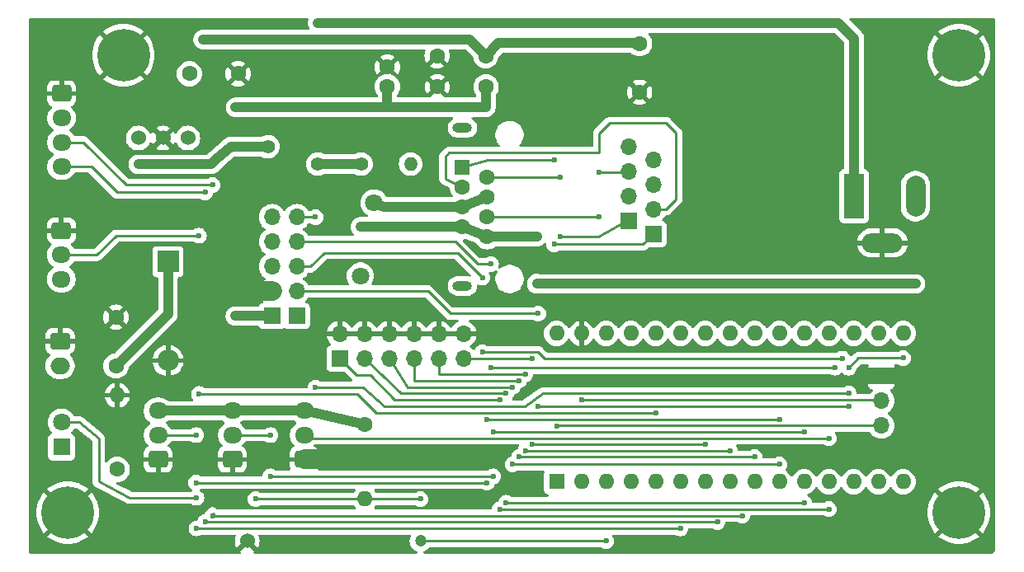
<source format=gbr>
%TF.GenerationSoftware,KiCad,Pcbnew,8.0.9-8.0.9-0~ubuntu22.04.1*%
%TF.CreationDate,2025-03-09T15:02:26+09:00*%
%TF.ProjectId,M302N,4d333032-4e2e-46b6-9963-61645f706362,rev?*%
%TF.SameCoordinates,Original*%
%TF.FileFunction,Copper,L2,Bot*%
%TF.FilePolarity,Positive*%
%FSLAX46Y46*%
G04 Gerber Fmt 4.6, Leading zero omitted, Abs format (unit mm)*
G04 Created by KiCad (PCBNEW 8.0.9-8.0.9-0~ubuntu22.04.1) date 2025-03-09 15:02:26*
%MOMM*%
%LPD*%
G01*
G04 APERTURE LIST*
G04 Aperture macros list*
%AMRoundRect*
0 Rectangle with rounded corners*
0 $1 Rounding radius*
0 $2 $3 $4 $5 $6 $7 $8 $9 X,Y pos of 4 corners*
0 Add a 4 corners polygon primitive as box body*
4,1,4,$2,$3,$4,$5,$6,$7,$8,$9,$2,$3,0*
0 Add four circle primitives for the rounded corners*
1,1,$1+$1,$2,$3*
1,1,$1+$1,$4,$5*
1,1,$1+$1,$6,$7*
1,1,$1+$1,$8,$9*
0 Add four rect primitives between the rounded corners*
20,1,$1+$1,$2,$3,$4,$5,0*
20,1,$1+$1,$4,$5,$6,$7,0*
20,1,$1+$1,$6,$7,$8,$9,0*
20,1,$1+$1,$8,$9,$2,$3,0*%
G04 Aperture macros list end*
%TA.AperFunction,ComponentPad*%
%ADD10R,1.700000X1.700000*%
%TD*%
%TA.AperFunction,ComponentPad*%
%ADD11O,1.700000X1.700000*%
%TD*%
%TA.AperFunction,ComponentPad*%
%ADD12O,2.000000X1.000000*%
%TD*%
%TA.AperFunction,ComponentPad*%
%ADD13R,1.600000X1.600000*%
%TD*%
%TA.AperFunction,ComponentPad*%
%ADD14C,1.600000*%
%TD*%
%TA.AperFunction,ComponentPad*%
%ADD15RoundRect,0.250000X0.725000X-0.600000X0.725000X0.600000X-0.725000X0.600000X-0.725000X-0.600000X0*%
%TD*%
%TA.AperFunction,ComponentPad*%
%ADD16O,1.950000X1.700000*%
%TD*%
%TA.AperFunction,ComponentPad*%
%ADD17C,1.400000*%
%TD*%
%TA.AperFunction,ComponentPad*%
%ADD18O,1.600000X1.600000*%
%TD*%
%TA.AperFunction,ComponentPad*%
%ADD19C,5.400000*%
%TD*%
%TA.AperFunction,ComponentPad*%
%ADD20C,1.524000*%
%TD*%
%TA.AperFunction,ComponentPad*%
%ADD21C,1.200000*%
%TD*%
%TA.AperFunction,ComponentPad*%
%ADD22RoundRect,0.250000X-0.750000X0.600000X-0.750000X-0.600000X0.750000X-0.600000X0.750000X0.600000X0*%
%TD*%
%TA.AperFunction,ComponentPad*%
%ADD23O,2.000000X1.700000*%
%TD*%
%TA.AperFunction,ComponentPad*%
%ADD24RoundRect,0.250000X-0.725000X0.600000X-0.725000X-0.600000X0.725000X-0.600000X0.725000X0.600000X0*%
%TD*%
%TA.AperFunction,ComponentPad*%
%ADD25R,2.200000X2.200000*%
%TD*%
%TA.AperFunction,ComponentPad*%
%ADD26O,2.200000X2.200000*%
%TD*%
%TA.AperFunction,ComponentPad*%
%ADD27C,1.800000*%
%TD*%
%TA.AperFunction,ComponentPad*%
%ADD28R,1.800000X1.800000*%
%TD*%
%TA.AperFunction,ComponentPad*%
%ADD29O,1.400000X1.400000*%
%TD*%
%TA.AperFunction,ComponentPad*%
%ADD30R,2.000000X4.600000*%
%TD*%
%TA.AperFunction,ComponentPad*%
%ADD31O,2.000000X4.200000*%
%TD*%
%TA.AperFunction,ComponentPad*%
%ADD32O,4.200000X2.000000*%
%TD*%
%TA.AperFunction,ViaPad*%
%ADD33C,0.600000*%
%TD*%
%TA.AperFunction,ViaPad*%
%ADD34C,1.000000*%
%TD*%
%TA.AperFunction,Conductor*%
%ADD35C,0.250000*%
%TD*%
%TA.AperFunction,Conductor*%
%ADD36C,1.000000*%
%TD*%
%TA.AperFunction,Conductor*%
%ADD37C,1.700000*%
%TD*%
%TA.AperFunction,Conductor*%
%ADD38C,2.000000*%
%TD*%
G04 APERTURE END LIST*
D10*
%TO.P,J18,1,Pin_1*%
%TO.N,Net-(J18-Pin_1)*%
X135680000Y-81229200D03*
D11*
%TO.P,J18,2,Pin_2*%
%TO.N,Net-(J18-Pin_2)*%
X135680000Y-78689200D03*
%TO.P,J18,3,Pin_3*%
%TO.N,unconnected-(J18-Pin_3-Pad3)*%
X135680000Y-76149200D03*
%TO.P,J18,4,Pin_4*%
%TO.N,unconnected-(J18-Pin_4-Pad4)*%
X135680000Y-73609200D03*
%TD*%
D10*
%TO.P,J13,1,Pin_1*%
%TO.N,unconnected-(J13-Pin_1-Pad1)*%
X99060000Y-89662000D03*
D11*
%TO.P,J13,2,Pin_2*%
%TO.N,/D12{slash}MISO*%
X99060000Y-87122000D03*
%TO.P,J13,3,Pin_3*%
%TO.N,/\u002AD11{slash}MOSI*%
X99060000Y-84582000D03*
%TO.P,J13,4,Pin_4*%
%TO.N,/\u002AD10{slash}SS*%
X99060000Y-82042000D03*
%TO.P,J13,5,Pin_5*%
%TO.N,Net-(A1-D13)*%
X99060000Y-79502000D03*
%TD*%
D12*
%TO.P,J11,*%
%TO.N,*%
X116064000Y-86577000D03*
X116064000Y-70327000D03*
D13*
%TO.P,J11,1*%
%TO.N,Net-(J18-Pin_1)*%
X116064000Y-74372000D03*
D14*
%TO.P,J11,2*%
%TO.N,Net-(J19-Pin_1)*%
X118604000Y-75392000D03*
%TO.P,J11,3*%
%TO.N,Net-(J18-Pin_2)*%
X116064000Y-76412000D03*
%TO.P,J11,4*%
%TO.N,Net-(D1-A)*%
X118604000Y-77432000D03*
%TO.P,J11,5*%
X116064000Y-78452000D03*
%TO.P,J11,6*%
%TO.N,Net-(J19-Pin_3)*%
X118604000Y-79472000D03*
%TO.P,J11,7*%
%TO.N,Net-(J1-Pad2)*%
X116064000Y-80492000D03*
%TO.P,J11,8*%
X118604000Y-81512000D03*
%TD*%
D15*
%TO.P,J8,1,Pin_1*%
%TO.N,GND*%
X84836000Y-104394000D03*
D16*
%TO.P,J8,2,Pin_2*%
%TO.N,Net-(A1-A2)*%
X84836000Y-101894000D03*
%TO.P,J8,3,Pin_3*%
%TO.N,+5V*%
X84836000Y-99394000D03*
%TD*%
D15*
%TO.P,J10,1,Pin_1*%
%TO.N,GND*%
X99822000Y-104394000D03*
D16*
%TO.P,J10,2,Pin_2*%
%TO.N,Net-(A1-A0)*%
X99822000Y-101894000D03*
%TO.P,J10,3,Pin_3*%
%TO.N,+5V*%
X99822000Y-99394000D03*
%TD*%
D14*
%TO.P,C2,1*%
%TO.N,Net-(U2-Vin)*%
X118465600Y-62915800D03*
%TO.P,C2,2*%
%TO.N,GND*%
X113465600Y-62915800D03*
%TD*%
D17*
%TO.P,F1,1*%
%TO.N,Net-(D3-K)*%
X96119000Y-72252000D03*
%TO.P,F1,2*%
%TO.N,/+12V*%
X101219000Y-74052000D03*
%TD*%
D14*
%TO.P,R1,1*%
%TO.N,Net-(D2-K)*%
X80645000Y-105410000D03*
D18*
%TO.P,R1,2*%
%TO.N,GND*%
X80645000Y-97790000D03*
%TD*%
D19*
%TO.P,REF\u002A\u002A,1*%
%TO.N,GND*%
X75565000Y-109855000D03*
%TD*%
D20*
%TO.P,SW1,1,1*%
%TO.N,GND*%
X93980000Y-112776000D03*
D21*
%TO.P,SW1,2,2*%
%TO.N,/~{RESET}*%
X111760000Y-112776000D03*
%TD*%
D10*
%TO.P,J19,1,Pin_1*%
%TO.N,Net-(J19-Pin_1)*%
X133140000Y-79883000D03*
D11*
%TO.P,J19,2,Pin_2*%
%TO.N,unconnected-(J19-Pin_2-Pad2)*%
X133140000Y-77343000D03*
%TO.P,J19,3,Pin_3*%
%TO.N,Net-(J19-Pin_3)*%
X133140000Y-74803000D03*
%TO.P,J19,4,Pin_4*%
%TO.N,unconnected-(J19-Pin_4-Pad4)*%
X133140000Y-72263000D03*
%TD*%
D22*
%TO.P,J12,1,Pin_1*%
%TO.N,GND*%
X74782000Y-92269000D03*
D23*
%TO.P,J12,2,Pin_2*%
%TO.N,Net-(D3-K)*%
X74782000Y-94769000D03*
%TD*%
D13*
%TO.P,A1,1,D1/TX*%
%TO.N,Net-(A1-D1{slash}TX)*%
X125730000Y-106680000D03*
D18*
%TO.P,A1,2,D0/RX*%
%TO.N,Net-(A1-D0{slash}RX)*%
X128270000Y-106680000D03*
%TO.P,A1,3,~{RESET}*%
%TO.N,/~{RESET}*%
X130810000Y-106680000D03*
%TO.P,A1,4,GND*%
%TO.N,GND*%
X133350000Y-106680000D03*
%TO.P,A1,5,D2*%
%TO.N,unconnected-(A1-D2-Pad5)*%
X135890000Y-106680000D03*
%TO.P,A1,6,D3*%
%TO.N,/\u002AD3*%
X138430000Y-106680000D03*
%TO.P,A1,7,D4*%
%TO.N,Net-(A1-D4)*%
X140970000Y-106680000D03*
%TO.P,A1,8,D5*%
%TO.N,Net-(A1-D5)*%
X143510000Y-106680000D03*
%TO.P,A1,9,D6*%
%TO.N,Net-(A1-D6)*%
X146050000Y-106680000D03*
%TO.P,A1,10,D7*%
%TO.N,Net-(A1-D7)*%
X148590000Y-106680000D03*
%TO.P,A1,11,D8*%
%TO.N,Net-(A1-D8)*%
X151130000Y-106680000D03*
%TO.P,A1,12,D9*%
%TO.N,Net-(A1-D9)*%
X153670000Y-106680000D03*
%TO.P,A1,13,D10*%
%TO.N,/\u002AD10{slash}SS*%
X156210000Y-106680000D03*
%TO.P,A1,14,D11*%
%TO.N,/\u002AD11{slash}MOSI*%
X158750000Y-106680000D03*
%TO.P,A1,15,D12*%
%TO.N,/D12{slash}MISO*%
X161290000Y-106680000D03*
%TO.P,A1,16,D13*%
%TO.N,Net-(A1-D13)*%
X161290000Y-91440000D03*
%TO.P,A1,17,3V3*%
%TO.N,unconnected-(A1-3V3-Pad17)*%
X158750000Y-91440000D03*
%TO.P,A1,18,AREF*%
%TO.N,unconnected-(A1-AREF-Pad18)*%
X156210000Y-91440000D03*
%TO.P,A1,19,A0*%
%TO.N,Net-(A1-A0)*%
X153670000Y-91440000D03*
%TO.P,A1,20,A1*%
%TO.N,Net-(A1-A1)*%
X151130000Y-91440000D03*
%TO.P,A1,21,A2*%
%TO.N,Net-(A1-A2)*%
X148590000Y-91440000D03*
%TO.P,A1,22,A3*%
%TO.N,Net-(A1-A3)*%
X146050000Y-91440000D03*
%TO.P,A1,23,A4*%
%TO.N,/A4{slash}SDA*%
X143510000Y-91440000D03*
%TO.P,A1,24,A5*%
%TO.N,/A5{slash}SCL*%
X140970000Y-91440000D03*
%TO.P,A1,25,A6*%
%TO.N,unconnected-(A1-A6-Pad25)*%
X138430000Y-91440000D03*
%TO.P,A1,26,A7*%
%TO.N,Net-(A1-A7)*%
X135890000Y-91440000D03*
%TO.P,A1,27,+5V*%
%TO.N,+5V*%
X133350000Y-91440000D03*
%TO.P,A1,28,~{RESET}*%
%TO.N,/~{RESET}*%
X130810000Y-91440000D03*
%TO.P,A1,29,GND*%
%TO.N,GND*%
X128270000Y-91440000D03*
%TO.P,A1,30,VIN*%
%TO.N,unconnected-(A1-VIN-Pad30)*%
X125730000Y-91440000D03*
%TD*%
D14*
%TO.P,C4,1*%
%TO.N,Net-(D3-K)*%
X80518000Y-94782000D03*
%TO.P,C4,2*%
%TO.N,GND*%
X80518000Y-89782000D03*
%TD*%
D19*
%TO.P,REF\u002A\u002A,1*%
%TO.N,GND*%
X81280000Y-62865000D03*
%TD*%
D10*
%TO.P,J3,1,Pin_1*%
%TO.N,Net-(A1-D9)*%
X103479600Y-94030800D03*
D11*
%TO.P,J3,2,Pin_2*%
%TO.N,GND*%
X103479600Y-91490800D03*
%TO.P,J3,3,Pin_3*%
%TO.N,Net-(A1-D8)*%
X106019600Y-94030800D03*
%TO.P,J3,4,Pin_4*%
%TO.N,GND*%
X106019600Y-91490800D03*
%TO.P,J3,5,Pin_5*%
%TO.N,Net-(A1-D7)*%
X108559600Y-94030800D03*
%TO.P,J3,6,Pin_6*%
%TO.N,GND*%
X108559600Y-91490800D03*
%TO.P,J3,7,Pin_7*%
%TO.N,Net-(A1-D6)*%
X111099600Y-94030800D03*
%TO.P,J3,8,Pin_8*%
%TO.N,GND*%
X111099600Y-91490800D03*
%TO.P,J3,9,Pin_9*%
%TO.N,Net-(A1-D5)*%
X113639600Y-94030800D03*
%TO.P,J3,10,Pin_10*%
%TO.N,GND*%
X113639600Y-91490800D03*
%TO.P,J3,11,Pin_11*%
%TO.N,Net-(A1-D4)*%
X116179600Y-94030800D03*
%TO.P,J3,12,Pin_12*%
%TO.N,GND*%
X116179600Y-91490800D03*
%TD*%
D15*
%TO.P,J9,1,Pin_1*%
%TO.N,GND*%
X92456000Y-104394000D03*
D16*
%TO.P,J9,2,Pin_2*%
%TO.N,Net-(A1-A1)*%
X92456000Y-101894000D03*
%TO.P,J9,3,Pin_3*%
%TO.N,+5V*%
X92456000Y-99394000D03*
%TD*%
D24*
%TO.P,J4,1,Pin_1*%
%TO.N,GND*%
X74930000Y-66802000D03*
D16*
%TO.P,J4,2,Pin_2*%
%TO.N,+5V*%
X74930000Y-69302000D03*
%TO.P,J4,3,Pin_3*%
%TO.N,/A4{slash}SDA*%
X74930000Y-71802000D03*
%TO.P,J4,4,Pin_4*%
%TO.N,/A5{slash}SCL*%
X74930000Y-74302000D03*
%TD*%
D14*
%TO.P,C5,1*%
%TO.N,Net-(U2-Vin)*%
X134239000Y-61675000D03*
%TO.P,C5,2*%
%TO.N,GND*%
X134239000Y-66675000D03*
%TD*%
%TO.P,R2,1*%
%TO.N,+5V*%
X106070400Y-100838000D03*
D18*
%TO.P,R2,2*%
%TO.N,/~{RESET}*%
X106070400Y-108458000D03*
%TD*%
D25*
%TO.P,D3,1,K*%
%TO.N,Net-(D3-K)*%
X85852000Y-84074000D03*
D26*
%TO.P,D3,2,A*%
%TO.N,GND*%
X85852000Y-94234000D03*
%TD*%
D27*
%TO.P,R3,1*%
%TO.N,Net-(J1-Pad2)*%
X105599000Y-85538000D03*
%TO.P,R3,2*%
%TO.N,Net-(D1-A)*%
X107000000Y-78038000D03*
%TD*%
D20*
%TO.P,FL1,1,1*%
%TO.N,Net-(U2-Vin)*%
X87884000Y-71374000D03*
%TO.P,FL1,2,2*%
%TO.N,GND*%
X85344000Y-71374000D03*
%TO.P,FL1,3,3*%
%TO.N,Net-(D3-K)*%
X82804000Y-71374000D03*
%TD*%
D14*
%TO.P,C3,1*%
%TO.N,+5V*%
X118491000Y-66116200D03*
%TO.P,C3,2*%
%TO.N,GND*%
X113491000Y-66116200D03*
%TD*%
D19*
%TO.P,REF\u002A\u002A,1*%
%TO.N,GND*%
X167005000Y-62865000D03*
%TD*%
D28*
%TO.P,D2,1,K*%
%TO.N,Net-(D2-K)*%
X74930000Y-103124000D03*
D27*
%TO.P,D2,2,A*%
%TO.N,/\u002AD3*%
X74930000Y-100584000D03*
%TD*%
D17*
%TO.P,D1,1,K*%
%TO.N,/+12V*%
X105664000Y-74041000D03*
D29*
%TO.P,D1,2,A*%
%TO.N,Net-(D1-A)*%
X110744000Y-74041000D03*
%TD*%
D10*
%TO.P,J14,1,Pin_1*%
%TO.N,+5V*%
X96520000Y-89662000D03*
D11*
%TO.P,J14,2,Pin_2*%
%TO.N,GND*%
X96520000Y-87122000D03*
%TO.P,J14,3,Pin_3*%
%TO.N,/~{RESET}*%
X96520000Y-84582000D03*
%TO.P,J14,4,Pin_4*%
%TO.N,unconnected-(J14-Pin_4-Pad4)*%
X96520000Y-82042000D03*
%TO.P,J14,5,Pin_5*%
%TO.N,unconnected-(J14-Pin_5-Pad5)*%
X96520000Y-79502000D03*
%TD*%
D24*
%TO.P,J5,1,Pin_1*%
%TO.N,GND*%
X74909000Y-80879000D03*
D16*
%TO.P,J5,2,Pin_2*%
%TO.N,Net-(A1-A7)*%
X74909000Y-83379000D03*
%TO.P,J5,3,Pin_3*%
%TO.N,+5V*%
X74909000Y-85879000D03*
%TD*%
D14*
%TO.P,C6,1*%
%TO.N,Net-(U2-Vin)*%
X88051000Y-64770000D03*
%TO.P,C6,2*%
%TO.N,GND*%
X93051000Y-64770000D03*
%TD*%
%TO.P,C1,1*%
%TO.N,+5V*%
X108356400Y-66090800D03*
%TO.P,C1,2*%
%TO.N,GND*%
X108356400Y-64090800D03*
%TD*%
D19*
%TO.P,REF\u002A\u002A,1*%
%TO.N,GND*%
X167005000Y-109855000D03*
%TD*%
D30*
%TO.P,J1,1*%
%TO.N,/+12V*%
X156260000Y-77343600D03*
D31*
%TO.P,J1,2*%
%TO.N,Net-(J1-Pad2)*%
X162560000Y-77343600D03*
D32*
%TO.P,J1,3*%
%TO.N,GND*%
X159160000Y-82143600D03*
%TD*%
D10*
%TO.P,J2,1,Pin_1*%
%TO.N,GND*%
X159054800Y-95834200D03*
D11*
%TO.P,J2,2,Pin_2*%
%TO.N,Net-(A1-D0{slash}RX)*%
X159054800Y-98374200D03*
%TO.P,J2,3,Pin_3*%
%TO.N,Net-(A1-D1{slash}TX)*%
X159054800Y-100914200D03*
%TD*%
D33*
%TO.N,Net-(A1-A0)*%
X153670000Y-102210000D03*
%TO.N,Net-(A1-A2)*%
X118570000Y-106792000D03*
X88736000Y-106770000D03*
X88736000Y-101894000D03*
X148590000Y-100254200D03*
X118570000Y-100254200D03*
%TO.N,Net-(A1-D13)*%
X161290000Y-93980000D03*
X101000000Y-79502000D03*
X155702000Y-94970000D03*
X155702000Y-97614200D03*
X101000000Y-97003000D03*
%TO.N,/~{RESET}*%
X111760000Y-108458000D03*
X130810000Y-112776000D03*
X94843600Y-108458000D03*
%TO.N,Net-(A1-A1)*%
X96353000Y-106132000D03*
X151130000Y-101562100D03*
X119230000Y-106132000D03*
X96353000Y-101894000D03*
X119230000Y-101562100D03*
%TO.N,/A5{slash}SCL*%
X89662000Y-76962000D03*
X89662000Y-110820000D03*
X142240000Y-110820000D03*
%TO.N,Net-(A1-D9)*%
X119890000Y-109500000D03*
X119890000Y-98270000D03*
X153670000Y-109500000D03*
%TO.N,Net-(A1-D4)*%
X123190000Y-102870000D03*
X123190000Y-94030800D03*
X140970000Y-102870000D03*
%TO.N,Net-(A1-D6)*%
X121870000Y-96290000D03*
X146050000Y-104140000D03*
X121870000Y-104140000D03*
%TO.N,/D12{slash}MISO*%
X123850000Y-89408000D03*
X155727000Y-98934200D03*
X123850000Y-98934200D03*
D34*
%TO.N,+5V*%
X92786200Y-68224400D03*
X96520000Y-99394000D03*
X92760800Y-89662000D03*
D33*
%TO.N,Net-(A1-D0{slash}RX)*%
X128270000Y-98274300D03*
%TO.N,GND*%
X126317000Y-65405000D03*
X121920000Y-63880000D03*
X130810000Y-65405000D03*
X129842000Y-63880000D03*
X124460000Y-63880000D03*
X126300000Y-63875000D03*
D34*
X133350000Y-112903000D03*
D33*
X129667000Y-65405000D03*
X127992000Y-63880000D03*
%TO.N,/A4{slash}SDA*%
X144780000Y-110160000D03*
X90424000Y-76200000D03*
X90424000Y-110160000D03*
%TO.N,Net-(A1-D8)*%
X151130000Y-108840000D03*
X120550000Y-108840000D03*
X120550000Y-97610000D03*
%TO.N,Net-(A1-D5)*%
X143510000Y-103505000D03*
X122530000Y-95630000D03*
X122530000Y-103505000D03*
%TO.N,/\u002AD11{slash}MOSI*%
X118110000Y-85725000D03*
X118110000Y-93370800D03*
X155067000Y-94030800D03*
%TO.N,Net-(A1-D7)*%
X121210000Y-96950000D03*
X148590000Y-104902000D03*
X121210000Y-104902000D03*
%TO.N,Net-(A1-A7)*%
X135890000Y-99594200D03*
X89027000Y-97663000D03*
X89027000Y-81407000D03*
%TO.N,/\u002AD10{slash}SS*%
X119000000Y-84328000D03*
X119000000Y-94970000D03*
X154330000Y-94970000D03*
%TO.N,Net-(A1-D1{slash}TX)*%
X125730000Y-100965000D03*
%TO.N,/\u002AD3*%
X88773000Y-108331000D03*
X88773000Y-111480000D03*
X138430000Y-111480000D03*
%TO.N,Net-(U2-Vin)*%
X121692000Y-61600000D03*
X120922000Y-61600000D03*
X122400000Y-61600000D03*
D34*
X89454532Y-61250000D03*
%TO.N,/+12V*%
X101219000Y-59550000D03*
%TO.N,Net-(J1-Pad2)*%
X123700000Y-81512000D03*
X162560000Y-86360000D03*
X105599000Y-80492000D03*
X123700000Y-86320000D03*
D33*
%TO.N,Net-(J19-Pin_1)*%
X126136000Y-75392000D03*
X126136000Y-81512000D03*
%TO.N,Net-(J18-Pin_1)*%
X125476000Y-73660000D03*
X125476000Y-82296000D03*
%TO.N,Net-(J19-Pin_3)*%
X130100000Y-74879200D03*
X130100000Y-79472000D03*
D34*
%TO.N,Net-(D3-K)*%
X82804000Y-74075000D03*
%TD*%
D35*
%TO.N,Net-(A1-A0)*%
X100076000Y-102210000D02*
X153670000Y-102210000D01*
X99822000Y-102210000D02*
X100076000Y-102210000D01*
X99822000Y-101956000D02*
X100076000Y-102210000D01*
X99822000Y-101894000D02*
X99822000Y-101956000D01*
%TO.N,Net-(A1-A2)*%
X88736000Y-106770000D02*
X118618000Y-106770000D01*
X118570000Y-100254200D02*
X148590000Y-100254200D01*
X84836000Y-101894000D02*
X88606000Y-101894000D01*
%TO.N,Net-(A1-D13)*%
X101000000Y-97003000D02*
X105893000Y-97003000D01*
X156692000Y-93980000D02*
X161290000Y-93980000D01*
X155702000Y-94970000D02*
X156692000Y-93980000D01*
X105893000Y-97003000D02*
X108034200Y-98934200D01*
X124333000Y-97614200D02*
X155702000Y-97614200D01*
X99060000Y-79502000D02*
X101000000Y-79502000D01*
X122470800Y-98934200D02*
X124333000Y-97614200D01*
X108034200Y-98934200D02*
X122470800Y-98934200D01*
%TO.N,/~{RESET}*%
X111760000Y-112776000D02*
X111887000Y-112903000D01*
X94843600Y-108458000D02*
X106045000Y-108458000D01*
X111760000Y-112776000D02*
X130810000Y-112776000D01*
X106057700Y-108458000D02*
X111760000Y-108458000D01*
%TO.N,Net-(A1-A1)*%
X119230000Y-101562100D02*
X119257900Y-101590000D01*
X119257900Y-101590000D02*
X151102100Y-101590000D01*
X151102100Y-101590000D02*
X151130000Y-101562100D01*
X92456000Y-101894000D02*
X96353000Y-101894000D01*
X96353000Y-106132000D02*
X119230000Y-106132000D01*
%TO.N,/A5{slash}SCL*%
X89662000Y-110820000D02*
X142240000Y-110820000D01*
X77985000Y-74302000D02*
X80645000Y-76962000D01*
X74930000Y-74302000D02*
X77985000Y-74302000D01*
X80645000Y-76962000D02*
X89662000Y-76962000D01*
%TO.N,Net-(A1-D9)*%
X106607600Y-95758000D02*
X109119600Y-98270000D01*
X119890000Y-109500000D02*
X153670000Y-109500000D01*
X119890000Y-98270000D02*
X109119600Y-98270000D01*
X105206800Y-95758000D02*
X106607600Y-95758000D01*
X103479600Y-94030800D02*
X105206800Y-95758000D01*
%TO.N,Net-(A1-D4)*%
X123190000Y-102870000D02*
X140970000Y-102870000D01*
X116179600Y-94030800D02*
X123190000Y-94030800D01*
%TO.N,Net-(A1-D6)*%
X146050000Y-104140000D02*
X121920000Y-104140000D01*
X111099600Y-96290000D02*
X121870000Y-96290000D01*
X111099600Y-94030800D02*
X111099600Y-96290000D01*
%TO.N,/D12{slash}MISO*%
X112522000Y-87122000D02*
X114808000Y-89408000D01*
X114808000Y-89408000D02*
X123825000Y-89408000D01*
X123825000Y-89408000D02*
X123850000Y-89408000D01*
X99060000Y-87122000D02*
X112522000Y-87122000D01*
X123850000Y-98934200D02*
X155727000Y-98934200D01*
D36*
%TO.N,+5V*%
X118465600Y-68224400D02*
X108356400Y-68224400D01*
X99822000Y-99394000D02*
X96520000Y-99394000D01*
X99822000Y-99394000D02*
X106070400Y-100838000D01*
X92786200Y-68224400D02*
X108356400Y-68224400D01*
X108356400Y-68224400D02*
X108356400Y-66090800D01*
X118465600Y-68224400D02*
X118491000Y-68199000D01*
X96520000Y-99394000D02*
X84836000Y-99394000D01*
X96520000Y-89662000D02*
X92760800Y-89662000D01*
X118491000Y-68199000D02*
X118491000Y-66116200D01*
D35*
%TO.N,Net-(A1-D0{slash}RX)*%
X128397000Y-98298000D02*
X128473200Y-98374200D01*
X128270000Y-98298000D02*
X128397000Y-98298000D01*
X128473200Y-98274300D02*
X159054800Y-98274300D01*
D37*
%TO.N,GND*%
X159054800Y-95834200D02*
X161290000Y-95834200D01*
X159054800Y-95834200D02*
X157556200Y-95834200D01*
D38*
X96520000Y-87122000D02*
X96494600Y-87096600D01*
X96494600Y-87096600D02*
X94361000Y-87096600D01*
X99822000Y-104394000D02*
X101244400Y-104394000D01*
D35*
%TO.N,/A4{slash}SDA*%
X74930000Y-71802000D02*
X77136000Y-71802000D01*
X90617000Y-110160000D02*
X144780000Y-110160000D01*
X90424000Y-109932000D02*
X90617000Y-110125000D01*
X81534000Y-76200000D02*
X90424000Y-76200000D01*
X77136000Y-71802000D02*
X81534000Y-76200000D01*
%TO.N,Net-(A1-D8)*%
X120550000Y-97610000D02*
X109779600Y-97610000D01*
X120550000Y-108840000D02*
X151130000Y-108840000D01*
X109779600Y-97610000D02*
X106019600Y-94030800D01*
%TO.N,Net-(A1-D5)*%
X143510000Y-103505000D02*
X122555000Y-103505000D01*
X122530000Y-95630000D02*
X113639600Y-95630000D01*
X122555000Y-95656400D02*
X122301000Y-95631000D01*
X113639600Y-95631000D02*
X113639600Y-94030800D01*
%TO.N,/\u002AD11{slash}MOSI*%
X123850800Y-93370800D02*
X124460000Y-94030800D01*
X100457000Y-84582000D02*
X101854000Y-83185000D01*
X101854000Y-83185000D02*
X115570000Y-83185000D01*
X124460000Y-94030800D02*
X155067000Y-94030800D01*
X115570000Y-83185000D02*
X118110000Y-85725000D01*
X99060000Y-84582000D02*
X100457000Y-84582000D01*
X118110000Y-93370800D02*
X123850800Y-93370800D01*
%TO.N,Net-(A1-D7)*%
X121031000Y-104902000D02*
X148590000Y-104902000D01*
X110439600Y-96950000D02*
X121210000Y-96950000D01*
X108559600Y-94030800D02*
X110439600Y-96950000D01*
%TO.N,Net-(A1-A7)*%
X107214200Y-99594200D02*
X105283000Y-97663000D01*
X80518000Y-81407000D02*
X89027000Y-81407000D01*
X105283000Y-97663000D02*
X89027000Y-97663000D01*
X135890000Y-99594200D02*
X107214200Y-99594200D01*
X78546000Y-83379000D02*
X80518000Y-81407000D01*
X74909000Y-83379000D02*
X78546000Y-83379000D01*
%TO.N,/\u002AD10{slash}SS*%
X117602000Y-84328000D02*
X118999000Y-84328000D01*
X99060000Y-82042000D02*
X115316000Y-82042000D01*
X119000000Y-94970000D02*
X154330000Y-94970000D01*
X115316000Y-82042000D02*
X117602000Y-84328000D01*
%TO.N,Net-(A1-D1{slash}TX)*%
X125780800Y-100914200D02*
X159054800Y-100914200D01*
X125730000Y-100965000D02*
X125780800Y-100914200D01*
%TO.N,/\u002AD3*%
X74930000Y-100584000D02*
X76708000Y-100584000D01*
X78740000Y-106680000D02*
X81915000Y-108331000D01*
X138430000Y-111480000D02*
X88773000Y-111480000D01*
X78740000Y-102235000D02*
X78740000Y-106680000D01*
X76708000Y-100584000D02*
X78740000Y-102235000D01*
X81915000Y-108331000D02*
X88773000Y-108331000D01*
D36*
%TO.N,Net-(U2-Vin)*%
X119781400Y-61600000D02*
X121692000Y-61600000D01*
X89454532Y-61250000D02*
X116799800Y-61250000D01*
X118465600Y-62915800D02*
X119781400Y-61600000D01*
X121692000Y-61600000D02*
X134164000Y-61600000D01*
X116799800Y-61250000D02*
X118465600Y-62915800D01*
X134164000Y-61600000D02*
X134239000Y-61675000D01*
%TO.N,/+12V*%
X156260000Y-61137000D02*
X154670000Y-59547000D01*
X105653000Y-74052000D02*
X105664000Y-74041000D01*
X101875000Y-59547000D02*
X101874996Y-59550000D01*
X156260000Y-77343600D02*
X156260000Y-61137000D01*
X154670000Y-59547000D02*
X101219000Y-59550000D01*
X101219000Y-74052000D02*
X105653000Y-74052000D01*
%TO.N,Net-(D1-A)*%
X106934000Y-77973000D02*
X106999000Y-78038000D01*
X116064000Y-78452000D02*
X118604000Y-77432000D01*
X106999000Y-78038000D02*
X107989000Y-78452000D01*
X107989000Y-78452000D02*
X116064000Y-78452000D01*
%TO.N,Net-(J1-Pad2)*%
X116064000Y-80492000D02*
X105599000Y-80492000D01*
X118604000Y-81512000D02*
X123700000Y-81512000D01*
X116064000Y-80492000D02*
X118604000Y-81512000D01*
X162509200Y-86360000D02*
X162560000Y-86360000D01*
X123700000Y-86360000D02*
X162509200Y-86360000D01*
D35*
%TO.N,Net-(J19-Pin_1)*%
X126136000Y-81512000D02*
X129971800Y-81512000D01*
X118604000Y-75392000D02*
X126136000Y-75392000D01*
X129971800Y-81512000D02*
X132842000Y-79883000D01*
%TO.N,Net-(J18-Pin_1)*%
X116169000Y-74267000D02*
X118618000Y-73660000D01*
X116064000Y-74880000D02*
X116169000Y-74775000D01*
X118618000Y-73660000D02*
X125476000Y-73660000D01*
X125476000Y-82296000D02*
X134569200Y-82296000D01*
X134569200Y-82296000D02*
X135636000Y-81229200D01*
%TO.N,Net-(J18-Pin_2)*%
X136956800Y-78689200D02*
X135636000Y-78689200D01*
X137998200Y-70866000D02*
X137998200Y-77647800D01*
X114300000Y-73279000D02*
X114681000Y-72898000D01*
X136956800Y-69824600D02*
X137998200Y-70866000D01*
X114681000Y-72898000D02*
X130100000Y-72898000D01*
X114300000Y-75547000D02*
X114300000Y-73279000D01*
X137998200Y-77647800D02*
X136956800Y-78689200D01*
X131191000Y-69824600D02*
X136956800Y-69824600D01*
X130100000Y-72898000D02*
X130100000Y-70890200D01*
X116064000Y-76412000D02*
X114300000Y-75547000D01*
X130100000Y-70890200D02*
X130125400Y-70890200D01*
X130125400Y-70890200D02*
X131191000Y-69824600D01*
%TO.N,Net-(J19-Pin_3)*%
X130100000Y-74879200D02*
X133096000Y-74879200D01*
X118604000Y-79472000D02*
X130098800Y-79472000D01*
D36*
%TO.N,Net-(D3-K)*%
X85852000Y-84074000D02*
X85852000Y-89448000D01*
X92309000Y-72252000D02*
X96119000Y-72252000D01*
X85852000Y-89448000D02*
X80518000Y-94782000D01*
X90263000Y-74075000D02*
X82804000Y-74075000D01*
X90795000Y-73543000D02*
X90263000Y-74075000D01*
X92309000Y-72252000D02*
X90795000Y-73543000D01*
%TD*%
%TA.AperFunction,Conductor*%
%TO.N,GND*%
G36*
X100225672Y-59067185D02*
G01*
X100271427Y-59119989D01*
X100281371Y-59189147D01*
X100273198Y-59218944D01*
X100256933Y-59258217D01*
X100248494Y-59300650D01*
X100245538Y-59312451D01*
X100232976Y-59353865D01*
X100232975Y-59353870D01*
X100228728Y-59396990D01*
X100226944Y-59409015D01*
X100218494Y-59451510D01*
X100218494Y-59451513D01*
X100218496Y-59494783D01*
X100217899Y-59506940D01*
X100213659Y-59549997D01*
X100213659Y-59550002D01*
X100217905Y-59593124D01*
X100218502Y-59605265D01*
X100218505Y-59648594D01*
X100218506Y-59648601D01*
X100226946Y-59691023D01*
X100228733Y-59703062D01*
X100232976Y-59746132D01*
X100245556Y-59787605D01*
X100248511Y-59799400D01*
X100256965Y-59841889D01*
X100256967Y-59841896D01*
X100273520Y-59881851D01*
X100277622Y-59893312D01*
X100290186Y-59934727D01*
X100290187Y-59934730D01*
X100310609Y-59972938D01*
X100315808Y-59983928D01*
X100332393Y-60023961D01*
X100332395Y-60023964D01*
X100354207Y-60056605D01*
X100375088Y-60123281D01*
X100356606Y-60190662D01*
X100304629Y-60237355D01*
X100251108Y-60249500D01*
X89509776Y-60249500D01*
X89497622Y-60248903D01*
X89454532Y-60244659D01*
X89411442Y-60248903D01*
X89399288Y-60249500D01*
X89355985Y-60249500D01*
X89313523Y-60257945D01*
X89301495Y-60259730D01*
X89258399Y-60263976D01*
X89216959Y-60276546D01*
X89205158Y-60279502D01*
X89162698Y-60287948D01*
X89162693Y-60287949D01*
X89122691Y-60304518D01*
X89111239Y-60308616D01*
X89069804Y-60321186D01*
X89031623Y-60341594D01*
X89020625Y-60346795D01*
X88980623Y-60363364D01*
X88944612Y-60387426D01*
X88934177Y-60393680D01*
X88895997Y-60414087D01*
X88895992Y-60414091D01*
X88862522Y-60441557D01*
X88852757Y-60448799D01*
X88816757Y-60472855D01*
X88816751Y-60472860D01*
X88786127Y-60503483D01*
X88777116Y-60511650D01*
X88743649Y-60539117D01*
X88716182Y-60572584D01*
X88708015Y-60581595D01*
X88677392Y-60612219D01*
X88677387Y-60612225D01*
X88653331Y-60648225D01*
X88646089Y-60657990D01*
X88618623Y-60691460D01*
X88618619Y-60691465D01*
X88598212Y-60729645D01*
X88591958Y-60740080D01*
X88567896Y-60776091D01*
X88551327Y-60816093D01*
X88546126Y-60827091D01*
X88525718Y-60865272D01*
X88513148Y-60906707D01*
X88509050Y-60918159D01*
X88492481Y-60958161D01*
X88492480Y-60958166D01*
X88484034Y-61000626D01*
X88481078Y-61012427D01*
X88468508Y-61053867D01*
X88464262Y-61096963D01*
X88462477Y-61108991D01*
X88454032Y-61151453D01*
X88454032Y-61194754D01*
X88453435Y-61206907D01*
X88449191Y-61249999D01*
X88453435Y-61293090D01*
X88454032Y-61305244D01*
X88454032Y-61348544D01*
X88462477Y-61391006D01*
X88464262Y-61403035D01*
X88468507Y-61446130D01*
X88468508Y-61446134D01*
X88481079Y-61487575D01*
X88484035Y-61499378D01*
X88492478Y-61541827D01*
X88492480Y-61541834D01*
X88509049Y-61581834D01*
X88513144Y-61593277D01*
X88519402Y-61613906D01*
X88525719Y-61634729D01*
X88546129Y-61672913D01*
X88551332Y-61683915D01*
X88567900Y-61723914D01*
X88567902Y-61723918D01*
X88591957Y-61759918D01*
X88598215Y-61770358D01*
X88618620Y-61808535D01*
X88618626Y-61808543D01*
X88646084Y-61842002D01*
X88653331Y-61851772D01*
X88677394Y-61887783D01*
X88677397Y-61887787D01*
X88708011Y-61918401D01*
X88716183Y-61927416D01*
X88743649Y-61960883D01*
X88773686Y-61985534D01*
X88777113Y-61988346D01*
X88786131Y-61996520D01*
X88816746Y-62027136D01*
X88816751Y-62027140D01*
X88852751Y-62051194D01*
X88862520Y-62058438D01*
X88895994Y-62085910D01*
X88895996Y-62085911D01*
X88934172Y-62106316D01*
X88944610Y-62112572D01*
X88980618Y-62136632D01*
X89020627Y-62153203D01*
X89031623Y-62158404D01*
X89069805Y-62178814D01*
X89111242Y-62191383D01*
X89122692Y-62195480D01*
X89162697Y-62212051D01*
X89205172Y-62220499D01*
X89216946Y-62223448D01*
X89258400Y-62236024D01*
X89301496Y-62240268D01*
X89313522Y-62242052D01*
X89344012Y-62248117D01*
X89355990Y-62250500D01*
X89355991Y-62250500D01*
X89399288Y-62250500D01*
X89411441Y-62251096D01*
X89454532Y-62255341D01*
X89497622Y-62251096D01*
X89509776Y-62250500D01*
X112146802Y-62250500D01*
X112213841Y-62270185D01*
X112259596Y-62322989D01*
X112269540Y-62392147D01*
X112259184Y-62426905D01*
X112239334Y-62469473D01*
X112239330Y-62469482D01*
X112180460Y-62689189D01*
X112180458Y-62689200D01*
X112160634Y-62915797D01*
X112160634Y-62915800D01*
X112180458Y-63142399D01*
X112180460Y-63142410D01*
X112239330Y-63362117D01*
X112239335Y-63362131D01*
X112335463Y-63568278D01*
X112386574Y-63641272D01*
X113065600Y-62962246D01*
X113065600Y-62968461D01*
X113092859Y-63070194D01*
X113145520Y-63161406D01*
X113219994Y-63235880D01*
X113311206Y-63288541D01*
X113412939Y-63315800D01*
X113419153Y-63315800D01*
X112740126Y-63994825D01*
X112813113Y-64045932D01*
X112813121Y-64045936D01*
X113019268Y-64142064D01*
X113019282Y-64142069D01*
X113238989Y-64200939D01*
X113239000Y-64200941D01*
X113465598Y-64220766D01*
X113465602Y-64220766D01*
X113692199Y-64200941D01*
X113692210Y-64200939D01*
X113911917Y-64142069D01*
X113911931Y-64142064D01*
X114118078Y-64045936D01*
X114191071Y-63994824D01*
X113512047Y-63315800D01*
X113518261Y-63315800D01*
X113619994Y-63288541D01*
X113711206Y-63235880D01*
X113785680Y-63161406D01*
X113838341Y-63070194D01*
X113865600Y-62968461D01*
X113865600Y-62962247D01*
X114544624Y-63641271D01*
X114595736Y-63568278D01*
X114691864Y-63362131D01*
X114691869Y-63362117D01*
X114750739Y-63142410D01*
X114750741Y-63142399D01*
X114770566Y-62915800D01*
X114770566Y-62915797D01*
X114750741Y-62689200D01*
X114750739Y-62689189D01*
X114691869Y-62469482D01*
X114691865Y-62469473D01*
X114672016Y-62426905D01*
X114661524Y-62357827D01*
X114690044Y-62294043D01*
X114748520Y-62255804D01*
X114784398Y-62250500D01*
X116334018Y-62250500D01*
X116401057Y-62270185D01*
X116421699Y-62286819D01*
X117138711Y-63003831D01*
X117172196Y-63065154D01*
X117174558Y-63080702D01*
X117179964Y-63142488D01*
X117179966Y-63142497D01*
X117238858Y-63362288D01*
X117238861Y-63362297D01*
X117335031Y-63568532D01*
X117335032Y-63568534D01*
X117465554Y-63754941D01*
X117626458Y-63915845D01*
X117626461Y-63915847D01*
X117812866Y-64046368D01*
X118019104Y-64142539D01*
X118238908Y-64201435D01*
X118393957Y-64215000D01*
X118465598Y-64221268D01*
X118465600Y-64221268D01*
X118465602Y-64221268D01*
X118537243Y-64215000D01*
X118692292Y-64201435D01*
X118912096Y-64142539D01*
X119118334Y-64046368D01*
X119304739Y-63915847D01*
X119465647Y-63754939D01*
X119596168Y-63568534D01*
X119692339Y-63362296D01*
X119751235Y-63142492D01*
X119756640Y-63080704D01*
X119782092Y-63015637D01*
X119792479Y-63003839D01*
X120159501Y-62636819D01*
X120220824Y-62603334D01*
X120247182Y-62600500D01*
X121593459Y-62600500D01*
X133273952Y-62600500D01*
X133340991Y-62620185D01*
X133361634Y-62636820D01*
X133399859Y-62675046D01*
X133506453Y-62749683D01*
X133586266Y-62805568D01*
X133792504Y-62901739D01*
X134012308Y-62960635D01*
X134174230Y-62974801D01*
X134238998Y-62980468D01*
X134239000Y-62980468D01*
X134239002Y-62980468D01*
X134295673Y-62975509D01*
X134465692Y-62960635D01*
X134685496Y-62901739D01*
X134891734Y-62805568D01*
X135078139Y-62675047D01*
X135239047Y-62514139D01*
X135369568Y-62327734D01*
X135465739Y-62121496D01*
X135524635Y-61901692D01*
X135544468Y-61675000D01*
X135544285Y-61672913D01*
X135533378Y-61548242D01*
X135524635Y-61448308D01*
X135465739Y-61228504D01*
X135369568Y-61022266D01*
X135239047Y-60835861D01*
X135239045Y-60835858D01*
X135163457Y-60760270D01*
X135129972Y-60698947D01*
X135134956Y-60629255D01*
X135176828Y-60573322D01*
X135242292Y-60548905D01*
X135251126Y-60548589D01*
X154204238Y-60547524D01*
X154271276Y-60567205D01*
X154291923Y-60583843D01*
X155223181Y-61515101D01*
X155256666Y-61576424D01*
X155259500Y-61602782D01*
X155259500Y-74426623D01*
X155239815Y-74493662D01*
X155187011Y-74539417D01*
X155159865Y-74546866D01*
X155160068Y-74547724D01*
X155152520Y-74549507D01*
X155017671Y-74599802D01*
X155017664Y-74599806D01*
X154902455Y-74686052D01*
X154902452Y-74686055D01*
X154816206Y-74801264D01*
X154816202Y-74801271D01*
X154765908Y-74936117D01*
X154759779Y-74993129D01*
X154759501Y-74995723D01*
X154759500Y-74995735D01*
X154759500Y-79691470D01*
X154759501Y-79691476D01*
X154765908Y-79751083D01*
X154816202Y-79885928D01*
X154816206Y-79885935D01*
X154902452Y-80001144D01*
X154902455Y-80001147D01*
X155017664Y-80087393D01*
X155017671Y-80087397D01*
X155152517Y-80137691D01*
X155152516Y-80137691D01*
X155159444Y-80138435D01*
X155212127Y-80144100D01*
X157307872Y-80144099D01*
X157367483Y-80137691D01*
X157502331Y-80087396D01*
X157617546Y-80001146D01*
X157703796Y-79885931D01*
X157754091Y-79751083D01*
X157760500Y-79691473D01*
X157760499Y-76125502D01*
X161059500Y-76125502D01*
X161059500Y-78561697D01*
X161096446Y-78794968D01*
X161169433Y-79019596D01*
X161268724Y-79214464D01*
X161276657Y-79230033D01*
X161415483Y-79421110D01*
X161582490Y-79588117D01*
X161773567Y-79726943D01*
X161830528Y-79755966D01*
X161984003Y-79834166D01*
X161984005Y-79834166D01*
X161984008Y-79834168D01*
X162045737Y-79854225D01*
X162208631Y-79907153D01*
X162441903Y-79944100D01*
X162441908Y-79944100D01*
X162678097Y-79944100D01*
X162911368Y-79907153D01*
X162933413Y-79899990D01*
X163135992Y-79834168D01*
X163346433Y-79726943D01*
X163537510Y-79588117D01*
X163704517Y-79421110D01*
X163843343Y-79230033D01*
X163950568Y-79019592D01*
X164023553Y-78794968D01*
X164035960Y-78716632D01*
X164060500Y-78561697D01*
X164060500Y-76125502D01*
X164023553Y-75892231D01*
X163982041Y-75764472D01*
X163950568Y-75667608D01*
X163950566Y-75667605D01*
X163950566Y-75667603D01*
X163884622Y-75538181D01*
X163843343Y-75457167D01*
X163704517Y-75266090D01*
X163537510Y-75099083D01*
X163346433Y-74960257D01*
X163315328Y-74944408D01*
X163135996Y-74853033D01*
X162911368Y-74780046D01*
X162678097Y-74743100D01*
X162678092Y-74743100D01*
X162441908Y-74743100D01*
X162441903Y-74743100D01*
X162208631Y-74780046D01*
X161984003Y-74853033D01*
X161773566Y-74960257D01*
X161667872Y-75037049D01*
X161582490Y-75099083D01*
X161582488Y-75099085D01*
X161582487Y-75099085D01*
X161415485Y-75266087D01*
X161415485Y-75266088D01*
X161415483Y-75266090D01*
X161406976Y-75277799D01*
X161276657Y-75457166D01*
X161169433Y-75667603D01*
X161096446Y-75892231D01*
X161059500Y-76125502D01*
X157760499Y-76125502D01*
X157760499Y-74995728D01*
X157754982Y-74944408D01*
X157754091Y-74936116D01*
X157703797Y-74801271D01*
X157703793Y-74801264D01*
X157617547Y-74686055D01*
X157617544Y-74686052D01*
X157502335Y-74599806D01*
X157502328Y-74599802D01*
X157367482Y-74549508D01*
X157359938Y-74547726D01*
X157360474Y-74545453D01*
X157306688Y-74523171D01*
X157266843Y-74465777D01*
X157260500Y-74426624D01*
X157260500Y-62865000D01*
X163799958Y-62865000D01*
X163820110Y-63223846D01*
X163820112Y-63223858D01*
X163880314Y-63578185D01*
X163880316Y-63578194D01*
X163979812Y-63923552D01*
X164117353Y-64255609D01*
X164117355Y-64255613D01*
X164291215Y-64570189D01*
X164291218Y-64570194D01*
X164499193Y-64863306D01*
X164571843Y-64944601D01*
X165889727Y-63626716D01*
X165975278Y-63744466D01*
X166125534Y-63894722D01*
X166243281Y-63980270D01*
X164925397Y-65298155D01*
X165006693Y-65370806D01*
X165299805Y-65578781D01*
X165299810Y-65578784D01*
X165614386Y-65752644D01*
X165614390Y-65752646D01*
X165946447Y-65890187D01*
X166291805Y-65989683D01*
X166291814Y-65989685D01*
X166646141Y-66049887D01*
X166646153Y-66049889D01*
X167005000Y-66070041D01*
X167363846Y-66049889D01*
X167363858Y-66049887D01*
X167718185Y-65989685D01*
X167718194Y-65989683D01*
X168063552Y-65890187D01*
X168395609Y-65752646D01*
X168395613Y-65752644D01*
X168710189Y-65578784D01*
X168710194Y-65578781D01*
X169003306Y-65370806D01*
X169084601Y-65298155D01*
X167766717Y-63980270D01*
X167884466Y-63894722D01*
X168034722Y-63744466D01*
X168120270Y-63626717D01*
X169438155Y-64944601D01*
X169510806Y-64863306D01*
X169718781Y-64570194D01*
X169718784Y-64570189D01*
X169892644Y-64255613D01*
X169892646Y-64255609D01*
X170030187Y-63923552D01*
X170129683Y-63578194D01*
X170129685Y-63578185D01*
X170189887Y-63223858D01*
X170189889Y-63223846D01*
X170210041Y-62865000D01*
X170189889Y-62506153D01*
X170189887Y-62506141D01*
X170129685Y-62151814D01*
X170129683Y-62151805D01*
X170030187Y-61806447D01*
X169892646Y-61474390D01*
X169892644Y-61474386D01*
X169718784Y-61159810D01*
X169718781Y-61159805D01*
X169510806Y-60866693D01*
X169438155Y-60785397D01*
X168120270Y-62103281D01*
X168034722Y-61985534D01*
X167884466Y-61835278D01*
X167766717Y-61749728D01*
X169084602Y-60431843D01*
X169003306Y-60359193D01*
X168710194Y-60151218D01*
X168710189Y-60151215D01*
X168395613Y-59977355D01*
X168395609Y-59977353D01*
X168063552Y-59839812D01*
X167718194Y-59740316D01*
X167718185Y-59740314D01*
X167363858Y-59680112D01*
X167363846Y-59680110D01*
X167005000Y-59659958D01*
X166646153Y-59680110D01*
X166646141Y-59680112D01*
X166291814Y-59740314D01*
X166291805Y-59740316D01*
X165946447Y-59839812D01*
X165614390Y-59977353D01*
X165614386Y-59977355D01*
X165299810Y-60151215D01*
X165299805Y-60151218D01*
X165006693Y-60359194D01*
X165006685Y-60359199D01*
X164925397Y-60431842D01*
X164925397Y-60431843D01*
X166243282Y-61749728D01*
X166125534Y-61835278D01*
X165975278Y-61985534D01*
X165889728Y-62103282D01*
X164571843Y-60785397D01*
X164571842Y-60785397D01*
X164499199Y-60866685D01*
X164499194Y-60866693D01*
X164291218Y-61159805D01*
X164291215Y-61159810D01*
X164117355Y-61474386D01*
X164117353Y-61474390D01*
X163979812Y-61806447D01*
X163880316Y-62151805D01*
X163880314Y-62151814D01*
X163820112Y-62506141D01*
X163820110Y-62506153D01*
X163799958Y-62865000D01*
X157260500Y-62865000D01*
X157260500Y-61241675D01*
X157260501Y-61241654D01*
X157260501Y-61038457D01*
X157260500Y-61038455D01*
X157235453Y-60912537D01*
X157222052Y-60845165D01*
X157158250Y-60691133D01*
X157146633Y-60663088D01*
X157146628Y-60663079D01*
X157037140Y-60499219D01*
X157037137Y-60499215D01*
X155797101Y-59259181D01*
X155763616Y-59197858D01*
X155768600Y-59128167D01*
X155810471Y-59072233D01*
X155875936Y-59047816D01*
X155884782Y-59047500D01*
X170571500Y-59047500D01*
X170638539Y-59067185D01*
X170684294Y-59119989D01*
X170695500Y-59171500D01*
X170695500Y-113733138D01*
X170675815Y-113800177D01*
X170659181Y-113820819D01*
X170462819Y-114017181D01*
X170401496Y-114050666D01*
X170375138Y-114053500D01*
X112172172Y-114053500D01*
X112105133Y-114033815D01*
X112059378Y-113981011D01*
X112049434Y-113911853D01*
X112078459Y-113848297D01*
X112127377Y-113813873D01*
X112252637Y-113765348D01*
X112426041Y-113657981D01*
X112576764Y-113520579D01*
X112629479Y-113450773D01*
X112685588Y-113409137D01*
X112728433Y-113401500D01*
X130265145Y-113401500D01*
X130331117Y-113420506D01*
X130416549Y-113474187D01*
X130460478Y-113501789D01*
X130630745Y-113561368D01*
X130630750Y-113561369D01*
X130809996Y-113581565D01*
X130810000Y-113581565D01*
X130810004Y-113581565D01*
X130989249Y-113561369D01*
X130989252Y-113561368D01*
X130989255Y-113561368D01*
X131159522Y-113501789D01*
X131312262Y-113405816D01*
X131439816Y-113278262D01*
X131535789Y-113125522D01*
X131595368Y-112955255D01*
X131615565Y-112776000D01*
X131605526Y-112686904D01*
X131595369Y-112596750D01*
X131595368Y-112596745D01*
X131570613Y-112526000D01*
X131535789Y-112426478D01*
X131453471Y-112295470D01*
X131434472Y-112228236D01*
X131454840Y-112161400D01*
X131508107Y-112116186D01*
X131558466Y-112105500D01*
X137885145Y-112105500D01*
X137951117Y-112124506D01*
X138062000Y-112194179D01*
X138080478Y-112205789D01*
X138250745Y-112265368D01*
X138250750Y-112265369D01*
X138429996Y-112285565D01*
X138430000Y-112285565D01*
X138430004Y-112285565D01*
X138609249Y-112265369D01*
X138609252Y-112265368D01*
X138609255Y-112265368D01*
X138779522Y-112205789D01*
X138932262Y-112109816D01*
X139059816Y-111982262D01*
X139155789Y-111829522D01*
X139215368Y-111659255D01*
X139219164Y-111625565D01*
X139227046Y-111555616D01*
X139254113Y-111491202D01*
X139311708Y-111451647D01*
X139350266Y-111445500D01*
X141695145Y-111445500D01*
X141761117Y-111464506D01*
X141785775Y-111480000D01*
X141890478Y-111545789D01*
X142060745Y-111605368D01*
X142060750Y-111605369D01*
X142239996Y-111625565D01*
X142240000Y-111625565D01*
X142240004Y-111625565D01*
X142419249Y-111605369D01*
X142419252Y-111605368D01*
X142419255Y-111605368D01*
X142589522Y-111545789D01*
X142742262Y-111449816D01*
X142869816Y-111322262D01*
X142965789Y-111169522D01*
X143025368Y-110999255D01*
X143025369Y-110999250D01*
X143037046Y-110895616D01*
X143064113Y-110831202D01*
X143121708Y-110791647D01*
X143160266Y-110785500D01*
X144235145Y-110785500D01*
X144301117Y-110804506D01*
X144428779Y-110884722D01*
X144430478Y-110885789D01*
X144600745Y-110945368D01*
X144600750Y-110945369D01*
X144779996Y-110965565D01*
X144780000Y-110965565D01*
X144780004Y-110965565D01*
X144959249Y-110945369D01*
X144959252Y-110945368D01*
X144959255Y-110945368D01*
X145129522Y-110885789D01*
X145282262Y-110789816D01*
X145409816Y-110662262D01*
X145505789Y-110509522D01*
X145565368Y-110339255D01*
X145565369Y-110339250D01*
X145577046Y-110235616D01*
X145604113Y-110171202D01*
X145661708Y-110131647D01*
X145700266Y-110125500D01*
X153125145Y-110125500D01*
X153191117Y-110144506D01*
X153301470Y-110213846D01*
X153320478Y-110225789D01*
X153490745Y-110285368D01*
X153490750Y-110285369D01*
X153669996Y-110305565D01*
X153670000Y-110305565D01*
X153670004Y-110305565D01*
X153849249Y-110285369D01*
X153849252Y-110285368D01*
X153849255Y-110285368D01*
X154019522Y-110225789D01*
X154172262Y-110129816D01*
X154299816Y-110002262D01*
X154392347Y-109855000D01*
X163799958Y-109855000D01*
X163820110Y-110213846D01*
X163820112Y-110213858D01*
X163880314Y-110568185D01*
X163880316Y-110568194D01*
X163979812Y-110913552D01*
X164117353Y-111245609D01*
X164117355Y-111245613D01*
X164291215Y-111560189D01*
X164291218Y-111560194D01*
X164499193Y-111853306D01*
X164571843Y-111934601D01*
X165889727Y-110616716D01*
X165975278Y-110734466D01*
X166125534Y-110884722D01*
X166243281Y-110970270D01*
X164925397Y-112288155D01*
X165006693Y-112360806D01*
X165299805Y-112568781D01*
X165299810Y-112568784D01*
X165614386Y-112742644D01*
X165614390Y-112742646D01*
X165946447Y-112880187D01*
X166291805Y-112979683D01*
X166291814Y-112979685D01*
X166646141Y-113039887D01*
X166646153Y-113039889D01*
X167005000Y-113060041D01*
X167363846Y-113039889D01*
X167363858Y-113039887D01*
X167718185Y-112979685D01*
X167718194Y-112979683D01*
X168063552Y-112880187D01*
X168395609Y-112742646D01*
X168395613Y-112742644D01*
X168710189Y-112568784D01*
X168710194Y-112568781D01*
X169003306Y-112360806D01*
X169084601Y-112288155D01*
X167766717Y-110970270D01*
X167884466Y-110884722D01*
X168034722Y-110734466D01*
X168120270Y-110616717D01*
X169438155Y-111934601D01*
X169510806Y-111853306D01*
X169718781Y-111560194D01*
X169718784Y-111560189D01*
X169892644Y-111245613D01*
X169892646Y-111245609D01*
X170030187Y-110913552D01*
X170129683Y-110568194D01*
X170129685Y-110568185D01*
X170189887Y-110213858D01*
X170189889Y-110213846D01*
X170210041Y-109855000D01*
X170189889Y-109496153D01*
X170189887Y-109496141D01*
X170129685Y-109141814D01*
X170129683Y-109141805D01*
X170030187Y-108796447D01*
X169892646Y-108464390D01*
X169892644Y-108464386D01*
X169718784Y-108149810D01*
X169718781Y-108149805D01*
X169510806Y-107856693D01*
X169438155Y-107775397D01*
X168120270Y-109093281D01*
X168034722Y-108975534D01*
X167884466Y-108825278D01*
X167766717Y-108739728D01*
X169084602Y-107421843D01*
X169003306Y-107349193D01*
X168710194Y-107141218D01*
X168710189Y-107141215D01*
X168395613Y-106967355D01*
X168395609Y-106967353D01*
X168063552Y-106829812D01*
X167718194Y-106730316D01*
X167718185Y-106730314D01*
X167363858Y-106670112D01*
X167363846Y-106670110D01*
X167005000Y-106649958D01*
X166646153Y-106670110D01*
X166646141Y-106670112D01*
X166291814Y-106730314D01*
X166291805Y-106730316D01*
X165946447Y-106829812D01*
X165614390Y-106967353D01*
X165614386Y-106967355D01*
X165299810Y-107141215D01*
X165299805Y-107141218D01*
X165006693Y-107349194D01*
X165006685Y-107349199D01*
X164925397Y-107421842D01*
X164925397Y-107421843D01*
X166243282Y-108739728D01*
X166125534Y-108825278D01*
X165975278Y-108975534D01*
X165889728Y-109093282D01*
X164571843Y-107775397D01*
X164571842Y-107775397D01*
X164499199Y-107856685D01*
X164499194Y-107856693D01*
X164291218Y-108149805D01*
X164291215Y-108149810D01*
X164117355Y-108464386D01*
X164117353Y-108464390D01*
X163979812Y-108796447D01*
X163880316Y-109141805D01*
X163880314Y-109141814D01*
X163820112Y-109496141D01*
X163820110Y-109496153D01*
X163799958Y-109855000D01*
X154392347Y-109855000D01*
X154395789Y-109849522D01*
X154455368Y-109679255D01*
X154455369Y-109679249D01*
X154475565Y-109500003D01*
X154475565Y-109499996D01*
X154455369Y-109320750D01*
X154455368Y-109320745D01*
X154428293Y-109243369D01*
X154395789Y-109150478D01*
X154390339Y-109141805D01*
X154336920Y-109056789D01*
X154299816Y-108997738D01*
X154172262Y-108870184D01*
X154148883Y-108855494D01*
X154019523Y-108774211D01*
X153849254Y-108714631D01*
X153849249Y-108714630D01*
X153670004Y-108694435D01*
X153669996Y-108694435D01*
X153490750Y-108714630D01*
X153490745Y-108714631D01*
X153320476Y-108774211D01*
X153191117Y-108855494D01*
X153125145Y-108874500D01*
X152050266Y-108874500D01*
X151983227Y-108854815D01*
X151937472Y-108802011D01*
X151927046Y-108764384D01*
X151915369Y-108660749D01*
X151915368Y-108660745D01*
X151855788Y-108490476D01*
X151759815Y-108337737D01*
X151632262Y-108210184D01*
X151517683Y-108138189D01*
X151471392Y-108085854D01*
X151460744Y-108016800D01*
X151489119Y-107952952D01*
X151547509Y-107914580D01*
X151551563Y-107913420D01*
X151576486Y-107906742D01*
X151576489Y-107906740D01*
X151576496Y-107906739D01*
X151782734Y-107810568D01*
X151969139Y-107680047D01*
X152130047Y-107519139D01*
X152260568Y-107332734D01*
X152287618Y-107274724D01*
X152333790Y-107222285D01*
X152400983Y-107203133D01*
X152467865Y-107223348D01*
X152512382Y-107274725D01*
X152539429Y-107332728D01*
X152539432Y-107332734D01*
X152669954Y-107519141D01*
X152830858Y-107680045D01*
X152830861Y-107680047D01*
X153017266Y-107810568D01*
X153223504Y-107906739D01*
X153443308Y-107965635D01*
X153605230Y-107979801D01*
X153669998Y-107985468D01*
X153670000Y-107985468D01*
X153670002Y-107985468D01*
X153726796Y-107980499D01*
X153896692Y-107965635D01*
X154116496Y-107906739D01*
X154322734Y-107810568D01*
X154509139Y-107680047D01*
X154670047Y-107519139D01*
X154800568Y-107332734D01*
X154827618Y-107274724D01*
X154873790Y-107222285D01*
X154940983Y-107203133D01*
X155007865Y-107223348D01*
X155052382Y-107274725D01*
X155079429Y-107332728D01*
X155079432Y-107332734D01*
X155209954Y-107519141D01*
X155370858Y-107680045D01*
X155370861Y-107680047D01*
X155557266Y-107810568D01*
X155763504Y-107906739D01*
X155983308Y-107965635D01*
X156145230Y-107979801D01*
X156209998Y-107985468D01*
X156210000Y-107985468D01*
X156210002Y-107985468D01*
X156266796Y-107980499D01*
X156436692Y-107965635D01*
X156656496Y-107906739D01*
X156862734Y-107810568D01*
X157049139Y-107680047D01*
X157210047Y-107519139D01*
X157340568Y-107332734D01*
X157367618Y-107274724D01*
X157413790Y-107222285D01*
X157480983Y-107203133D01*
X157547865Y-107223348D01*
X157592382Y-107274725D01*
X157619429Y-107332728D01*
X157619432Y-107332734D01*
X157749954Y-107519141D01*
X157910858Y-107680045D01*
X157910861Y-107680047D01*
X158097266Y-107810568D01*
X158303504Y-107906739D01*
X158523308Y-107965635D01*
X158685230Y-107979801D01*
X158749998Y-107985468D01*
X158750000Y-107985468D01*
X158750002Y-107985468D01*
X158806796Y-107980499D01*
X158976692Y-107965635D01*
X159196496Y-107906739D01*
X159402734Y-107810568D01*
X159589139Y-107680047D01*
X159750047Y-107519139D01*
X159880568Y-107332734D01*
X159907618Y-107274724D01*
X159953790Y-107222285D01*
X160020983Y-107203133D01*
X160087865Y-107223348D01*
X160132382Y-107274725D01*
X160159429Y-107332728D01*
X160159432Y-107332734D01*
X160289954Y-107519141D01*
X160450858Y-107680045D01*
X160450861Y-107680047D01*
X160637266Y-107810568D01*
X160843504Y-107906739D01*
X161063308Y-107965635D01*
X161225230Y-107979801D01*
X161289998Y-107985468D01*
X161290000Y-107985468D01*
X161290002Y-107985468D01*
X161346796Y-107980499D01*
X161516692Y-107965635D01*
X161736496Y-107906739D01*
X161942734Y-107810568D01*
X162129139Y-107680047D01*
X162290047Y-107519139D01*
X162420568Y-107332734D01*
X162516739Y-107126496D01*
X162575635Y-106906692D01*
X162595468Y-106680000D01*
X162575635Y-106453308D01*
X162516739Y-106233504D01*
X162420568Y-106027266D01*
X162290047Y-105840861D01*
X162290045Y-105840858D01*
X162129141Y-105679954D01*
X161942734Y-105549432D01*
X161942732Y-105549431D01*
X161736497Y-105453261D01*
X161736488Y-105453258D01*
X161516697Y-105394366D01*
X161516693Y-105394365D01*
X161516692Y-105394365D01*
X161516691Y-105394364D01*
X161516686Y-105394364D01*
X161290002Y-105374532D01*
X161289998Y-105374532D01*
X161063313Y-105394364D01*
X161063302Y-105394366D01*
X160843511Y-105453258D01*
X160843502Y-105453261D01*
X160637267Y-105549431D01*
X160637265Y-105549432D01*
X160450858Y-105679954D01*
X160289954Y-105840858D01*
X160159432Y-106027265D01*
X160159431Y-106027267D01*
X160132382Y-106085275D01*
X160086209Y-106137714D01*
X160019016Y-106156866D01*
X159952135Y-106136650D01*
X159907618Y-106085275D01*
X159897106Y-106062732D01*
X159880568Y-106027266D01*
X159750047Y-105840861D01*
X159750045Y-105840858D01*
X159589141Y-105679954D01*
X159402734Y-105549432D01*
X159402732Y-105549431D01*
X159196497Y-105453261D01*
X159196488Y-105453258D01*
X158976697Y-105394366D01*
X158976693Y-105394365D01*
X158976692Y-105394365D01*
X158976691Y-105394364D01*
X158976686Y-105394364D01*
X158750002Y-105374532D01*
X158749998Y-105374532D01*
X158523313Y-105394364D01*
X158523302Y-105394366D01*
X158303511Y-105453258D01*
X158303502Y-105453261D01*
X158097267Y-105549431D01*
X158097265Y-105549432D01*
X157910858Y-105679954D01*
X157749954Y-105840858D01*
X157619432Y-106027265D01*
X157619431Y-106027267D01*
X157592382Y-106085275D01*
X157546209Y-106137714D01*
X157479016Y-106156866D01*
X157412135Y-106136650D01*
X157367618Y-106085275D01*
X157357106Y-106062732D01*
X157340568Y-106027266D01*
X157210047Y-105840861D01*
X157210045Y-105840858D01*
X157049141Y-105679954D01*
X156862734Y-105549432D01*
X156862732Y-105549431D01*
X156656497Y-105453261D01*
X156656488Y-105453258D01*
X156436697Y-105394366D01*
X156436693Y-105394365D01*
X156436692Y-105394365D01*
X156436691Y-105394364D01*
X156436686Y-105394364D01*
X156210002Y-105374532D01*
X156209998Y-105374532D01*
X155983313Y-105394364D01*
X155983302Y-105394366D01*
X155763511Y-105453258D01*
X155763502Y-105453261D01*
X155557267Y-105549431D01*
X155557265Y-105549432D01*
X155370858Y-105679954D01*
X155209954Y-105840858D01*
X155079432Y-106027265D01*
X155079431Y-106027267D01*
X155052382Y-106085275D01*
X155006209Y-106137714D01*
X154939016Y-106156866D01*
X154872135Y-106136650D01*
X154827618Y-106085275D01*
X154817106Y-106062732D01*
X154800568Y-106027266D01*
X154670047Y-105840861D01*
X154670045Y-105840858D01*
X154509141Y-105679954D01*
X154322734Y-105549432D01*
X154322732Y-105549431D01*
X154116497Y-105453261D01*
X154116488Y-105453258D01*
X153896697Y-105394366D01*
X153896693Y-105394365D01*
X153896692Y-105394365D01*
X153896691Y-105394364D01*
X153896686Y-105394364D01*
X153670002Y-105374532D01*
X153669998Y-105374532D01*
X153443313Y-105394364D01*
X153443302Y-105394366D01*
X153223511Y-105453258D01*
X153223502Y-105453261D01*
X153017267Y-105549431D01*
X153017265Y-105549432D01*
X152830858Y-105679954D01*
X152669954Y-105840858D01*
X152539432Y-106027265D01*
X152539431Y-106027267D01*
X152512382Y-106085275D01*
X152466209Y-106137714D01*
X152399016Y-106156866D01*
X152332135Y-106136650D01*
X152287618Y-106085275D01*
X152277106Y-106062732D01*
X152260568Y-106027266D01*
X152130047Y-105840861D01*
X152130045Y-105840858D01*
X151969141Y-105679954D01*
X151782734Y-105549432D01*
X151782732Y-105549431D01*
X151576497Y-105453261D01*
X151576488Y-105453258D01*
X151356697Y-105394366D01*
X151356693Y-105394365D01*
X151356692Y-105394365D01*
X151356691Y-105394364D01*
X151356686Y-105394364D01*
X151130002Y-105374532D01*
X151129998Y-105374532D01*
X150903313Y-105394364D01*
X150903302Y-105394366D01*
X150683511Y-105453258D01*
X150683502Y-105453261D01*
X150477267Y-105549431D01*
X150477265Y-105549432D01*
X150290858Y-105679954D01*
X150129954Y-105840858D01*
X149999432Y-106027265D01*
X149999431Y-106027267D01*
X149972382Y-106085275D01*
X149926209Y-106137714D01*
X149859016Y-106156866D01*
X149792135Y-106136650D01*
X149747618Y-106085275D01*
X149737106Y-106062732D01*
X149720568Y-106027266D01*
X149590047Y-105840861D01*
X149590045Y-105840858D01*
X149429141Y-105679954D01*
X149354435Y-105627645D01*
X149260103Y-105561593D01*
X149216479Y-105507019D01*
X149209285Y-105437520D01*
X149226233Y-105394049D01*
X149315789Y-105251522D01*
X149375368Y-105081255D01*
X149388624Y-104963604D01*
X149395565Y-104902003D01*
X149395565Y-104901996D01*
X149375369Y-104722750D01*
X149375368Y-104722745D01*
X149334823Y-104606874D01*
X149315789Y-104552478D01*
X149219816Y-104399738D01*
X149092262Y-104272184D01*
X149068883Y-104257494D01*
X148939523Y-104176211D01*
X148769254Y-104116631D01*
X148769249Y-104116630D01*
X148590004Y-104096435D01*
X148589996Y-104096435D01*
X148410750Y-104116630D01*
X148410745Y-104116631D01*
X148240476Y-104176211D01*
X148111117Y-104257494D01*
X148045145Y-104276500D01*
X146978941Y-104276500D01*
X146911902Y-104256815D01*
X146866147Y-104204011D01*
X146857053Y-104146964D01*
X146855565Y-104146964D01*
X146855565Y-104139996D01*
X146835369Y-103960750D01*
X146835368Y-103960745D01*
X146775788Y-103790476D01*
X146736582Y-103728080D01*
X146679816Y-103637738D01*
X146552262Y-103510184D01*
X146528883Y-103495494D01*
X146399523Y-103414211D01*
X146229254Y-103354631D01*
X146229249Y-103354630D01*
X146050004Y-103334435D01*
X146049996Y-103334435D01*
X145870750Y-103354630D01*
X145870745Y-103354631D01*
X145700476Y-103414211D01*
X145571117Y-103495494D01*
X145505145Y-103514500D01*
X144427449Y-103514500D01*
X144360410Y-103494815D01*
X144314655Y-103442011D01*
X144304229Y-103404383D01*
X144295369Y-103325750D01*
X144295368Y-103325745D01*
X144235788Y-103155476D01*
X144154101Y-103025472D01*
X144135101Y-102958235D01*
X144155469Y-102891400D01*
X144208737Y-102846186D01*
X144259095Y-102835500D01*
X153125145Y-102835500D01*
X153191117Y-102854506D01*
X153284150Y-102912963D01*
X153320478Y-102935789D01*
X153461895Y-102985273D01*
X153490745Y-102995368D01*
X153490750Y-102995369D01*
X153669996Y-103015565D01*
X153670000Y-103015565D01*
X153670004Y-103015565D01*
X153849249Y-102995369D01*
X153849252Y-102995368D01*
X153849255Y-102995368D01*
X154019522Y-102935789D01*
X154172262Y-102839816D01*
X154299816Y-102712262D01*
X154395789Y-102559522D01*
X154455368Y-102389255D01*
X154455369Y-102389249D01*
X154475565Y-102210003D01*
X154475565Y-102209996D01*
X154455369Y-102030750D01*
X154455368Y-102030745D01*
X154452517Y-102022598D01*
X154395789Y-101860478D01*
X154368746Y-101817440D01*
X154313598Y-101729672D01*
X154294598Y-101662436D01*
X154314966Y-101595600D01*
X154368233Y-101550386D01*
X154418592Y-101539700D01*
X157779573Y-101539700D01*
X157846612Y-101559385D01*
X157881148Y-101592577D01*
X158016300Y-101785595D01*
X158016305Y-101785601D01*
X158183399Y-101952695D01*
X158275330Y-102017066D01*
X158376965Y-102088232D01*
X158376967Y-102088233D01*
X158376970Y-102088235D01*
X158591137Y-102188103D01*
X158819392Y-102249263D01*
X158990016Y-102264191D01*
X159054799Y-102269859D01*
X159054800Y-102269859D01*
X159054801Y-102269859D01*
X159094034Y-102266426D01*
X159290208Y-102249263D01*
X159518463Y-102188103D01*
X159732630Y-102088235D01*
X159926201Y-101952695D01*
X160093295Y-101785601D01*
X160228835Y-101592030D01*
X160328703Y-101377863D01*
X160389863Y-101149608D01*
X160410459Y-100914200D01*
X160389863Y-100678792D01*
X160328703Y-100450537D01*
X160228835Y-100236371D01*
X160228452Y-100235823D01*
X160093294Y-100042797D01*
X159926202Y-99875706D01*
X159926196Y-99875701D01*
X159740642Y-99745775D01*
X159697017Y-99691198D01*
X159689823Y-99621700D01*
X159721346Y-99559345D01*
X159740642Y-99542625D01*
X159801108Y-99500286D01*
X159926201Y-99412695D01*
X160093295Y-99245601D01*
X160228835Y-99052030D01*
X160328703Y-98837863D01*
X160389863Y-98609608D01*
X160410459Y-98374200D01*
X160409557Y-98363896D01*
X160401719Y-98274300D01*
X160389863Y-98138792D01*
X160328703Y-97910537D01*
X160228835Y-97696371D01*
X160214423Y-97675789D01*
X160093296Y-97502800D01*
X160042758Y-97452262D01*
X159970979Y-97380483D01*
X159937496Y-97319163D01*
X159942480Y-97249471D01*
X159984351Y-97193537D01*
X160015329Y-97176622D01*
X160146886Y-97127554D01*
X160146893Y-97127550D01*
X160261987Y-97041390D01*
X160261990Y-97041387D01*
X160348150Y-96926293D01*
X160348154Y-96926286D01*
X160398396Y-96791579D01*
X160398398Y-96791572D01*
X160404799Y-96732044D01*
X160404800Y-96732027D01*
X160404800Y-96084200D01*
X159487812Y-96084200D01*
X159520725Y-96027193D01*
X159554800Y-95900026D01*
X159554800Y-95768374D01*
X159520725Y-95641207D01*
X159487812Y-95584200D01*
X160404800Y-95584200D01*
X160404800Y-94936372D01*
X160404799Y-94936355D01*
X160398398Y-94876827D01*
X160398396Y-94876820D01*
X160359612Y-94772833D01*
X160354628Y-94703141D01*
X160388113Y-94641818D01*
X160449436Y-94608334D01*
X160475794Y-94605500D01*
X160745145Y-94605500D01*
X160811117Y-94624506D01*
X160936263Y-94703141D01*
X160940478Y-94705789D01*
X161110745Y-94765368D01*
X161110750Y-94765369D01*
X161289996Y-94785565D01*
X161290000Y-94785565D01*
X161290004Y-94785565D01*
X161469249Y-94765369D01*
X161469252Y-94765368D01*
X161469255Y-94765368D01*
X161639522Y-94705789D01*
X161792262Y-94609816D01*
X161919816Y-94482262D01*
X162015789Y-94329522D01*
X162075368Y-94159255D01*
X162086418Y-94061184D01*
X162095565Y-93980003D01*
X162095565Y-93979996D01*
X162075369Y-93800750D01*
X162075368Y-93800745D01*
X162053428Y-93738043D01*
X162015789Y-93630478D01*
X162008589Y-93619020D01*
X161937177Y-93505368D01*
X161919816Y-93477738D01*
X161792262Y-93350184D01*
X161697486Y-93290632D01*
X161639523Y-93254211D01*
X161469254Y-93194631D01*
X161469249Y-93194630D01*
X161290004Y-93174435D01*
X161289996Y-93174435D01*
X161110750Y-93194630D01*
X161110745Y-93194631D01*
X160940476Y-93254211D01*
X160811117Y-93335494D01*
X160745145Y-93354500D01*
X156753606Y-93354500D01*
X156630393Y-93354500D01*
X156547390Y-93371010D01*
X156547389Y-93371009D01*
X156509554Y-93378535D01*
X156509545Y-93378538D01*
X156395716Y-93425687D01*
X156317818Y-93477738D01*
X156317817Y-93477739D01*
X156293263Y-93494144D01*
X156293262Y-93494145D01*
X156013555Y-93773853D01*
X155952232Y-93807338D01*
X155882540Y-93802354D01*
X155826607Y-93760482D01*
X155808832Y-93727126D01*
X155792789Y-93681278D01*
X155747225Y-93608763D01*
X155696816Y-93528538D01*
X155569262Y-93400984D01*
X155545633Y-93386137D01*
X155416523Y-93305011D01*
X155246254Y-93245431D01*
X155246249Y-93245430D01*
X155067004Y-93225235D01*
X155066996Y-93225235D01*
X154887750Y-93245430D01*
X154887745Y-93245431D01*
X154717476Y-93305011D01*
X154588117Y-93386294D01*
X154522145Y-93405300D01*
X124788167Y-93405300D01*
X124721128Y-93385615D01*
X124697049Y-93365405D01*
X124536570Y-93191545D01*
X124350247Y-92989684D01*
X124338264Y-92974471D01*
X124336658Y-92972067D01*
X124303692Y-92939101D01*
X124300256Y-92935525D01*
X124268643Y-92901276D01*
X124268639Y-92901272D01*
X124266307Y-92899576D01*
X124251574Y-92886983D01*
X124249534Y-92884942D01*
X124228198Y-92870687D01*
X124210760Y-92859035D01*
X124206708Y-92856208D01*
X124169018Y-92828781D01*
X124169014Y-92828779D01*
X124166375Y-92827560D01*
X124149488Y-92818094D01*
X124147085Y-92816488D01*
X124104027Y-92798653D01*
X124099484Y-92796664D01*
X124057163Y-92777116D01*
X124057161Y-92777115D01*
X124057160Y-92777115D01*
X124054332Y-92776433D01*
X124035929Y-92770445D01*
X124033258Y-92769338D01*
X124033252Y-92769336D01*
X123987537Y-92760243D01*
X123982697Y-92759179D01*
X123937369Y-92748262D01*
X123937370Y-92748262D01*
X123934457Y-92748146D01*
X123915253Y-92745866D01*
X123912406Y-92745300D01*
X123912404Y-92745300D01*
X123865809Y-92745300D01*
X123860851Y-92745201D01*
X123856793Y-92745038D01*
X123814258Y-92743336D01*
X123814257Y-92743336D01*
X123814255Y-92743336D01*
X123811390Y-92743788D01*
X123792085Y-92745300D01*
X118654855Y-92745300D01*
X118588883Y-92726294D01*
X118459523Y-92645011D01*
X118289254Y-92585431D01*
X118289249Y-92585430D01*
X118110004Y-92565235D01*
X118109996Y-92565235D01*
X117930750Y-92585430D01*
X117930745Y-92585431D01*
X117760476Y-92645011D01*
X117607737Y-92740984D01*
X117480184Y-92868537D01*
X117384210Y-93021278D01*
X117370528Y-93060381D01*
X117329806Y-93117158D01*
X117264853Y-93142905D01*
X117196292Y-93129449D01*
X117165805Y-93107109D01*
X117119077Y-93060381D01*
X117051001Y-92992305D01*
X116865005Y-92862069D01*
X116821381Y-92807492D01*
X116814188Y-92737993D01*
X116845710Y-92675639D01*
X116865005Y-92658919D01*
X117050682Y-92528905D01*
X117217705Y-92361882D01*
X117353200Y-92168378D01*
X117453029Y-91954292D01*
X117453032Y-91954286D01*
X117510236Y-91740800D01*
X116612612Y-91740800D01*
X116645525Y-91683793D01*
X116679600Y-91556626D01*
X116679600Y-91439998D01*
X124424532Y-91439998D01*
X124424532Y-91440001D01*
X124444364Y-91666686D01*
X124444366Y-91666697D01*
X124503258Y-91886488D01*
X124503261Y-91886497D01*
X124599431Y-92092732D01*
X124599432Y-92092734D01*
X124729954Y-92279141D01*
X124890858Y-92440045D01*
X124890861Y-92440047D01*
X125077266Y-92570568D01*
X125283504Y-92666739D01*
X125283509Y-92666740D01*
X125283511Y-92666741D01*
X125298966Y-92670882D01*
X125503308Y-92725635D01*
X125665230Y-92739801D01*
X125729998Y-92745468D01*
X125730000Y-92745468D01*
X125730002Y-92745468D01*
X125786673Y-92740509D01*
X125956692Y-92725635D01*
X126176496Y-92666739D01*
X126382734Y-92570568D01*
X126569139Y-92440047D01*
X126730047Y-92279139D01*
X126860568Y-92092734D01*
X126887895Y-92034129D01*
X126934064Y-91981695D01*
X127001257Y-91962542D01*
X127068139Y-91982757D01*
X127112657Y-92034133D01*
X127139865Y-92092482D01*
X127270342Y-92278820D01*
X127431179Y-92439657D01*
X127617517Y-92570134D01*
X127823673Y-92666265D01*
X127823682Y-92666269D01*
X128019999Y-92718872D01*
X128020000Y-92718871D01*
X128020000Y-91873012D01*
X128077007Y-91905925D01*
X128204174Y-91940000D01*
X128335826Y-91940000D01*
X128462993Y-91905925D01*
X128520000Y-91873012D01*
X128520000Y-92718872D01*
X128716317Y-92666269D01*
X128716326Y-92666265D01*
X128922482Y-92570134D01*
X129108820Y-92439657D01*
X129269657Y-92278820D01*
X129400132Y-92092484D01*
X129427341Y-92034134D01*
X129473513Y-91981695D01*
X129540707Y-91962542D01*
X129607588Y-91982757D01*
X129652106Y-92034133D01*
X129679431Y-92092732D01*
X129679432Y-92092734D01*
X129809954Y-92279141D01*
X129970858Y-92440045D01*
X129970861Y-92440047D01*
X130157266Y-92570568D01*
X130363504Y-92666739D01*
X130363509Y-92666740D01*
X130363511Y-92666741D01*
X130378966Y-92670882D01*
X130583308Y-92725635D01*
X130745230Y-92739801D01*
X130809998Y-92745468D01*
X130810000Y-92745468D01*
X130810002Y-92745468D01*
X130866673Y-92740509D01*
X131036692Y-92725635D01*
X131256496Y-92666739D01*
X131462734Y-92570568D01*
X131649139Y-92440047D01*
X131810047Y-92279139D01*
X131940568Y-92092734D01*
X131967618Y-92034724D01*
X132013790Y-91982285D01*
X132080983Y-91963133D01*
X132147865Y-91983348D01*
X132192382Y-92034725D01*
X132219429Y-92092728D01*
X132219432Y-92092734D01*
X132349954Y-92279141D01*
X132510858Y-92440045D01*
X132510861Y-92440047D01*
X132697266Y-92570568D01*
X132903504Y-92666739D01*
X132903509Y-92666740D01*
X132903511Y-92666741D01*
X132918966Y-92670882D01*
X133123308Y-92725635D01*
X133285230Y-92739801D01*
X133349998Y-92745468D01*
X133350000Y-92745468D01*
X133350002Y-92745468D01*
X133406673Y-92740509D01*
X133576692Y-92725635D01*
X133796496Y-92666739D01*
X134002734Y-92570568D01*
X134189139Y-92440047D01*
X134350047Y-92279139D01*
X134480568Y-92092734D01*
X134507618Y-92034724D01*
X134553790Y-91982285D01*
X134620983Y-91963133D01*
X134687865Y-91983348D01*
X134732382Y-92034725D01*
X134759429Y-92092728D01*
X134759432Y-92092734D01*
X134889954Y-92279141D01*
X135050858Y-92440045D01*
X135050861Y-92440047D01*
X135237266Y-92570568D01*
X135443504Y-92666739D01*
X135443509Y-92666740D01*
X135443511Y-92666741D01*
X135458966Y-92670882D01*
X135663308Y-92725635D01*
X135825230Y-92739801D01*
X135889998Y-92745468D01*
X135890000Y-92745468D01*
X135890002Y-92745468D01*
X135946673Y-92740509D01*
X136116692Y-92725635D01*
X136336496Y-92666739D01*
X136542734Y-92570568D01*
X136729139Y-92440047D01*
X136890047Y-92279139D01*
X137020568Y-92092734D01*
X137047618Y-92034724D01*
X137093790Y-91982285D01*
X137160983Y-91963133D01*
X137227865Y-91983348D01*
X137272382Y-92034725D01*
X137299429Y-92092728D01*
X137299432Y-92092734D01*
X137429954Y-92279141D01*
X137590858Y-92440045D01*
X137590861Y-92440047D01*
X137777266Y-92570568D01*
X137983504Y-92666739D01*
X137983509Y-92666740D01*
X137983511Y-92666741D01*
X137998966Y-92670882D01*
X138203308Y-92725635D01*
X138365230Y-92739801D01*
X138429998Y-92745468D01*
X138430000Y-92745468D01*
X138430002Y-92745468D01*
X138486673Y-92740509D01*
X138656692Y-92725635D01*
X138876496Y-92666739D01*
X139082734Y-92570568D01*
X139269139Y-92440047D01*
X139430047Y-92279139D01*
X139560568Y-92092734D01*
X139587618Y-92034724D01*
X139633790Y-91982285D01*
X139700983Y-91963133D01*
X139767865Y-91983348D01*
X139812382Y-92034725D01*
X139839429Y-92092728D01*
X139839432Y-92092734D01*
X139969954Y-92279141D01*
X140130858Y-92440045D01*
X140130861Y-92440047D01*
X140317266Y-92570568D01*
X140523504Y-92666739D01*
X140523509Y-92666740D01*
X140523511Y-92666741D01*
X140538966Y-92670882D01*
X140743308Y-92725635D01*
X140905230Y-92739801D01*
X140969998Y-92745468D01*
X140970000Y-92745468D01*
X140970002Y-92745468D01*
X141026673Y-92740509D01*
X141196692Y-92725635D01*
X141416496Y-92666739D01*
X141622734Y-92570568D01*
X141809139Y-92440047D01*
X141970047Y-92279139D01*
X142100568Y-92092734D01*
X142127618Y-92034724D01*
X142173790Y-91982285D01*
X142240983Y-91963133D01*
X142307865Y-91983348D01*
X142352382Y-92034725D01*
X142379429Y-92092728D01*
X142379432Y-92092734D01*
X142509954Y-92279141D01*
X142670858Y-92440045D01*
X142670861Y-92440047D01*
X142857266Y-92570568D01*
X143063504Y-92666739D01*
X143063509Y-92666740D01*
X143063511Y-92666741D01*
X143078966Y-92670882D01*
X143283308Y-92725635D01*
X143445230Y-92739801D01*
X143509998Y-92745468D01*
X143510000Y-92745468D01*
X143510002Y-92745468D01*
X143566673Y-92740509D01*
X143736692Y-92725635D01*
X143956496Y-92666739D01*
X144162734Y-92570568D01*
X144349139Y-92440047D01*
X144510047Y-92279139D01*
X144640568Y-92092734D01*
X144667618Y-92034724D01*
X144713790Y-91982285D01*
X144780983Y-91963133D01*
X144847865Y-91983348D01*
X144892382Y-92034725D01*
X144919429Y-92092728D01*
X144919432Y-92092734D01*
X145049954Y-92279141D01*
X145210858Y-92440045D01*
X145210861Y-92440047D01*
X145397266Y-92570568D01*
X145603504Y-92666739D01*
X145603509Y-92666740D01*
X145603511Y-92666741D01*
X145618966Y-92670882D01*
X145823308Y-92725635D01*
X145985230Y-92739801D01*
X146049998Y-92745468D01*
X146050000Y-92745468D01*
X146050002Y-92745468D01*
X146106673Y-92740509D01*
X146276692Y-92725635D01*
X146496496Y-92666739D01*
X146702734Y-92570568D01*
X146889139Y-92440047D01*
X147050047Y-92279139D01*
X147180568Y-92092734D01*
X147207618Y-92034724D01*
X147253790Y-91982285D01*
X147320983Y-91963133D01*
X147387865Y-91983348D01*
X147432382Y-92034725D01*
X147459429Y-92092728D01*
X147459432Y-92092734D01*
X147589954Y-92279141D01*
X147750858Y-92440045D01*
X147750861Y-92440047D01*
X147937266Y-92570568D01*
X148143504Y-92666739D01*
X148143509Y-92666740D01*
X148143511Y-92666741D01*
X148158966Y-92670882D01*
X148363308Y-92725635D01*
X148525230Y-92739801D01*
X148589998Y-92745468D01*
X148590000Y-92745468D01*
X148590002Y-92745468D01*
X148646673Y-92740509D01*
X148816692Y-92725635D01*
X149036496Y-92666739D01*
X149242734Y-92570568D01*
X149429139Y-92440047D01*
X149590047Y-92279139D01*
X149720568Y-92092734D01*
X149747618Y-92034724D01*
X149793790Y-91982285D01*
X149860983Y-91963133D01*
X149927865Y-91983348D01*
X149972382Y-92034725D01*
X149999429Y-92092728D01*
X149999432Y-92092734D01*
X150129954Y-92279141D01*
X150290858Y-92440045D01*
X150290861Y-92440047D01*
X150477266Y-92570568D01*
X150683504Y-92666739D01*
X150683509Y-92666740D01*
X150683511Y-92666741D01*
X150698966Y-92670882D01*
X150903308Y-92725635D01*
X151065230Y-92739801D01*
X151129998Y-92745468D01*
X151130000Y-92745468D01*
X151130002Y-92745468D01*
X151186673Y-92740509D01*
X151356692Y-92725635D01*
X151576496Y-92666739D01*
X151782734Y-92570568D01*
X151969139Y-92440047D01*
X152130047Y-92279139D01*
X152260568Y-92092734D01*
X152287618Y-92034724D01*
X152333790Y-91982285D01*
X152400983Y-91963133D01*
X152467865Y-91983348D01*
X152512382Y-92034725D01*
X152539429Y-92092728D01*
X152539432Y-92092734D01*
X152669954Y-92279141D01*
X152830858Y-92440045D01*
X152830861Y-92440047D01*
X153017266Y-92570568D01*
X153223504Y-92666739D01*
X153223509Y-92666740D01*
X153223511Y-92666741D01*
X153238966Y-92670882D01*
X153443308Y-92725635D01*
X153605230Y-92739801D01*
X153669998Y-92745468D01*
X153670000Y-92745468D01*
X153670002Y-92745468D01*
X153726673Y-92740509D01*
X153896692Y-92725635D01*
X154116496Y-92666739D01*
X154322734Y-92570568D01*
X154509139Y-92440047D01*
X154670047Y-92279139D01*
X154800568Y-92092734D01*
X154827618Y-92034724D01*
X154873790Y-91982285D01*
X154940983Y-91963133D01*
X155007865Y-91983348D01*
X155052382Y-92034725D01*
X155079429Y-92092728D01*
X155079432Y-92092734D01*
X155209954Y-92279141D01*
X155370858Y-92440045D01*
X155370861Y-92440047D01*
X155557266Y-92570568D01*
X155763504Y-92666739D01*
X155763509Y-92666740D01*
X155763511Y-92666741D01*
X155778966Y-92670882D01*
X155983308Y-92725635D01*
X156145230Y-92739801D01*
X156209998Y-92745468D01*
X156210000Y-92745468D01*
X156210002Y-92745468D01*
X156266673Y-92740509D01*
X156436692Y-92725635D01*
X156656496Y-92666739D01*
X156862734Y-92570568D01*
X157049139Y-92440047D01*
X157210047Y-92279139D01*
X157340568Y-92092734D01*
X157367618Y-92034724D01*
X157413790Y-91982285D01*
X157480983Y-91963133D01*
X157547865Y-91983348D01*
X157592382Y-92034725D01*
X157619429Y-92092728D01*
X157619432Y-92092734D01*
X157749954Y-92279141D01*
X157910858Y-92440045D01*
X157910861Y-92440047D01*
X158097266Y-92570568D01*
X158303504Y-92666739D01*
X158303509Y-92666740D01*
X158303511Y-92666741D01*
X158318966Y-92670882D01*
X158523308Y-92725635D01*
X158685230Y-92739801D01*
X158749998Y-92745468D01*
X158750000Y-92745468D01*
X158750002Y-92745468D01*
X158806673Y-92740509D01*
X158976692Y-92725635D01*
X159196496Y-92666739D01*
X159402734Y-92570568D01*
X159589139Y-92440047D01*
X159750047Y-92279139D01*
X159880568Y-92092734D01*
X159907618Y-92034724D01*
X159953790Y-91982285D01*
X160020983Y-91963133D01*
X160087865Y-91983348D01*
X160132382Y-92034725D01*
X160159429Y-92092728D01*
X160159432Y-92092734D01*
X160289954Y-92279141D01*
X160450858Y-92440045D01*
X160450861Y-92440047D01*
X160637266Y-92570568D01*
X160843504Y-92666739D01*
X160843509Y-92666740D01*
X160843511Y-92666741D01*
X160858966Y-92670882D01*
X161063308Y-92725635D01*
X161225230Y-92739801D01*
X161289998Y-92745468D01*
X161290000Y-92745468D01*
X161290002Y-92745468D01*
X161346673Y-92740509D01*
X161516692Y-92725635D01*
X161736496Y-92666739D01*
X161942734Y-92570568D01*
X162129139Y-92440047D01*
X162290047Y-92279139D01*
X162420568Y-92092734D01*
X162516739Y-91886496D01*
X162575635Y-91666692D01*
X162595468Y-91440000D01*
X162594153Y-91424974D01*
X162589709Y-91374174D01*
X162575635Y-91213308D01*
X162516739Y-90993504D01*
X162420568Y-90787266D01*
X162303256Y-90619726D01*
X162290045Y-90600858D01*
X162129141Y-90439954D01*
X161942734Y-90309432D01*
X161942732Y-90309431D01*
X161736497Y-90213261D01*
X161736488Y-90213258D01*
X161516697Y-90154366D01*
X161516693Y-90154365D01*
X161516692Y-90154365D01*
X161516691Y-90154364D01*
X161516686Y-90154364D01*
X161290002Y-90134532D01*
X161289998Y-90134532D01*
X161063313Y-90154364D01*
X161063302Y-90154366D01*
X160843511Y-90213258D01*
X160843502Y-90213261D01*
X160637267Y-90309431D01*
X160637265Y-90309432D01*
X160450858Y-90439954D01*
X160289954Y-90600858D01*
X160159432Y-90787265D01*
X160159431Y-90787267D01*
X160132382Y-90845275D01*
X160086209Y-90897714D01*
X160019016Y-90916866D01*
X159952135Y-90896650D01*
X159907618Y-90845275D01*
X159880568Y-90787266D01*
X159763256Y-90619726D01*
X159750045Y-90600858D01*
X159589141Y-90439954D01*
X159402734Y-90309432D01*
X159402732Y-90309431D01*
X159196497Y-90213261D01*
X159196488Y-90213258D01*
X158976697Y-90154366D01*
X158976693Y-90154365D01*
X158976692Y-90154365D01*
X158976691Y-90154364D01*
X158976686Y-90154364D01*
X158750002Y-90134532D01*
X158749998Y-90134532D01*
X158523313Y-90154364D01*
X158523302Y-90154366D01*
X158303511Y-90213258D01*
X158303502Y-90213261D01*
X158097267Y-90309431D01*
X158097265Y-90309432D01*
X157910858Y-90439954D01*
X157749954Y-90600858D01*
X157619432Y-90787265D01*
X157619431Y-90787267D01*
X157592382Y-90845275D01*
X157546209Y-90897714D01*
X157479016Y-90916866D01*
X157412135Y-90896650D01*
X157367618Y-90845275D01*
X157340568Y-90787266D01*
X157223256Y-90619726D01*
X157210045Y-90600858D01*
X157049141Y-90439954D01*
X156862734Y-90309432D01*
X156862732Y-90309431D01*
X156656497Y-90213261D01*
X156656488Y-90213258D01*
X156436697Y-90154366D01*
X156436693Y-90154365D01*
X156436692Y-90154365D01*
X156436691Y-90154364D01*
X156436686Y-90154364D01*
X156210002Y-90134532D01*
X156209998Y-90134532D01*
X155983313Y-90154364D01*
X155983302Y-90154366D01*
X155763511Y-90213258D01*
X155763502Y-90213261D01*
X155557267Y-90309431D01*
X155557265Y-90309432D01*
X155370858Y-90439954D01*
X155209954Y-90600858D01*
X155079432Y-90787265D01*
X155079431Y-90787267D01*
X155052382Y-90845275D01*
X155006209Y-90897714D01*
X154939016Y-90916866D01*
X154872135Y-90896650D01*
X154827618Y-90845275D01*
X154800568Y-90787266D01*
X154683256Y-90619726D01*
X154670045Y-90600858D01*
X154509141Y-90439954D01*
X154322734Y-90309432D01*
X154322732Y-90309431D01*
X154116497Y-90213261D01*
X154116488Y-90213258D01*
X153896697Y-90154366D01*
X153896693Y-90154365D01*
X153896692Y-90154365D01*
X153896691Y-90154364D01*
X153896686Y-90154364D01*
X153670002Y-90134532D01*
X153669998Y-90134532D01*
X153443313Y-90154364D01*
X153443302Y-90154366D01*
X153223511Y-90213258D01*
X153223502Y-90213261D01*
X153017267Y-90309431D01*
X153017265Y-90309432D01*
X152830858Y-90439954D01*
X152669954Y-90600858D01*
X152539432Y-90787265D01*
X152539431Y-90787267D01*
X152512382Y-90845275D01*
X152466209Y-90897714D01*
X152399016Y-90916866D01*
X152332135Y-90896650D01*
X152287618Y-90845275D01*
X152260568Y-90787266D01*
X152143256Y-90619726D01*
X152130045Y-90600858D01*
X151969141Y-90439954D01*
X151782734Y-90309432D01*
X151782732Y-90309431D01*
X151576497Y-90213261D01*
X151576488Y-90213258D01*
X151356697Y-90154366D01*
X151356693Y-90154365D01*
X151356692Y-90154365D01*
X151356691Y-90154364D01*
X151356686Y-90154364D01*
X151130002Y-90134532D01*
X151129998Y-90134532D01*
X150903313Y-90154364D01*
X150903302Y-90154366D01*
X150683511Y-90213258D01*
X150683502Y-90213261D01*
X150477267Y-90309431D01*
X150477265Y-90309432D01*
X150290858Y-90439954D01*
X150129954Y-90600858D01*
X149999432Y-90787265D01*
X149999431Y-90787267D01*
X149972382Y-90845275D01*
X149926209Y-90897714D01*
X149859016Y-90916866D01*
X149792135Y-90896650D01*
X149747618Y-90845275D01*
X149720568Y-90787266D01*
X149603256Y-90619726D01*
X149590045Y-90600858D01*
X149429141Y-90439954D01*
X149242734Y-90309432D01*
X149242732Y-90309431D01*
X149036497Y-90213261D01*
X149036488Y-90213258D01*
X148816697Y-90154366D01*
X148816693Y-90154365D01*
X148816692Y-90154365D01*
X148816691Y-90154364D01*
X148816686Y-90154364D01*
X148590002Y-90134532D01*
X148589998Y-90134532D01*
X148363313Y-90154364D01*
X148363302Y-90154366D01*
X148143511Y-90213258D01*
X148143502Y-90213261D01*
X147937267Y-90309431D01*
X147937265Y-90309432D01*
X147750858Y-90439954D01*
X147589954Y-90600858D01*
X147459432Y-90787265D01*
X147459431Y-90787267D01*
X147432382Y-90845275D01*
X147386209Y-90897714D01*
X147319016Y-90916866D01*
X147252135Y-90896650D01*
X147207618Y-90845275D01*
X147180568Y-90787266D01*
X147063256Y-90619726D01*
X147050045Y-90600858D01*
X146889141Y-90439954D01*
X146702734Y-90309432D01*
X146702732Y-90309431D01*
X146496497Y-90213261D01*
X146496488Y-90213258D01*
X146276697Y-90154366D01*
X146276693Y-90154365D01*
X146276692Y-90154365D01*
X146276691Y-90154364D01*
X146276686Y-90154364D01*
X146050002Y-90134532D01*
X146049998Y-90134532D01*
X145823313Y-90154364D01*
X145823302Y-90154366D01*
X145603511Y-90213258D01*
X145603502Y-90213261D01*
X145397267Y-90309431D01*
X145397265Y-90309432D01*
X145210858Y-90439954D01*
X145049954Y-90600858D01*
X144919432Y-90787265D01*
X144919431Y-90787267D01*
X144892382Y-90845275D01*
X144846209Y-90897714D01*
X144779016Y-90916866D01*
X144712135Y-90896650D01*
X144667618Y-90845275D01*
X144640568Y-90787266D01*
X144523256Y-90619726D01*
X144510045Y-90600858D01*
X144349141Y-90439954D01*
X144162734Y-90309432D01*
X144162732Y-90309431D01*
X143956497Y-90213261D01*
X143956488Y-90213258D01*
X143736697Y-90154366D01*
X143736693Y-90154365D01*
X143736692Y-90154365D01*
X143736691Y-90154364D01*
X143736686Y-90154364D01*
X143510002Y-90134532D01*
X143509998Y-90134532D01*
X143283313Y-90154364D01*
X143283302Y-90154366D01*
X143063511Y-90213258D01*
X143063502Y-90213261D01*
X142857267Y-90309431D01*
X142857265Y-90309432D01*
X142670858Y-90439954D01*
X142509954Y-90600858D01*
X142379432Y-90787265D01*
X142379431Y-90787267D01*
X142352382Y-90845275D01*
X142306209Y-90897714D01*
X142239016Y-90916866D01*
X142172135Y-90896650D01*
X142127618Y-90845275D01*
X142100568Y-90787266D01*
X141983256Y-90619726D01*
X141970045Y-90600858D01*
X141809141Y-90439954D01*
X141622734Y-90309432D01*
X141622732Y-90309431D01*
X141416497Y-90213261D01*
X141416488Y-90213258D01*
X141196697Y-90154366D01*
X141196693Y-90154365D01*
X141196692Y-90154365D01*
X141196691Y-90154364D01*
X141196686Y-90154364D01*
X140970002Y-90134532D01*
X140969998Y-90134532D01*
X140743313Y-90154364D01*
X140743302Y-90154366D01*
X140523511Y-90213258D01*
X140523502Y-90213261D01*
X140317267Y-90309431D01*
X140317265Y-90309432D01*
X140130858Y-90439954D01*
X139969954Y-90600858D01*
X139839432Y-90787265D01*
X139839431Y-90787267D01*
X139812382Y-90845275D01*
X139766209Y-90897714D01*
X139699016Y-90916866D01*
X139632135Y-90896650D01*
X139587618Y-90845275D01*
X139560568Y-90787266D01*
X139443256Y-90619726D01*
X139430045Y-90600858D01*
X139269141Y-90439954D01*
X139082734Y-90309432D01*
X139082732Y-90309431D01*
X138876497Y-90213261D01*
X138876488Y-90213258D01*
X138656697Y-90154366D01*
X138656693Y-90154365D01*
X138656692Y-90154365D01*
X138656691Y-90154364D01*
X138656686Y-90154364D01*
X138430002Y-90134532D01*
X138429998Y-90134532D01*
X138203313Y-90154364D01*
X138203302Y-90154366D01*
X137983511Y-90213258D01*
X137983502Y-90213261D01*
X137777267Y-90309431D01*
X137777265Y-90309432D01*
X137590858Y-90439954D01*
X137429954Y-90600858D01*
X137299432Y-90787265D01*
X137299431Y-90787267D01*
X137272382Y-90845275D01*
X137226209Y-90897714D01*
X137159016Y-90916866D01*
X137092135Y-90896650D01*
X137047618Y-90845275D01*
X137020568Y-90787266D01*
X136903256Y-90619726D01*
X136890045Y-90600858D01*
X136729141Y-90439954D01*
X136542734Y-90309432D01*
X136542732Y-90309431D01*
X136336497Y-90213261D01*
X136336488Y-90213258D01*
X136116697Y-90154366D01*
X136116693Y-90154365D01*
X136116692Y-90154365D01*
X136116691Y-90154364D01*
X136116686Y-90154364D01*
X135890002Y-90134532D01*
X135889998Y-90134532D01*
X135663313Y-90154364D01*
X135663302Y-90154366D01*
X135443511Y-90213258D01*
X135443502Y-90213261D01*
X135237267Y-90309431D01*
X135237265Y-90309432D01*
X135050858Y-90439954D01*
X134889954Y-90600858D01*
X134759432Y-90787265D01*
X134759431Y-90787267D01*
X134732382Y-90845275D01*
X134686209Y-90897714D01*
X134619016Y-90916866D01*
X134552135Y-90896650D01*
X134507618Y-90845275D01*
X134480568Y-90787266D01*
X134363256Y-90619726D01*
X134350045Y-90600858D01*
X134189141Y-90439954D01*
X134002734Y-90309432D01*
X134002732Y-90309431D01*
X133796497Y-90213261D01*
X133796488Y-90213258D01*
X133576697Y-90154366D01*
X133576693Y-90154365D01*
X133576692Y-90154365D01*
X133576691Y-90154364D01*
X133576686Y-90154364D01*
X133350002Y-90134532D01*
X133349998Y-90134532D01*
X133123313Y-90154364D01*
X133123302Y-90154366D01*
X132903511Y-90213258D01*
X132903502Y-90213261D01*
X132697267Y-90309431D01*
X132697265Y-90309432D01*
X132510858Y-90439954D01*
X132349954Y-90600858D01*
X132219432Y-90787265D01*
X132219431Y-90787267D01*
X132192382Y-90845275D01*
X132146209Y-90897714D01*
X132079016Y-90916866D01*
X132012135Y-90896650D01*
X131967618Y-90845275D01*
X131940568Y-90787266D01*
X131823256Y-90619726D01*
X131810045Y-90600858D01*
X131649141Y-90439954D01*
X131462734Y-90309432D01*
X131462732Y-90309431D01*
X131256497Y-90213261D01*
X131256488Y-90213258D01*
X131036697Y-90154366D01*
X131036693Y-90154365D01*
X131036692Y-90154365D01*
X131036691Y-90154364D01*
X131036686Y-90154364D01*
X130810002Y-90134532D01*
X130809998Y-90134532D01*
X130583313Y-90154364D01*
X130583302Y-90154366D01*
X130363511Y-90213258D01*
X130363502Y-90213261D01*
X130157267Y-90309431D01*
X130157265Y-90309432D01*
X129970858Y-90439954D01*
X129809954Y-90600858D01*
X129679433Y-90787264D01*
X129679432Y-90787266D01*
X129661778Y-90825126D01*
X129652106Y-90845867D01*
X129605933Y-90898306D01*
X129538739Y-90917457D01*
X129471858Y-90897241D01*
X129427342Y-90845865D01*
X129400135Y-90787520D01*
X129400134Y-90787518D01*
X129269657Y-90601179D01*
X129108820Y-90440342D01*
X128922482Y-90309865D01*
X128716328Y-90213734D01*
X128520000Y-90161127D01*
X128520000Y-91006988D01*
X128462993Y-90974075D01*
X128335826Y-90940000D01*
X128204174Y-90940000D01*
X128077007Y-90974075D01*
X128020000Y-91006988D01*
X128020000Y-90161127D01*
X127823671Y-90213734D01*
X127617517Y-90309865D01*
X127431179Y-90440342D01*
X127270342Y-90601179D01*
X127139867Y-90787515D01*
X127112657Y-90845867D01*
X127066484Y-90898306D01*
X126999290Y-90917457D01*
X126932409Y-90897241D01*
X126887893Y-90845865D01*
X126878222Y-90825126D01*
X126860568Y-90787266D01*
X126743256Y-90619726D01*
X126730045Y-90600858D01*
X126569141Y-90439954D01*
X126382734Y-90309432D01*
X126382732Y-90309431D01*
X126176497Y-90213261D01*
X126176488Y-90213258D01*
X125956697Y-90154366D01*
X125956693Y-90154365D01*
X125956692Y-90154365D01*
X125956691Y-90154364D01*
X125956686Y-90154364D01*
X125730002Y-90134532D01*
X125729998Y-90134532D01*
X125503313Y-90154364D01*
X125503302Y-90154366D01*
X125283511Y-90213258D01*
X125283502Y-90213261D01*
X125077267Y-90309431D01*
X125077265Y-90309432D01*
X124890858Y-90439954D01*
X124729954Y-90600858D01*
X124599432Y-90787265D01*
X124599431Y-90787267D01*
X124503261Y-90993502D01*
X124503258Y-90993511D01*
X124444366Y-91213302D01*
X124444364Y-91213313D01*
X124424532Y-91439998D01*
X116679600Y-91439998D01*
X116679600Y-91424974D01*
X116645525Y-91297807D01*
X116612612Y-91240800D01*
X117510236Y-91240800D01*
X117510235Y-91240799D01*
X117453032Y-91027313D01*
X117453029Y-91027307D01*
X117353200Y-90813222D01*
X117353199Y-90813220D01*
X117217713Y-90619726D01*
X117217708Y-90619720D01*
X117050682Y-90452694D01*
X116857178Y-90317199D01*
X116755705Y-90269882D01*
X116703266Y-90223710D01*
X116684114Y-90156516D01*
X116704330Y-90089635D01*
X116757495Y-90044300D01*
X116808110Y-90033500D01*
X123305145Y-90033500D01*
X123371117Y-90052506D01*
X123456234Y-90105989D01*
X123500478Y-90133789D01*
X123623917Y-90176982D01*
X123670745Y-90193368D01*
X123670750Y-90193369D01*
X123849996Y-90213565D01*
X123850000Y-90213565D01*
X123850004Y-90213565D01*
X124029249Y-90193369D01*
X124029252Y-90193368D01*
X124029255Y-90193368D01*
X124199522Y-90133789D01*
X124352262Y-90037816D01*
X124479816Y-89910262D01*
X124575789Y-89757522D01*
X124635368Y-89587255D01*
X124638957Y-89555400D01*
X124655565Y-89408003D01*
X124655565Y-89407996D01*
X124635369Y-89228750D01*
X124635368Y-89228745D01*
X124635140Y-89228093D01*
X124575789Y-89058478D01*
X124574562Y-89056526D01*
X124527871Y-88982217D01*
X124479816Y-88905738D01*
X124352262Y-88778184D01*
X124328883Y-88763494D01*
X124199523Y-88682211D01*
X124029254Y-88622631D01*
X124029249Y-88622630D01*
X123850004Y-88602435D01*
X123849996Y-88602435D01*
X123670750Y-88622630D01*
X123670745Y-88622631D01*
X123500476Y-88682211D01*
X123371117Y-88763494D01*
X123305145Y-88782500D01*
X115118452Y-88782500D01*
X115051413Y-88762815D01*
X115030771Y-88746181D01*
X113012198Y-86727608D01*
X113012178Y-86727586D01*
X112920736Y-86636144D01*
X112920732Y-86636141D01*
X112846912Y-86586816D01*
X112818286Y-86567688D01*
X112818287Y-86567688D01*
X112818285Y-86567687D01*
X112778039Y-86551017D01*
X112737792Y-86534347D01*
X112704452Y-86520537D01*
X112704448Y-86520536D01*
X112704444Y-86520535D01*
X112616696Y-86503081D01*
X112616695Y-86503081D01*
X112583611Y-86496500D01*
X112583607Y-86496500D01*
X112583606Y-86496500D01*
X106874818Y-86496500D01*
X106807779Y-86476815D01*
X106762024Y-86424011D01*
X106752080Y-86354853D01*
X106771009Y-86304679D01*
X106809221Y-86246190D01*
X106834924Y-86206849D01*
X106928157Y-85994300D01*
X106985134Y-85769305D01*
X106985633Y-85763286D01*
X107004300Y-85538006D01*
X107004300Y-85537993D01*
X106985135Y-85306702D01*
X106985133Y-85306691D01*
X106928157Y-85081699D01*
X106834924Y-84869151D01*
X106707983Y-84674852D01*
X106707980Y-84674849D01*
X106707979Y-84674847D01*
X106550784Y-84504087D01*
X106550779Y-84504083D01*
X106550777Y-84504081D01*
X106367634Y-84361535D01*
X106367628Y-84361531D01*
X106163504Y-84251064D01*
X106163495Y-84251061D01*
X105943984Y-84175702D01*
X105772282Y-84147050D01*
X105715049Y-84137500D01*
X105482951Y-84137500D01*
X105437164Y-84145140D01*
X105254015Y-84175702D01*
X105034504Y-84251061D01*
X105034495Y-84251064D01*
X104830371Y-84361531D01*
X104830365Y-84361535D01*
X104647222Y-84504081D01*
X104647219Y-84504084D01*
X104647216Y-84504086D01*
X104647216Y-84504087D01*
X104643826Y-84507770D01*
X104490016Y-84674852D01*
X104363075Y-84869151D01*
X104269842Y-85081699D01*
X104212866Y-85306691D01*
X104212864Y-85306702D01*
X104193700Y-85537993D01*
X104193700Y-85538006D01*
X104212864Y-85769297D01*
X104212866Y-85769308D01*
X104269842Y-85994300D01*
X104363075Y-86206848D01*
X104426991Y-86304679D01*
X104447178Y-86371568D01*
X104427998Y-86438754D01*
X104375540Y-86484904D01*
X104323182Y-86496500D01*
X100335227Y-86496500D01*
X100268188Y-86476815D01*
X100233652Y-86443623D01*
X100098494Y-86250597D01*
X99931402Y-86083506D01*
X99931396Y-86083501D01*
X99745842Y-85953575D01*
X99702217Y-85898998D01*
X99695023Y-85829500D01*
X99726546Y-85767145D01*
X99745842Y-85750425D01*
X99782148Y-85725003D01*
X99931401Y-85620495D01*
X100098495Y-85453401D01*
X100233652Y-85260377D01*
X100288229Y-85216752D01*
X100335227Y-85207500D01*
X100518607Y-85207500D01*
X100579029Y-85195481D01*
X100639452Y-85183463D01*
X100639455Y-85183461D01*
X100639458Y-85183461D01*
X100672787Y-85169654D01*
X100672786Y-85169654D01*
X100672792Y-85169652D01*
X100753286Y-85136312D01*
X100819943Y-85091772D01*
X100855733Y-85067858D01*
X100942858Y-84980733D01*
X100942858Y-84980731D01*
X100953066Y-84970524D01*
X100953067Y-84970521D01*
X102076772Y-83846819D01*
X102138095Y-83813334D01*
X102164453Y-83810500D01*
X115259548Y-83810500D01*
X115326587Y-83830185D01*
X115347228Y-83846818D01*
X116890752Y-85390343D01*
X116924237Y-85451665D01*
X116919253Y-85521357D01*
X116877381Y-85577290D01*
X116811917Y-85601707D01*
X116778880Y-85599640D01*
X116662545Y-85576500D01*
X116662541Y-85576500D01*
X115465459Y-85576500D01*
X115465457Y-85576500D01*
X115272170Y-85614947D01*
X115272160Y-85614950D01*
X115090092Y-85690364D01*
X115090079Y-85690371D01*
X114926218Y-85799860D01*
X114926214Y-85799863D01*
X114786863Y-85939214D01*
X114786860Y-85939218D01*
X114677371Y-86103079D01*
X114677364Y-86103092D01*
X114601950Y-86285160D01*
X114601947Y-86285170D01*
X114563500Y-86478456D01*
X114563500Y-86478459D01*
X114563500Y-86675541D01*
X114563500Y-86675543D01*
X114563499Y-86675543D01*
X114601947Y-86868829D01*
X114601950Y-86868839D01*
X114677364Y-87050907D01*
X114677371Y-87050920D01*
X114786860Y-87214781D01*
X114786863Y-87214785D01*
X114926214Y-87354136D01*
X114926218Y-87354139D01*
X115090079Y-87463628D01*
X115090092Y-87463635D01*
X115231239Y-87522099D01*
X115272165Y-87539051D01*
X115272169Y-87539051D01*
X115272170Y-87539052D01*
X115465456Y-87577500D01*
X115465459Y-87577500D01*
X116662543Y-87577500D01*
X116792582Y-87551632D01*
X116855835Y-87539051D01*
X117037914Y-87463632D01*
X117201782Y-87354139D01*
X117341139Y-87214782D01*
X117450632Y-87050914D01*
X117526051Y-86868835D01*
X117554143Y-86727608D01*
X117564500Y-86675543D01*
X117564500Y-86552009D01*
X117584185Y-86484970D01*
X117636989Y-86439215D01*
X117706147Y-86429271D01*
X117754474Y-86447016D01*
X117760478Y-86450789D01*
X117858162Y-86484970D01*
X117930745Y-86510368D01*
X117930750Y-86510369D01*
X118109996Y-86530565D01*
X118110000Y-86530565D01*
X118110004Y-86530565D01*
X118289249Y-86510369D01*
X118289252Y-86510368D01*
X118289255Y-86510368D01*
X118459522Y-86450789D01*
X118612262Y-86354816D01*
X118739816Y-86227262D01*
X118835789Y-86074522D01*
X118895368Y-85904255D01*
X118895926Y-85899302D01*
X118915565Y-85725003D01*
X118915565Y-85724996D01*
X118895369Y-85545750D01*
X118895368Y-85545745D01*
X118873794Y-85484090D01*
X118835789Y-85375478D01*
X118835788Y-85375477D01*
X118835787Y-85375473D01*
X118796685Y-85313243D01*
X118777684Y-85246007D01*
X118798051Y-85179172D01*
X118851319Y-85133957D01*
X118915561Y-85124051D01*
X118956370Y-85128649D01*
X118999998Y-85133565D01*
X119000000Y-85133565D01*
X119000004Y-85133565D01*
X119179249Y-85113369D01*
X119179252Y-85113368D01*
X119179255Y-85113368D01*
X119349522Y-85053789D01*
X119362455Y-85045663D01*
X119376025Y-85037135D01*
X119459275Y-84984826D01*
X119526510Y-84965826D01*
X119593345Y-84986193D01*
X119638559Y-85039461D01*
X119647798Y-85108717D01*
X119635731Y-85146114D01*
X119559771Y-85295193D01*
X119489215Y-85512339D01*
X119453500Y-85737837D01*
X119453500Y-85966162D01*
X119489215Y-86191660D01*
X119559770Y-86408803D01*
X119640726Y-86567687D01*
X119663421Y-86612228D01*
X119797621Y-86796937D01*
X119959063Y-86958379D01*
X120143772Y-87092579D01*
X120171139Y-87106523D01*
X120347196Y-87196229D01*
X120347198Y-87196229D01*
X120347201Y-87196231D01*
X120428273Y-87222573D01*
X120564339Y-87266784D01*
X120789838Y-87302500D01*
X120789843Y-87302500D01*
X121018162Y-87302500D01*
X121243660Y-87266784D01*
X121254700Y-87263197D01*
X121460799Y-87196231D01*
X121664228Y-87092579D01*
X121848937Y-86958379D01*
X122010379Y-86796937D01*
X122144579Y-86612228D01*
X122248231Y-86408799D01*
X122277084Y-86319999D01*
X122694659Y-86319999D01*
X122698903Y-86363090D01*
X122699500Y-86375244D01*
X122699500Y-86458541D01*
X122699500Y-86458543D01*
X122699499Y-86458543D01*
X122737947Y-86651829D01*
X122737950Y-86651839D01*
X122813364Y-86833907D01*
X122813371Y-86833920D01*
X122922860Y-86997781D01*
X122922863Y-86997785D01*
X123062214Y-87137136D01*
X123062218Y-87137139D01*
X123226079Y-87246628D01*
X123226092Y-87246635D01*
X123360964Y-87302500D01*
X123408165Y-87322051D01*
X123408169Y-87322051D01*
X123408170Y-87322052D01*
X123601456Y-87360500D01*
X123601459Y-87360500D01*
X162410659Y-87360500D01*
X162504756Y-87360500D01*
X162516909Y-87361096D01*
X162560000Y-87365341D01*
X162603090Y-87361096D01*
X162615244Y-87360500D01*
X162658542Y-87360500D01*
X162674454Y-87357334D01*
X162701005Y-87352053D01*
X162713037Y-87350268D01*
X162756132Y-87346024D01*
X162797580Y-87333450D01*
X162809353Y-87330500D01*
X162851835Y-87322051D01*
X162891847Y-87305476D01*
X162903280Y-87301386D01*
X162944727Y-87288814D01*
X162982918Y-87268399D01*
X162993906Y-87263202D01*
X163033914Y-87246632D01*
X163069938Y-87222560D01*
X163080351Y-87216320D01*
X163106591Y-87202295D01*
X163118535Y-87195912D01*
X163118539Y-87195909D01*
X163152005Y-87168444D01*
X163161782Y-87161193D01*
X163197781Y-87137140D01*
X163197783Y-87137138D01*
X163204366Y-87130555D01*
X163228408Y-87106512D01*
X163237402Y-87098359D01*
X163270883Y-87070883D01*
X163298359Y-87037402D01*
X163306512Y-87028408D01*
X163337139Y-86997782D01*
X163361193Y-86961781D01*
X163368444Y-86952005D01*
X163395909Y-86918539D01*
X163395912Y-86918535D01*
X163402295Y-86906591D01*
X163416320Y-86880351D01*
X163422560Y-86869938D01*
X163446632Y-86833914D01*
X163463202Y-86793906D01*
X163468399Y-86782918D01*
X163488814Y-86744727D01*
X163501386Y-86703280D01*
X163505476Y-86691847D01*
X163522051Y-86651835D01*
X163530500Y-86609353D01*
X163533450Y-86597580D01*
X163546024Y-86556132D01*
X163550268Y-86513037D01*
X163552054Y-86500999D01*
X163556539Y-86478456D01*
X163560500Y-86458541D01*
X163560500Y-86415244D01*
X163561097Y-86403090D01*
X163561656Y-86397412D01*
X163565341Y-86360000D01*
X163561737Y-86323413D01*
X163561097Y-86316907D01*
X163560500Y-86304754D01*
X163560500Y-86261458D01*
X163557463Y-86246190D01*
X163552052Y-86218990D01*
X163550268Y-86206961D01*
X163546024Y-86163869D01*
X163546024Y-86163868D01*
X163533448Y-86122414D01*
X163530499Y-86110640D01*
X163522051Y-86068165D01*
X163505480Y-86028160D01*
X163501382Y-86016706D01*
X163488814Y-85975273D01*
X163468404Y-85937091D01*
X163463201Y-85926090D01*
X163454157Y-85904255D01*
X163446632Y-85886086D01*
X163422572Y-85850078D01*
X163416316Y-85839640D01*
X163395911Y-85801464D01*
X163395910Y-85801462D01*
X163368438Y-85767988D01*
X163361194Y-85758219D01*
X163353686Y-85746983D01*
X163347575Y-85737837D01*
X163337140Y-85722219D01*
X163337136Y-85722214D01*
X163306520Y-85691599D01*
X163298346Y-85682581D01*
X163291713Y-85674499D01*
X163270883Y-85649117D01*
X163237416Y-85621651D01*
X163228401Y-85613479D01*
X163197787Y-85582865D01*
X163197783Y-85582862D01*
X163189444Y-85577290D01*
X163181139Y-85571740D01*
X163161772Y-85558799D01*
X163152002Y-85551552D01*
X163118543Y-85524094D01*
X163118535Y-85524088D01*
X163096553Y-85512339D01*
X163080350Y-85503678D01*
X163069918Y-85497425D01*
X163033918Y-85473370D01*
X163033914Y-85473368D01*
X162993915Y-85456800D01*
X162982913Y-85451597D01*
X162944729Y-85431187D01*
X162944728Y-85431186D01*
X162944727Y-85431186D01*
X162903277Y-85418612D01*
X162891834Y-85414517D01*
X162851834Y-85397948D01*
X162851827Y-85397946D01*
X162809378Y-85389503D01*
X162797575Y-85386547D01*
X162756134Y-85373976D01*
X162756130Y-85373975D01*
X162713035Y-85369730D01*
X162701006Y-85367945D01*
X162658544Y-85359500D01*
X162658541Y-85359500D01*
X162615244Y-85359500D01*
X162603090Y-85358903D01*
X162560000Y-85354659D01*
X162516910Y-85358903D01*
X162504756Y-85359500D01*
X123998668Y-85359500D01*
X123962673Y-85354161D01*
X123896130Y-85333975D01*
X123700000Y-85314659D01*
X123503870Y-85333975D01*
X123315266Y-85391188D01*
X123141467Y-85484086D01*
X123141460Y-85484090D01*
X122989116Y-85609116D01*
X122864090Y-85761460D01*
X122864086Y-85761467D01*
X122771188Y-85935266D01*
X122713975Y-86123871D01*
X122701927Y-86246190D01*
X122700145Y-86258206D01*
X122699501Y-86261443D01*
X122699500Y-86261459D01*
X122699500Y-86264754D01*
X122698903Y-86276907D01*
X122694659Y-86319999D01*
X122277084Y-86319999D01*
X122318784Y-86191660D01*
X122329521Y-86123868D01*
X122354500Y-85966162D01*
X122354500Y-85737837D01*
X122318784Y-85512339D01*
X122279419Y-85391188D01*
X122248231Y-85295201D01*
X122248229Y-85295198D01*
X122248229Y-85295196D01*
X122184259Y-85169649D01*
X122144579Y-85091772D01*
X122010379Y-84907063D01*
X121848937Y-84745621D01*
X121664228Y-84611421D01*
X121460803Y-84507770D01*
X121243660Y-84437215D01*
X121018162Y-84401500D01*
X121018157Y-84401500D01*
X120789843Y-84401500D01*
X120789838Y-84401500D01*
X120564339Y-84437215D01*
X120347196Y-84507770D01*
X120143771Y-84611421D01*
X119959061Y-84745622D01*
X119947725Y-84756958D01*
X119886401Y-84790441D01*
X119816710Y-84785454D01*
X119760777Y-84743581D01*
X119736363Y-84678116D01*
X119743006Y-84628319D01*
X119785366Y-84507262D01*
X119785369Y-84507249D01*
X119805565Y-84328003D01*
X119805565Y-84327996D01*
X119785369Y-84148750D01*
X119785368Y-84148745D01*
X119771799Y-84109967D01*
X119725789Y-83978478D01*
X119718359Y-83966654D01*
X119679099Y-83904171D01*
X119629816Y-83825738D01*
X119502262Y-83698184D01*
X119478883Y-83683494D01*
X119349523Y-83602211D01*
X119179254Y-83542631D01*
X119179249Y-83542630D01*
X119000004Y-83522435D01*
X118999996Y-83522435D01*
X118820750Y-83542630D01*
X118820745Y-83542631D01*
X118650476Y-83602211D01*
X118521117Y-83683494D01*
X118455145Y-83702500D01*
X117912452Y-83702500D01*
X117845413Y-83682815D01*
X117824771Y-83666181D01*
X116152774Y-81994184D01*
X116119289Y-81932861D01*
X116124273Y-81863169D01*
X116166145Y-81807236D01*
X116229647Y-81782975D01*
X116290692Y-81777635D01*
X116424674Y-81741734D01*
X116494524Y-81743397D01*
X116502977Y-81746440D01*
X116617307Y-81792352D01*
X117412194Y-82111558D01*
X117467067Y-82154806D01*
X117473375Y-82164635D01*
X117473434Y-82164737D01*
X117603954Y-82351141D01*
X117764858Y-82512045D01*
X117767696Y-82514032D01*
X117951266Y-82642568D01*
X118157504Y-82738739D01*
X118377308Y-82797635D01*
X118539230Y-82811801D01*
X118603998Y-82817468D01*
X118604000Y-82817468D01*
X118604002Y-82817468D01*
X118660673Y-82812509D01*
X118830692Y-82797635D01*
X119050496Y-82738739D01*
X119256734Y-82642568D01*
X119410465Y-82534924D01*
X119476671Y-82512598D01*
X119481588Y-82512500D01*
X123644756Y-82512500D01*
X123656909Y-82513096D01*
X123700000Y-82517341D01*
X123743090Y-82513096D01*
X123755244Y-82512500D01*
X123798542Y-82512500D01*
X123814454Y-82509334D01*
X123841005Y-82504053D01*
X123853037Y-82502268D01*
X123896132Y-82498024D01*
X123937580Y-82485450D01*
X123949353Y-82482500D01*
X123991835Y-82474051D01*
X124031847Y-82457476D01*
X124043280Y-82453386D01*
X124084727Y-82440814D01*
X124122918Y-82420399D01*
X124133906Y-82415202D01*
X124173914Y-82398632D01*
X124209938Y-82374560D01*
X124220351Y-82368320D01*
X124252497Y-82351139D01*
X124258535Y-82347912D01*
X124258539Y-82347909D01*
X124292005Y-82320444D01*
X124301782Y-82313193D01*
X124337781Y-82289140D01*
X124337783Y-82289138D01*
X124339195Y-82287726D01*
X124368408Y-82258512D01*
X124377402Y-82250359D01*
X124410883Y-82222883D01*
X124438359Y-82189402D01*
X124446500Y-82180419D01*
X124462973Y-82163947D01*
X124524295Y-82130466D01*
X124593986Y-82135453D01*
X124649918Y-82177326D01*
X124674333Y-82242791D01*
X124673869Y-82265516D01*
X124670435Y-82295995D01*
X124670435Y-82296003D01*
X124690630Y-82475249D01*
X124690631Y-82475254D01*
X124750211Y-82645523D01*
X124816277Y-82750666D01*
X124846184Y-82798262D01*
X124973738Y-82925816D01*
X125126478Y-83021789D01*
X125294244Y-83080493D01*
X125296745Y-83081368D01*
X125296750Y-83081369D01*
X125475996Y-83101565D01*
X125476000Y-83101565D01*
X125476004Y-83101565D01*
X125655249Y-83081369D01*
X125655252Y-83081368D01*
X125655255Y-83081368D01*
X125825522Y-83021789D01*
X125954883Y-82940505D01*
X126020855Y-82921500D01*
X134630807Y-82921500D01*
X134691229Y-82909481D01*
X134751652Y-82897463D01*
X134801696Y-82876734D01*
X134865486Y-82850312D01*
X134916709Y-82816084D01*
X134967933Y-82781858D01*
X135055058Y-82694733D01*
X135055060Y-82694729D01*
X135133773Y-82616015D01*
X135195095Y-82582533D01*
X135221452Y-82579699D01*
X136577871Y-82579699D01*
X136577872Y-82579699D01*
X136637483Y-82573291D01*
X136772331Y-82522996D01*
X136887546Y-82436746D01*
X136973796Y-82321531D01*
X137024091Y-82186683D01*
X137030500Y-82127073D01*
X137030500Y-81893600D01*
X156580898Y-81893600D01*
X157626988Y-81893600D01*
X157594075Y-81950607D01*
X157560000Y-82077774D01*
X157560000Y-82209426D01*
X157594075Y-82336593D01*
X157626988Y-82393600D01*
X156580898Y-82393600D01*
X156596934Y-82494847D01*
X156669897Y-82719402D01*
X156777085Y-82929771D01*
X156915866Y-83120786D01*
X157082813Y-83287733D01*
X157273828Y-83426514D01*
X157484197Y-83533702D01*
X157708752Y-83606665D01*
X157708751Y-83606665D01*
X157941948Y-83643600D01*
X158910000Y-83643600D01*
X158910000Y-82643600D01*
X159410000Y-82643600D01*
X159410000Y-83643600D01*
X160378052Y-83643600D01*
X160611247Y-83606665D01*
X160835802Y-83533702D01*
X161046171Y-83426514D01*
X161237186Y-83287733D01*
X161404133Y-83120786D01*
X161542914Y-82929771D01*
X161650102Y-82719402D01*
X161723065Y-82494847D01*
X161739102Y-82393600D01*
X160693012Y-82393600D01*
X160725925Y-82336593D01*
X160760000Y-82209426D01*
X160760000Y-82077774D01*
X160725925Y-81950607D01*
X160693012Y-81893600D01*
X161739102Y-81893600D01*
X161723065Y-81792352D01*
X161650102Y-81567797D01*
X161542914Y-81357428D01*
X161404133Y-81166413D01*
X161237186Y-80999466D01*
X161046171Y-80860685D01*
X160835802Y-80753497D01*
X160611247Y-80680534D01*
X160611248Y-80680534D01*
X160378052Y-80643600D01*
X159410000Y-80643600D01*
X159410000Y-81643600D01*
X158910000Y-81643600D01*
X158910000Y-80643600D01*
X157941948Y-80643600D01*
X157708752Y-80680534D01*
X157484197Y-80753497D01*
X157273828Y-80860685D01*
X157082813Y-80999466D01*
X156915866Y-81166413D01*
X156777085Y-81357428D01*
X156669897Y-81567797D01*
X156596934Y-81792352D01*
X156580898Y-81893600D01*
X137030500Y-81893600D01*
X137030499Y-80331328D01*
X137024091Y-80271717D01*
X137018739Y-80257368D01*
X136973797Y-80136871D01*
X136973792Y-80136862D01*
X136887547Y-80021655D01*
X136887544Y-80021652D01*
X136772335Y-79935406D01*
X136772328Y-79935402D01*
X136640917Y-79886389D01*
X136584983Y-79844518D01*
X136560566Y-79779053D01*
X136575418Y-79710780D01*
X136596563Y-79682532D01*
X136718495Y-79560601D01*
X136853652Y-79367577D01*
X136908229Y-79323952D01*
X136955227Y-79314700D01*
X137018408Y-79314700D01*
X137018408Y-79314699D01*
X137110374Y-79296407D01*
X137110375Y-79296407D01*
X137139242Y-79290665D01*
X137139242Y-79290664D01*
X137139252Y-79290663D01*
X137172592Y-79276852D01*
X137253086Y-79243512D01*
X137309653Y-79205714D01*
X137355533Y-79175058D01*
X137442658Y-79087933D01*
X137442659Y-79087930D01*
X137449725Y-79080865D01*
X137449728Y-79080861D01*
X138396929Y-78133660D01*
X138396933Y-78133658D01*
X138484058Y-78046533D01*
X138527788Y-77981087D01*
X138552512Y-77944086D01*
X138599663Y-77830251D01*
X138599664Y-77830244D01*
X138599665Y-77830244D01*
X138605170Y-77802569D01*
X138620831Y-77723834D01*
X138620831Y-77723829D01*
X138623700Y-77709407D01*
X138623700Y-77586193D01*
X138623700Y-70804394D01*
X138599663Y-70683548D01*
X138572858Y-70618835D01*
X138552512Y-70569714D01*
X138518284Y-70518490D01*
X138484058Y-70467267D01*
X138484056Y-70467264D01*
X138393837Y-70377045D01*
X138393806Y-70377016D01*
X137446998Y-69430208D01*
X137446978Y-69430186D01*
X137355533Y-69338741D01*
X137304309Y-69304515D01*
X137293644Y-69297389D01*
X137253086Y-69270288D01*
X137253083Y-69270286D01*
X137253082Y-69270286D01*
X137253081Y-69270285D01*
X137155198Y-69229742D01*
X137139252Y-69223137D01*
X137139244Y-69223135D01*
X137052713Y-69205922D01*
X137052704Y-69205922D01*
X137018407Y-69199100D01*
X137018406Y-69199100D01*
X131252607Y-69199100D01*
X131129393Y-69199100D01*
X131095094Y-69205922D01*
X131095093Y-69205921D01*
X131008555Y-69223135D01*
X131008547Y-69223137D01*
X130992602Y-69229742D01*
X130992601Y-69229741D01*
X130894720Y-69270284D01*
X130894174Y-69270650D01*
X130894169Y-69270653D01*
X130792268Y-69338740D01*
X130766060Y-69364949D01*
X130705142Y-69425867D01*
X130705139Y-69425870D01*
X129786455Y-70344553D01*
X129767668Y-70359972D01*
X129701265Y-70404343D01*
X129701260Y-70404348D01*
X129614144Y-70491463D01*
X129614141Y-70491467D01*
X129545692Y-70593907D01*
X129545687Y-70593916D01*
X129498538Y-70707745D01*
X129498535Y-70707755D01*
X129474500Y-70828589D01*
X129474500Y-72148500D01*
X129454815Y-72215539D01*
X129402011Y-72261294D01*
X129350500Y-72272500D01*
X122034178Y-72272500D01*
X121967139Y-72252815D01*
X121921384Y-72200011D01*
X121911440Y-72130853D01*
X121940465Y-72067297D01*
X121946497Y-72060819D01*
X121976854Y-72030462D01*
X122010379Y-71996937D01*
X122144579Y-71812228D01*
X122248231Y-71608799D01*
X122318784Y-71391660D01*
X122325369Y-71350084D01*
X122354500Y-71166162D01*
X122354500Y-70937837D01*
X122318784Y-70712339D01*
X122272442Y-70569714D01*
X122248231Y-70495201D01*
X122248229Y-70495198D01*
X122248229Y-70495196D01*
X122188013Y-70377016D01*
X122144579Y-70291772D01*
X122010379Y-70107063D01*
X121848937Y-69945621D01*
X121664228Y-69811421D01*
X121460803Y-69707770D01*
X121243660Y-69637215D01*
X121018162Y-69601500D01*
X121018157Y-69601500D01*
X120789843Y-69601500D01*
X120789838Y-69601500D01*
X120564339Y-69637215D01*
X120347196Y-69707770D01*
X120143771Y-69811421D01*
X119959061Y-69945622D01*
X119797622Y-70107061D01*
X119663421Y-70291771D01*
X119559770Y-70495196D01*
X119489215Y-70712339D01*
X119453500Y-70937837D01*
X119453500Y-71166162D01*
X119489215Y-71391660D01*
X119559770Y-71608803D01*
X119620277Y-71727553D01*
X119663421Y-71812228D01*
X119733212Y-71908287D01*
X119797622Y-71996938D01*
X119861503Y-72060819D01*
X119894988Y-72122142D01*
X119890004Y-72191834D01*
X119848132Y-72247767D01*
X119782668Y-72272184D01*
X119773822Y-72272500D01*
X114619389Y-72272500D01*
X114558971Y-72284518D01*
X114515743Y-72293116D01*
X114498546Y-72296537D01*
X114384716Y-72343687D01*
X114306080Y-72396231D01*
X114306079Y-72396232D01*
X114282263Y-72412144D01*
X114282262Y-72412145D01*
X113982227Y-72712182D01*
X113901269Y-72793140D01*
X113901267Y-72793142D01*
X113862306Y-72832103D01*
X113814142Y-72880266D01*
X113779995Y-72931371D01*
X113779994Y-72931370D01*
X113745692Y-72982707D01*
X113745685Y-72982719D01*
X113714282Y-73058535D01*
X113698539Y-73096541D01*
X113698535Y-73096555D01*
X113691007Y-73134400D01*
X113691008Y-73134401D01*
X113682766Y-73175839D01*
X113682765Y-73175840D01*
X113674500Y-73217389D01*
X113674500Y-75523300D01*
X113674252Y-75531133D01*
X113671856Y-75568970D01*
X113673403Y-75580515D01*
X113674500Y-75596974D01*
X113674500Y-75608610D01*
X113681894Y-75645788D01*
X113683178Y-75653511D01*
X113688211Y-75691088D01*
X113691980Y-75702111D01*
X113696262Y-75718021D01*
X113698536Y-75729448D01*
X113698537Y-75729452D01*
X113710886Y-75759266D01*
X113713043Y-75764472D01*
X113715812Y-75771804D01*
X113728079Y-75807678D01*
X113733924Y-75817750D01*
X113741233Y-75832529D01*
X113745689Y-75843286D01*
X113745690Y-75843287D01*
X113766746Y-75874801D01*
X113770891Y-75881449D01*
X113789924Y-75914245D01*
X113797623Y-75922985D01*
X113807671Y-75936050D01*
X113814142Y-75945733D01*
X113814145Y-75945736D01*
X113840939Y-75972530D01*
X113846304Y-75978245D01*
X113871369Y-76006699D01*
X113871372Y-76006701D01*
X113880626Y-76013769D01*
X113893041Y-76024632D01*
X113901267Y-76032858D01*
X113932796Y-76053924D01*
X113939160Y-76058474D01*
X113969293Y-76081489D01*
X113979752Y-76086617D01*
X113994025Y-76094837D01*
X114003714Y-76101311D01*
X114038759Y-76115827D01*
X114045864Y-76119036D01*
X114683998Y-76431953D01*
X114700861Y-76440222D01*
X114752387Y-76487412D01*
X114769795Y-76540748D01*
X114778364Y-76638687D01*
X114778366Y-76638697D01*
X114837258Y-76858488D01*
X114837261Y-76858497D01*
X114933431Y-77064732D01*
X114933432Y-77064734D01*
X115067058Y-77255574D01*
X115065136Y-77256919D01*
X115089157Y-77311784D01*
X115078128Y-77380778D01*
X115031549Y-77432856D01*
X114966157Y-77451500D01*
X108353059Y-77451500D01*
X108286020Y-77431815D01*
X108240265Y-77379011D01*
X108239503Y-77377309D01*
X108235925Y-77369152D01*
X108108983Y-77174852D01*
X108108980Y-77174849D01*
X108108979Y-77174847D01*
X107951784Y-77004087D01*
X107951779Y-77004083D01*
X107951777Y-77004081D01*
X107768634Y-76861535D01*
X107768628Y-76861531D01*
X107564504Y-76751064D01*
X107564495Y-76751061D01*
X107344984Y-76675702D01*
X107173282Y-76647050D01*
X107116049Y-76637500D01*
X106883951Y-76637500D01*
X106859423Y-76641593D01*
X106655015Y-76675702D01*
X106435504Y-76751061D01*
X106435495Y-76751064D01*
X106231371Y-76861531D01*
X106231365Y-76861535D01*
X106048222Y-77004081D01*
X106048219Y-77004084D01*
X106048216Y-77004086D01*
X106048216Y-77004087D01*
X106033014Y-77020601D01*
X105891016Y-77174852D01*
X105764075Y-77369151D01*
X105670842Y-77581699D01*
X105613866Y-77806691D01*
X105613864Y-77806702D01*
X105594700Y-78037993D01*
X105594700Y-78038006D01*
X105613864Y-78269297D01*
X105613866Y-78269308D01*
X105670842Y-78494300D01*
X105764075Y-78706848D01*
X105891016Y-78901147D01*
X105891019Y-78901151D01*
X105891021Y-78901153D01*
X106048216Y-79071913D01*
X106048219Y-79071915D01*
X106048222Y-79071918D01*
X106231365Y-79214464D01*
X106231371Y-79214468D01*
X106231374Y-79214470D01*
X106260132Y-79230033D01*
X106312633Y-79258445D01*
X106362223Y-79307665D01*
X106377331Y-79375881D01*
X106353161Y-79441437D01*
X106297385Y-79483518D01*
X106253615Y-79491500D01*
X105654244Y-79491500D01*
X105642090Y-79490903D01*
X105599000Y-79486659D01*
X105555910Y-79490903D01*
X105543756Y-79491500D01*
X105500453Y-79491500D01*
X105457991Y-79499945D01*
X105445963Y-79501730D01*
X105402867Y-79505976D01*
X105361427Y-79518546D01*
X105349626Y-79521502D01*
X105307166Y-79529948D01*
X105307161Y-79529949D01*
X105267159Y-79546518D01*
X105255707Y-79550616D01*
X105214272Y-79563186D01*
X105176091Y-79583594D01*
X105165093Y-79588795D01*
X105125091Y-79605364D01*
X105089080Y-79629426D01*
X105078645Y-79635680D01*
X105040465Y-79656087D01*
X105040460Y-79656091D01*
X105006990Y-79683557D01*
X104997225Y-79690799D01*
X104961225Y-79714855D01*
X104961219Y-79714860D01*
X104930595Y-79745483D01*
X104921584Y-79753650D01*
X104888117Y-79781117D01*
X104860650Y-79814584D01*
X104852483Y-79823595D01*
X104821860Y-79854219D01*
X104821855Y-79854225D01*
X104797799Y-79890225D01*
X104790557Y-79899990D01*
X104763091Y-79933460D01*
X104763087Y-79933465D01*
X104742680Y-79971645D01*
X104736426Y-79982080D01*
X104712364Y-80018091D01*
X104695795Y-80058093D01*
X104690594Y-80069091D01*
X104670186Y-80107272D01*
X104657616Y-80148707D01*
X104653518Y-80160159D01*
X104636949Y-80200161D01*
X104636948Y-80200166D01*
X104628502Y-80242626D01*
X104625546Y-80254427D01*
X104612976Y-80295867D01*
X104608730Y-80338963D01*
X104606945Y-80350991D01*
X104598500Y-80393453D01*
X104598500Y-80436754D01*
X104597903Y-80448907D01*
X104593659Y-80491999D01*
X104597903Y-80535090D01*
X104598500Y-80547244D01*
X104598500Y-80590544D01*
X104606945Y-80633006D01*
X104608730Y-80645035D01*
X104612975Y-80688130D01*
X104612976Y-80688134D01*
X104625547Y-80729575D01*
X104628503Y-80741378D01*
X104636946Y-80783827D01*
X104636948Y-80783834D01*
X104653517Y-80823834D01*
X104657612Y-80835277D01*
X104670186Y-80876727D01*
X104670187Y-80876729D01*
X104690597Y-80914913D01*
X104695800Y-80925915D01*
X104712368Y-80965914D01*
X104712370Y-80965918D01*
X104736425Y-81001918D01*
X104742683Y-81012358D01*
X104763088Y-81050535D01*
X104763094Y-81050543D01*
X104790552Y-81084002D01*
X104797799Y-81093772D01*
X104821338Y-81129000D01*
X104821862Y-81129783D01*
X104821865Y-81129787D01*
X104852479Y-81160401D01*
X104860651Y-81169416D01*
X104888122Y-81202889D01*
X104890052Y-81204819D01*
X104890739Y-81206078D01*
X104891981Y-81207591D01*
X104891694Y-81207826D01*
X104923537Y-81266142D01*
X104918553Y-81335834D01*
X104876681Y-81391767D01*
X104811217Y-81416184D01*
X104802371Y-81416500D01*
X100335227Y-81416500D01*
X100268188Y-81396815D01*
X100233652Y-81363623D01*
X100098494Y-81170597D01*
X99931402Y-81003506D01*
X99931396Y-81003501D01*
X99745842Y-80873575D01*
X99702217Y-80818998D01*
X99695023Y-80749500D01*
X99726546Y-80687145D01*
X99745842Y-80670425D01*
X99775833Y-80649425D01*
X99931401Y-80540495D01*
X100098495Y-80373401D01*
X100233652Y-80180377D01*
X100288229Y-80136752D01*
X100335227Y-80127500D01*
X100455145Y-80127500D01*
X100521117Y-80146506D01*
X100606514Y-80200165D01*
X100650478Y-80227789D01*
X100735010Y-80257368D01*
X100820745Y-80287368D01*
X100820750Y-80287369D01*
X100999996Y-80307565D01*
X101000000Y-80307565D01*
X101000004Y-80307565D01*
X101179249Y-80287369D01*
X101179252Y-80287368D01*
X101179255Y-80287368D01*
X101349522Y-80227789D01*
X101502262Y-80131816D01*
X101629816Y-80004262D01*
X101725789Y-79851522D01*
X101785368Y-79681255D01*
X101786764Y-79668868D01*
X101805565Y-79502003D01*
X101805565Y-79501996D01*
X101785369Y-79322750D01*
X101785368Y-79322745D01*
X101774872Y-79292750D01*
X101725789Y-79152478D01*
X101706937Y-79122476D01*
X101685230Y-79087929D01*
X101629816Y-78999738D01*
X101502262Y-78872184D01*
X101478883Y-78857494D01*
X101349523Y-78776211D01*
X101179254Y-78716631D01*
X101179249Y-78716630D01*
X101000004Y-78696435D01*
X100999996Y-78696435D01*
X100820750Y-78716630D01*
X100820745Y-78716631D01*
X100650476Y-78776211D01*
X100521117Y-78857494D01*
X100455145Y-78876500D01*
X100335227Y-78876500D01*
X100268188Y-78856815D01*
X100233652Y-78823623D01*
X100098494Y-78630597D01*
X99931402Y-78463506D01*
X99931395Y-78463501D01*
X99737834Y-78327967D01*
X99737830Y-78327965D01*
X99737828Y-78327964D01*
X99523663Y-78228097D01*
X99523659Y-78228096D01*
X99523655Y-78228094D01*
X99295413Y-78166938D01*
X99295403Y-78166936D01*
X99060001Y-78146341D01*
X99059999Y-78146341D01*
X98824596Y-78166936D01*
X98824586Y-78166938D01*
X98596344Y-78228094D01*
X98596335Y-78228098D01*
X98382171Y-78327964D01*
X98382169Y-78327965D01*
X98188597Y-78463505D01*
X98021505Y-78630597D01*
X97891575Y-78816158D01*
X97836998Y-78859783D01*
X97767500Y-78866977D01*
X97705145Y-78835454D01*
X97688425Y-78816158D01*
X97558494Y-78630597D01*
X97391402Y-78463506D01*
X97391395Y-78463501D01*
X97197834Y-78327967D01*
X97197830Y-78327965D01*
X97197828Y-78327964D01*
X96983663Y-78228097D01*
X96983659Y-78228096D01*
X96983655Y-78228094D01*
X96755413Y-78166938D01*
X96755403Y-78166936D01*
X96520001Y-78146341D01*
X96519999Y-78146341D01*
X96284596Y-78166936D01*
X96284586Y-78166938D01*
X96056344Y-78228094D01*
X96056335Y-78228098D01*
X95842171Y-78327964D01*
X95842169Y-78327965D01*
X95648597Y-78463505D01*
X95481505Y-78630597D01*
X95345965Y-78824169D01*
X95345964Y-78824171D01*
X95246098Y-79038335D01*
X95246094Y-79038344D01*
X95184938Y-79266586D01*
X95184936Y-79266596D01*
X95164341Y-79501999D01*
X95164341Y-79502000D01*
X95184936Y-79737403D01*
X95184938Y-79737413D01*
X95246094Y-79965655D01*
X95246096Y-79965659D01*
X95246097Y-79965663D01*
X95321008Y-80126309D01*
X95345965Y-80179830D01*
X95345967Y-80179834D01*
X95427215Y-80295867D01*
X95481501Y-80373396D01*
X95481506Y-80373402D01*
X95648597Y-80540493D01*
X95648603Y-80540498D01*
X95834158Y-80670425D01*
X95877783Y-80725002D01*
X95884977Y-80794500D01*
X95853454Y-80856855D01*
X95834158Y-80873575D01*
X95648597Y-81003505D01*
X95481505Y-81170597D01*
X95345965Y-81364169D01*
X95345964Y-81364171D01*
X95246098Y-81578335D01*
X95246094Y-81578344D01*
X95184938Y-81806586D01*
X95184936Y-81806596D01*
X95164341Y-82041999D01*
X95164341Y-82042000D01*
X95184936Y-82277403D01*
X95184938Y-82277413D01*
X95246094Y-82505655D01*
X95246096Y-82505659D01*
X95246097Y-82505663D01*
X95340703Y-82708546D01*
X95345965Y-82719830D01*
X95345967Y-82719834D01*
X95437330Y-82850313D01*
X95481501Y-82913396D01*
X95481506Y-82913402D01*
X95648597Y-83080493D01*
X95648603Y-83080498D01*
X95834158Y-83210425D01*
X95877783Y-83265002D01*
X95884977Y-83334500D01*
X95853454Y-83396855D01*
X95834158Y-83413575D01*
X95648597Y-83543505D01*
X95481505Y-83710597D01*
X95345965Y-83904169D01*
X95345964Y-83904171D01*
X95246098Y-84118335D01*
X95246094Y-84118344D01*
X95184938Y-84346586D01*
X95184936Y-84346596D01*
X95164341Y-84581999D01*
X95164341Y-84582000D01*
X95184936Y-84817403D01*
X95184938Y-84817413D01*
X95246094Y-85045655D01*
X95246096Y-85045659D01*
X95246097Y-85045663D01*
X95321563Y-85207500D01*
X95345965Y-85259830D01*
X95345967Y-85259834D01*
X95437943Y-85391188D01*
X95481505Y-85453401D01*
X95648599Y-85620495D01*
X95829242Y-85746983D01*
X95834594Y-85750730D01*
X95878219Y-85805307D01*
X95885413Y-85874805D01*
X95853890Y-85937160D01*
X95834595Y-85953880D01*
X95648922Y-86083890D01*
X95648920Y-86083891D01*
X95481891Y-86250920D01*
X95481886Y-86250926D01*
X95346400Y-86444420D01*
X95346399Y-86444422D01*
X95246570Y-86658507D01*
X95246567Y-86658513D01*
X95189364Y-86871999D01*
X95189364Y-86872000D01*
X96086988Y-86872000D01*
X96054075Y-86929007D01*
X96020000Y-87056174D01*
X96020000Y-87187826D01*
X96054075Y-87314993D01*
X96086988Y-87372000D01*
X95189364Y-87372000D01*
X95246567Y-87585486D01*
X95246570Y-87585492D01*
X95346399Y-87799578D01*
X95481894Y-87993082D01*
X95603946Y-88115134D01*
X95637431Y-88176457D01*
X95632447Y-88246149D01*
X95590575Y-88302082D01*
X95559598Y-88318997D01*
X95427671Y-88368202D01*
X95427664Y-88368206D01*
X95312455Y-88454452D01*
X95312452Y-88454455D01*
X95226206Y-88569664D01*
X95226204Y-88569668D01*
X95226204Y-88569669D01*
X95222039Y-88580834D01*
X95180171Y-88636766D01*
X95114707Y-88661184D01*
X95105859Y-88661500D01*
X92816044Y-88661500D01*
X92803890Y-88660903D01*
X92760800Y-88656659D01*
X92717710Y-88660903D01*
X92705556Y-88661500D01*
X92662253Y-88661500D01*
X92619791Y-88669945D01*
X92607763Y-88671730D01*
X92564667Y-88675976D01*
X92523227Y-88688546D01*
X92511426Y-88691502D01*
X92468966Y-88699948D01*
X92468961Y-88699949D01*
X92428959Y-88716518D01*
X92417507Y-88720616D01*
X92376072Y-88733186D01*
X92337891Y-88753594D01*
X92326893Y-88758795D01*
X92286891Y-88775364D01*
X92250880Y-88799426D01*
X92240445Y-88805680D01*
X92202265Y-88826087D01*
X92202260Y-88826091D01*
X92168790Y-88853557D01*
X92159025Y-88860799D01*
X92123025Y-88884855D01*
X92123019Y-88884860D01*
X92092395Y-88915483D01*
X92083384Y-88923650D01*
X92049917Y-88951117D01*
X92022450Y-88984584D01*
X92014283Y-88993595D01*
X91983660Y-89024219D01*
X91983655Y-89024225D01*
X91959599Y-89060225D01*
X91952357Y-89069990D01*
X91924891Y-89103460D01*
X91924887Y-89103465D01*
X91904480Y-89141645D01*
X91898226Y-89152080D01*
X91874164Y-89188091D01*
X91857595Y-89228093D01*
X91852394Y-89239091D01*
X91831986Y-89277272D01*
X91819416Y-89318707D01*
X91815318Y-89330159D01*
X91798749Y-89370161D01*
X91798748Y-89370166D01*
X91790302Y-89412626D01*
X91787346Y-89424427D01*
X91774776Y-89465867D01*
X91770530Y-89508963D01*
X91768745Y-89520991D01*
X91760300Y-89563453D01*
X91760300Y-89606754D01*
X91759703Y-89618907D01*
X91755459Y-89661999D01*
X91759703Y-89705090D01*
X91760300Y-89717244D01*
X91760300Y-89760544D01*
X91768745Y-89803006D01*
X91770530Y-89815035D01*
X91774775Y-89858130D01*
X91774776Y-89858134D01*
X91787347Y-89899575D01*
X91790303Y-89911378D01*
X91798746Y-89953827D01*
X91798748Y-89953834D01*
X91815317Y-89993834D01*
X91819412Y-90005277D01*
X91824328Y-90021481D01*
X91831987Y-90046729D01*
X91852397Y-90084913D01*
X91857600Y-90095915D01*
X91874168Y-90135914D01*
X91874170Y-90135918D01*
X91898225Y-90171918D01*
X91904478Y-90182350D01*
X91910368Y-90193369D01*
X91924888Y-90220535D01*
X91924894Y-90220543D01*
X91952352Y-90254002D01*
X91959599Y-90263772D01*
X91983662Y-90299783D01*
X91983665Y-90299787D01*
X92014279Y-90330401D01*
X92022451Y-90339416D01*
X92049918Y-90372884D01*
X92083381Y-90400346D01*
X92092399Y-90408520D01*
X92123014Y-90439136D01*
X92123019Y-90439140D01*
X92159019Y-90463194D01*
X92168788Y-90470438D01*
X92202262Y-90497910D01*
X92202264Y-90497911D01*
X92240440Y-90518316D01*
X92250878Y-90524572D01*
X92286886Y-90548632D01*
X92326895Y-90565203D01*
X92337891Y-90570404D01*
X92376073Y-90590814D01*
X92417510Y-90603383D01*
X92428960Y-90607480D01*
X92468965Y-90624051D01*
X92511440Y-90632499D01*
X92523214Y-90635448D01*
X92564668Y-90648024D01*
X92607764Y-90652268D01*
X92619790Y-90654052D01*
X92650280Y-90660117D01*
X92662258Y-90662500D01*
X92662259Y-90662500D01*
X92705556Y-90662500D01*
X92717709Y-90663096D01*
X92760800Y-90667341D01*
X92803890Y-90663096D01*
X92816044Y-90662500D01*
X95105859Y-90662500D01*
X95172898Y-90682185D01*
X95218653Y-90734989D01*
X95222030Y-90743140D01*
X95226204Y-90754331D01*
X95226205Y-90754332D01*
X95226206Y-90754335D01*
X95312452Y-90869544D01*
X95312455Y-90869547D01*
X95427664Y-90955793D01*
X95427671Y-90955797D01*
X95562517Y-91006091D01*
X95562516Y-91006091D01*
X95569444Y-91006835D01*
X95622127Y-91012500D01*
X97417872Y-91012499D01*
X97477483Y-91006091D01*
X97612331Y-90955796D01*
X97715690Y-90878421D01*
X97781152Y-90854004D01*
X97849425Y-90868855D01*
X97864303Y-90878416D01*
X97967665Y-90955793D01*
X97967668Y-90955795D01*
X97967671Y-90955797D01*
X98102517Y-91006091D01*
X98102516Y-91006091D01*
X98109444Y-91006835D01*
X98162127Y-91012500D01*
X99957872Y-91012499D01*
X100017483Y-91006091D01*
X100152331Y-90955796D01*
X100267546Y-90869546D01*
X100353796Y-90754331D01*
X100404091Y-90619483D01*
X100410500Y-90559873D01*
X100410499Y-88764128D01*
X100404091Y-88704517D01*
X100403515Y-88702974D01*
X100353797Y-88569671D01*
X100353793Y-88569664D01*
X100267547Y-88454455D01*
X100267544Y-88454452D01*
X100152335Y-88368206D01*
X100152328Y-88368202D01*
X100020917Y-88319189D01*
X99964983Y-88277318D01*
X99940566Y-88211853D01*
X99955418Y-88143580D01*
X99976563Y-88115332D01*
X100098495Y-87993401D01*
X100233652Y-87800377D01*
X100288229Y-87756752D01*
X100335227Y-87747500D01*
X112211548Y-87747500D01*
X112278587Y-87767185D01*
X112299229Y-87783819D01*
X114319016Y-89803606D01*
X114319045Y-89803637D01*
X114409263Y-89893855D01*
X114409267Y-89893858D01*
X114511707Y-89962307D01*
X114511713Y-89962310D01*
X114511714Y-89962311D01*
X114625548Y-90009463D01*
X114685971Y-90021481D01*
X114746393Y-90033500D01*
X114746394Y-90033500D01*
X115551090Y-90033500D01*
X115618129Y-90053185D01*
X115663884Y-90105989D01*
X115673828Y-90175147D01*
X115644803Y-90238703D01*
X115603495Y-90269882D01*
X115502022Y-90317199D01*
X115502020Y-90317200D01*
X115308526Y-90452686D01*
X115308520Y-90452691D01*
X115141491Y-90619720D01*
X115141490Y-90619722D01*
X115011175Y-90805831D01*
X114956598Y-90849455D01*
X114887099Y-90856648D01*
X114824745Y-90825126D01*
X114808025Y-90805831D01*
X114677709Y-90619722D01*
X114677708Y-90619720D01*
X114510682Y-90452694D01*
X114317178Y-90317199D01*
X114103092Y-90217370D01*
X114103086Y-90217367D01*
X113889600Y-90160164D01*
X113889600Y-91057788D01*
X113832593Y-91024875D01*
X113705426Y-90990800D01*
X113573774Y-90990800D01*
X113446607Y-91024875D01*
X113389600Y-91057788D01*
X113389600Y-90160164D01*
X113389599Y-90160164D01*
X113176113Y-90217367D01*
X113176107Y-90217370D01*
X112962022Y-90317199D01*
X112962020Y-90317200D01*
X112768526Y-90452686D01*
X112768520Y-90452691D01*
X112601491Y-90619720D01*
X112601490Y-90619722D01*
X112471175Y-90805831D01*
X112416598Y-90849455D01*
X112347099Y-90856648D01*
X112284745Y-90825126D01*
X112268025Y-90805831D01*
X112137709Y-90619722D01*
X112137708Y-90619720D01*
X111970682Y-90452694D01*
X111777178Y-90317199D01*
X111563092Y-90217370D01*
X111563086Y-90217367D01*
X111349600Y-90160164D01*
X111349600Y-91057788D01*
X111292593Y-91024875D01*
X111165426Y-90990800D01*
X111033774Y-90990800D01*
X110906607Y-91024875D01*
X110849600Y-91057788D01*
X110849600Y-90160164D01*
X110849599Y-90160164D01*
X110636113Y-90217367D01*
X110636107Y-90217370D01*
X110422022Y-90317199D01*
X110422020Y-90317200D01*
X110228526Y-90452686D01*
X110228520Y-90452691D01*
X110061491Y-90619720D01*
X110061490Y-90619722D01*
X109931175Y-90805831D01*
X109876598Y-90849455D01*
X109807099Y-90856648D01*
X109744745Y-90825126D01*
X109728025Y-90805831D01*
X109597709Y-90619722D01*
X109597708Y-90619720D01*
X109430682Y-90452694D01*
X109237178Y-90317199D01*
X109023092Y-90217370D01*
X109023086Y-90217367D01*
X108809600Y-90160164D01*
X108809600Y-91057788D01*
X108752593Y-91024875D01*
X108625426Y-90990800D01*
X108493774Y-90990800D01*
X108366607Y-91024875D01*
X108309600Y-91057788D01*
X108309600Y-90160164D01*
X108309599Y-90160164D01*
X108096113Y-90217367D01*
X108096107Y-90217370D01*
X107882022Y-90317199D01*
X107882020Y-90317200D01*
X107688526Y-90452686D01*
X107688520Y-90452691D01*
X107521491Y-90619720D01*
X107521490Y-90619722D01*
X107391175Y-90805831D01*
X107336598Y-90849455D01*
X107267099Y-90856648D01*
X107204745Y-90825126D01*
X107188025Y-90805831D01*
X107057709Y-90619722D01*
X107057708Y-90619720D01*
X106890682Y-90452694D01*
X106697178Y-90317199D01*
X106483092Y-90217370D01*
X106483086Y-90217367D01*
X106269600Y-90160164D01*
X106269600Y-91057788D01*
X106212593Y-91024875D01*
X106085426Y-90990800D01*
X105953774Y-90990800D01*
X105826607Y-91024875D01*
X105769600Y-91057788D01*
X105769600Y-90160164D01*
X105769599Y-90160164D01*
X105556113Y-90217367D01*
X105556107Y-90217370D01*
X105342022Y-90317199D01*
X105342020Y-90317200D01*
X105148526Y-90452686D01*
X105148520Y-90452691D01*
X104981491Y-90619720D01*
X104981490Y-90619722D01*
X104851175Y-90805831D01*
X104796598Y-90849455D01*
X104727099Y-90856648D01*
X104664745Y-90825126D01*
X104648025Y-90805831D01*
X104517709Y-90619722D01*
X104517708Y-90619720D01*
X104350682Y-90452694D01*
X104157178Y-90317199D01*
X103943092Y-90217370D01*
X103943086Y-90217367D01*
X103729600Y-90160164D01*
X103729600Y-91057788D01*
X103672593Y-91024875D01*
X103545426Y-90990800D01*
X103413774Y-90990800D01*
X103286607Y-91024875D01*
X103229600Y-91057788D01*
X103229600Y-90160164D01*
X103229599Y-90160164D01*
X103016113Y-90217367D01*
X103016107Y-90217370D01*
X102802022Y-90317199D01*
X102802020Y-90317200D01*
X102608526Y-90452686D01*
X102608520Y-90452691D01*
X102441491Y-90619720D01*
X102441486Y-90619726D01*
X102306000Y-90813220D01*
X102305999Y-90813222D01*
X102206170Y-91027307D01*
X102206167Y-91027313D01*
X102148964Y-91240799D01*
X102148964Y-91240800D01*
X103046588Y-91240800D01*
X103013675Y-91297807D01*
X102979600Y-91424974D01*
X102979600Y-91556626D01*
X103013675Y-91683793D01*
X103046588Y-91740800D01*
X102148964Y-91740800D01*
X102206167Y-91954286D01*
X102206170Y-91954292D01*
X102305999Y-92168378D01*
X102441494Y-92361882D01*
X102563546Y-92483934D01*
X102597031Y-92545257D01*
X102592047Y-92614949D01*
X102550175Y-92670882D01*
X102519198Y-92687797D01*
X102387271Y-92737002D01*
X102387264Y-92737006D01*
X102272055Y-92823252D01*
X102272052Y-92823255D01*
X102185806Y-92938464D01*
X102185802Y-92938471D01*
X102135508Y-93073317D01*
X102129101Y-93132916D01*
X102129100Y-93132935D01*
X102129100Y-94928670D01*
X102129101Y-94928676D01*
X102135508Y-94988283D01*
X102185802Y-95123128D01*
X102185806Y-95123135D01*
X102272052Y-95238344D01*
X102272055Y-95238347D01*
X102387264Y-95324593D01*
X102387271Y-95324597D01*
X102522117Y-95374891D01*
X102522116Y-95374891D01*
X102529044Y-95375635D01*
X102581727Y-95381300D01*
X103894145Y-95381299D01*
X103961184Y-95400984D01*
X103981826Y-95417618D01*
X104730027Y-96165819D01*
X104763512Y-96227142D01*
X104758528Y-96296834D01*
X104716656Y-96352767D01*
X104651192Y-96377184D01*
X104642346Y-96377500D01*
X101544855Y-96377500D01*
X101478883Y-96358494D01*
X101349523Y-96277211D01*
X101179254Y-96217631D01*
X101179249Y-96217630D01*
X101000004Y-96197435D01*
X100999996Y-96197435D01*
X100820750Y-96217630D01*
X100820745Y-96217631D01*
X100650476Y-96277211D01*
X100497737Y-96373184D01*
X100370184Y-96500737D01*
X100274211Y-96653476D01*
X100214631Y-96823745D01*
X100214630Y-96823749D01*
X100202954Y-96927384D01*
X100175887Y-96991798D01*
X100118292Y-97031353D01*
X100079734Y-97037500D01*
X89571855Y-97037500D01*
X89505883Y-97018494D01*
X89376523Y-96937211D01*
X89206254Y-96877631D01*
X89206249Y-96877630D01*
X89027004Y-96857435D01*
X89026996Y-96857435D01*
X88847750Y-96877630D01*
X88847745Y-96877631D01*
X88677476Y-96937211D01*
X88524737Y-97033184D01*
X88397184Y-97160737D01*
X88301211Y-97313476D01*
X88241631Y-97483745D01*
X88241630Y-97483750D01*
X88221435Y-97662996D01*
X88221435Y-97663003D01*
X88241630Y-97842249D01*
X88241631Y-97842254D01*
X88301211Y-98012523D01*
X88397184Y-98165262D01*
X88413741Y-98181819D01*
X88447226Y-98243142D01*
X88442242Y-98312834D01*
X88400370Y-98368767D01*
X88334906Y-98393184D01*
X88326060Y-98393500D01*
X85921200Y-98393500D01*
X85854161Y-98373815D01*
X85841634Y-98364506D01*
X85668820Y-98238951D01*
X85479414Y-98142444D01*
X85479413Y-98142443D01*
X85479412Y-98142443D01*
X85277243Y-98076754D01*
X85277241Y-98076753D01*
X85277240Y-98076753D01*
X85115957Y-98051208D01*
X85067287Y-98043500D01*
X84604713Y-98043500D01*
X84556042Y-98051208D01*
X84394760Y-98076753D01*
X84192585Y-98142444D01*
X84003179Y-98238951D01*
X83831213Y-98363890D01*
X83680890Y-98514213D01*
X83555951Y-98686179D01*
X83459444Y-98875585D01*
X83393753Y-99077760D01*
X83360500Y-99287713D01*
X83360500Y-99500286D01*
X83390737Y-99691198D01*
X83393754Y-99710243D01*
X83456929Y-99904676D01*
X83459444Y-99912414D01*
X83555951Y-100101820D01*
X83680890Y-100273786D01*
X83831209Y-100424105D01*
X83831214Y-100424109D01*
X83995793Y-100543682D01*
X84038459Y-100599011D01*
X84044438Y-100668625D01*
X84011833Y-100730420D01*
X83995793Y-100744318D01*
X83831214Y-100863890D01*
X83831209Y-100863894D01*
X83680890Y-101014213D01*
X83555951Y-101186179D01*
X83459444Y-101375585D01*
X83459443Y-101375587D01*
X83459443Y-101375588D01*
X83457085Y-101382845D01*
X83393753Y-101577760D01*
X83360500Y-101787713D01*
X83360500Y-102000286D01*
X83393715Y-102210000D01*
X83393754Y-102210243D01*
X83451918Y-102389254D01*
X83459444Y-102412414D01*
X83555951Y-102601820D01*
X83680890Y-102773786D01*
X83820068Y-102912964D01*
X83853553Y-102974287D01*
X83848569Y-103043979D01*
X83806697Y-103099912D01*
X83797484Y-103106183D01*
X83642659Y-103201680D01*
X83642655Y-103201683D01*
X83518684Y-103325654D01*
X83426643Y-103474875D01*
X83426641Y-103474880D01*
X83371494Y-103641302D01*
X83371493Y-103641309D01*
X83361000Y-103744013D01*
X83361000Y-104144000D01*
X84431854Y-104144000D01*
X84393370Y-104210657D01*
X84361000Y-104331465D01*
X84361000Y-104456535D01*
X84393370Y-104577343D01*
X84431854Y-104644000D01*
X83361001Y-104644000D01*
X83361001Y-105043986D01*
X83371494Y-105146697D01*
X83426641Y-105313119D01*
X83426643Y-105313124D01*
X83518684Y-105462345D01*
X83642654Y-105586315D01*
X83791875Y-105678356D01*
X83791880Y-105678358D01*
X83958302Y-105733505D01*
X83958309Y-105733506D01*
X84061019Y-105743999D01*
X84585999Y-105743999D01*
X84586000Y-105743998D01*
X84586000Y-104798145D01*
X84652657Y-104836630D01*
X84773465Y-104869000D01*
X84898535Y-104869000D01*
X85019343Y-104836630D01*
X85086000Y-104798145D01*
X85086000Y-105743999D01*
X85610972Y-105743999D01*
X85610986Y-105743998D01*
X85713697Y-105733505D01*
X85880119Y-105678358D01*
X85880124Y-105678356D01*
X86029345Y-105586315D01*
X86153315Y-105462345D01*
X86245356Y-105313124D01*
X86245358Y-105313119D01*
X86300505Y-105146697D01*
X86300506Y-105146690D01*
X86310999Y-105043986D01*
X86311000Y-105043973D01*
X86311000Y-104644000D01*
X85240146Y-104644000D01*
X85278630Y-104577343D01*
X85311000Y-104456535D01*
X85311000Y-104331465D01*
X85278630Y-104210657D01*
X85240146Y-104144000D01*
X86310999Y-104144000D01*
X86310999Y-103744028D01*
X86310998Y-103744013D01*
X86300505Y-103641302D01*
X86245358Y-103474880D01*
X86245356Y-103474875D01*
X86153315Y-103325654D01*
X86029345Y-103201684D01*
X85874515Y-103106184D01*
X85827791Y-103054236D01*
X85816568Y-102985273D01*
X85844412Y-102921191D01*
X85851909Y-102912986D01*
X85991104Y-102773792D01*
X86116051Y-102601816D01*
X86123497Y-102587203D01*
X86171473Y-102536408D01*
X86233981Y-102519500D01*
X88191145Y-102519500D01*
X88257117Y-102538506D01*
X88357880Y-102601820D01*
X88386478Y-102619789D01*
X88556745Y-102679368D01*
X88556750Y-102679369D01*
X88735996Y-102699565D01*
X88736000Y-102699565D01*
X88736004Y-102699565D01*
X88915249Y-102679369D01*
X88915252Y-102679368D01*
X88915255Y-102679368D01*
X89085522Y-102619789D01*
X89238262Y-102523816D01*
X89365816Y-102396262D01*
X89461789Y-102243522D01*
X89521368Y-102073255D01*
X89523701Y-102052548D01*
X89541565Y-101894003D01*
X89541565Y-101893996D01*
X89521369Y-101714750D01*
X89521368Y-101714745D01*
X89479677Y-101595600D01*
X89461789Y-101544478D01*
X89458219Y-101538797D01*
X89417745Y-101474383D01*
X89365816Y-101391738D01*
X89238262Y-101264184D01*
X89085523Y-101168211D01*
X88915254Y-101108631D01*
X88915249Y-101108630D01*
X88736004Y-101088435D01*
X88735996Y-101088435D01*
X88556750Y-101108630D01*
X88556745Y-101108631D01*
X88386476Y-101168211D01*
X88257117Y-101249494D01*
X88191145Y-101268500D01*
X86233981Y-101268500D01*
X86166942Y-101248815D01*
X86123497Y-101200797D01*
X86116049Y-101186180D01*
X85991109Y-101014213D01*
X85840792Y-100863896D01*
X85800051Y-100834296D01*
X85676204Y-100744316D01*
X85633540Y-100688989D01*
X85627561Y-100619376D01*
X85660166Y-100557580D01*
X85676199Y-100543686D01*
X85840792Y-100424104D01*
X85840792Y-100424103D01*
X85844734Y-100421240D01*
X85845364Y-100422108D01*
X85904419Y-100395641D01*
X85921200Y-100394500D01*
X91370800Y-100394500D01*
X91437839Y-100414185D01*
X91450365Y-100423493D01*
X91615793Y-100543682D01*
X91658459Y-100599011D01*
X91664438Y-100668625D01*
X91631833Y-100730420D01*
X91615793Y-100744318D01*
X91451214Y-100863890D01*
X91451209Y-100863894D01*
X91300890Y-101014213D01*
X91175951Y-101186179D01*
X91079444Y-101375585D01*
X91079443Y-101375587D01*
X91079443Y-101375588D01*
X91077085Y-101382845D01*
X91013753Y-101577760D01*
X90980500Y-101787713D01*
X90980500Y-102000286D01*
X91013715Y-102210000D01*
X91013754Y-102210243D01*
X91071918Y-102389254D01*
X91079444Y-102412414D01*
X91175951Y-102601820D01*
X91300890Y-102773786D01*
X91440068Y-102912964D01*
X91473553Y-102974287D01*
X91468569Y-103043979D01*
X91426697Y-103099912D01*
X91417484Y-103106183D01*
X91262659Y-103201680D01*
X91262655Y-103201683D01*
X91138684Y-103325654D01*
X91046643Y-103474875D01*
X91046641Y-103474880D01*
X90991494Y-103641302D01*
X90991493Y-103641309D01*
X90981000Y-103744013D01*
X90981000Y-104144000D01*
X92051854Y-104144000D01*
X92013370Y-104210657D01*
X91981000Y-104331465D01*
X91981000Y-104456535D01*
X92013370Y-104577343D01*
X92051854Y-104644000D01*
X90981001Y-104644000D01*
X90981001Y-105043986D01*
X90991494Y-105146697D01*
X91046641Y-105313119D01*
X91046643Y-105313124D01*
X91138684Y-105462345D01*
X91262654Y-105586315D01*
X91411875Y-105678356D01*
X91411880Y-105678358D01*
X91578302Y-105733505D01*
X91578309Y-105733506D01*
X91681019Y-105743999D01*
X92205999Y-105743999D01*
X92206000Y-105743998D01*
X92206000Y-104798145D01*
X92272657Y-104836630D01*
X92393465Y-104869000D01*
X92518535Y-104869000D01*
X92639343Y-104836630D01*
X92706000Y-104798145D01*
X92706000Y-105743999D01*
X93230972Y-105743999D01*
X93230986Y-105743998D01*
X93333697Y-105733505D01*
X93500119Y-105678358D01*
X93500124Y-105678356D01*
X93649345Y-105586315D01*
X93773315Y-105462345D01*
X93865356Y-105313124D01*
X93865358Y-105313119D01*
X93920505Y-105146697D01*
X93920506Y-105146690D01*
X93930999Y-105043986D01*
X93931000Y-105043973D01*
X93931000Y-104644000D01*
X92860146Y-104644000D01*
X92898630Y-104577343D01*
X92931000Y-104456535D01*
X92931000Y-104331465D01*
X92898630Y-104210657D01*
X92860146Y-104144000D01*
X93930999Y-104144000D01*
X93930999Y-103744028D01*
X93930998Y-103744013D01*
X93920505Y-103641302D01*
X93865358Y-103474880D01*
X93865356Y-103474875D01*
X93773315Y-103325654D01*
X93649345Y-103201684D01*
X93494515Y-103106184D01*
X93447791Y-103054236D01*
X93436568Y-102985273D01*
X93464412Y-102921191D01*
X93471909Y-102912986D01*
X93611104Y-102773792D01*
X93736051Y-102601816D01*
X93743497Y-102587203D01*
X93791473Y-102536408D01*
X93853981Y-102519500D01*
X95808145Y-102519500D01*
X95874117Y-102538506D01*
X95974880Y-102601820D01*
X96003478Y-102619789D01*
X96173745Y-102679368D01*
X96173750Y-102679369D01*
X96352996Y-102699565D01*
X96353000Y-102699565D01*
X96353004Y-102699565D01*
X96532249Y-102679369D01*
X96532252Y-102679368D01*
X96532255Y-102679368D01*
X96702522Y-102619789D01*
X96855262Y-102523816D01*
X96982816Y-102396262D01*
X97078789Y-102243522D01*
X97138368Y-102073255D01*
X97140701Y-102052548D01*
X97158565Y-101894003D01*
X97158565Y-101893996D01*
X97138369Y-101714750D01*
X97138368Y-101714745D01*
X97096677Y-101595600D01*
X97078789Y-101544478D01*
X97075219Y-101538797D01*
X97034745Y-101474383D01*
X96982816Y-101391738D01*
X96855262Y-101264184D01*
X96702523Y-101168211D01*
X96532254Y-101108631D01*
X96532249Y-101108630D01*
X96353004Y-101088435D01*
X96352996Y-101088435D01*
X96173750Y-101108630D01*
X96173745Y-101108631D01*
X96003476Y-101168211D01*
X95874117Y-101249494D01*
X95808145Y-101268500D01*
X93853981Y-101268500D01*
X93786942Y-101248815D01*
X93743497Y-101200797D01*
X93736049Y-101186180D01*
X93611109Y-101014213D01*
X93460792Y-100863896D01*
X93420051Y-100834296D01*
X93296204Y-100744316D01*
X93253540Y-100688989D01*
X93247561Y-100619376D01*
X93280166Y-100557580D01*
X93296199Y-100543686D01*
X93460792Y-100424104D01*
X93460792Y-100424103D01*
X93464734Y-100421240D01*
X93465364Y-100422108D01*
X93524419Y-100395641D01*
X93541200Y-100394500D01*
X96421459Y-100394500D01*
X96464756Y-100394500D01*
X96476909Y-100395096D01*
X96520000Y-100399341D01*
X96563090Y-100395096D01*
X96575244Y-100394500D01*
X98736800Y-100394500D01*
X98803839Y-100414185D01*
X98816365Y-100423493D01*
X98981793Y-100543682D01*
X99024459Y-100599011D01*
X99030438Y-100668625D01*
X98997833Y-100730420D01*
X98981793Y-100744318D01*
X98817214Y-100863890D01*
X98817209Y-100863894D01*
X98666890Y-101014213D01*
X98541951Y-101186179D01*
X98445444Y-101375585D01*
X98445443Y-101375587D01*
X98445443Y-101375588D01*
X98443085Y-101382845D01*
X98379753Y-101577760D01*
X98346500Y-101787713D01*
X98346500Y-102000286D01*
X98379715Y-102210000D01*
X98379754Y-102210243D01*
X98437918Y-102389254D01*
X98445444Y-102412414D01*
X98541951Y-102601820D01*
X98666890Y-102773786D01*
X98806068Y-102912964D01*
X98839553Y-102974287D01*
X98834569Y-103043979D01*
X98792697Y-103099912D01*
X98783484Y-103106183D01*
X98628659Y-103201680D01*
X98628655Y-103201683D01*
X98504684Y-103325654D01*
X98412643Y-103474875D01*
X98412641Y-103474880D01*
X98357494Y-103641302D01*
X98357493Y-103641309D01*
X98347000Y-103744013D01*
X98347000Y-104144000D01*
X99417854Y-104144000D01*
X99379370Y-104210657D01*
X99347000Y-104331465D01*
X99347000Y-104456535D01*
X99379370Y-104577343D01*
X99417854Y-104644000D01*
X98347001Y-104644000D01*
X98347001Y-105043986D01*
X98357494Y-105146697D01*
X98412641Y-105313119D01*
X98412645Y-105313128D01*
X98415283Y-105317404D01*
X98433723Y-105384796D01*
X98412800Y-105451459D01*
X98359158Y-105496229D01*
X98309744Y-105506500D01*
X96897855Y-105506500D01*
X96831883Y-105487494D01*
X96702523Y-105406211D01*
X96532254Y-105346631D01*
X96532249Y-105346630D01*
X96353004Y-105326435D01*
X96352996Y-105326435D01*
X96173750Y-105346630D01*
X96173745Y-105346631D01*
X96003476Y-105406211D01*
X95850737Y-105502184D01*
X95723184Y-105629737D01*
X95627211Y-105782476D01*
X95567631Y-105952745D01*
X95567630Y-105952750D01*
X95558433Y-106034383D01*
X95531367Y-106098797D01*
X95473772Y-106138353D01*
X95435213Y-106144500D01*
X89280855Y-106144500D01*
X89214883Y-106125494D01*
X89085523Y-106044211D01*
X88915254Y-105984631D01*
X88915249Y-105984630D01*
X88736004Y-105964435D01*
X88735996Y-105964435D01*
X88556750Y-105984630D01*
X88556745Y-105984631D01*
X88386476Y-106044211D01*
X88233737Y-106140184D01*
X88106184Y-106267737D01*
X88010211Y-106420476D01*
X87950631Y-106590745D01*
X87950630Y-106590750D01*
X87930435Y-106769996D01*
X87930435Y-106770003D01*
X87950630Y-106949249D01*
X87950631Y-106949254D01*
X88010211Y-107119523D01*
X88082338Y-107234311D01*
X88106184Y-107272262D01*
X88233738Y-107399816D01*
X88310432Y-107448006D01*
X88324953Y-107457130D01*
X88371244Y-107509465D01*
X88381892Y-107578518D01*
X88353517Y-107642367D01*
X88324954Y-107667117D01*
X88294118Y-107686493D01*
X88228145Y-107705500D01*
X82098225Y-107705500D01*
X82041017Y-107691515D01*
X80611033Y-106947923D01*
X80560636Y-106899530D01*
X80544403Y-106831572D01*
X80567487Y-106765626D01*
X80622560Y-106722629D01*
X80657432Y-106714380D01*
X80871692Y-106695635D01*
X81091496Y-106636739D01*
X81297734Y-106540568D01*
X81484139Y-106410047D01*
X81645047Y-106249139D01*
X81775568Y-106062734D01*
X81871739Y-105856496D01*
X81930635Y-105636692D01*
X81950468Y-105410000D01*
X81930635Y-105183308D01*
X81871739Y-104963504D01*
X81775568Y-104757266D01*
X81645047Y-104570861D01*
X81645045Y-104570858D01*
X81484141Y-104409954D01*
X81297734Y-104279432D01*
X81297732Y-104279431D01*
X81091497Y-104183261D01*
X81091488Y-104183258D01*
X80871697Y-104124366D01*
X80871693Y-104124365D01*
X80871692Y-104124365D01*
X80871691Y-104124364D01*
X80871686Y-104124364D01*
X80645002Y-104104532D01*
X80644998Y-104104532D01*
X80418313Y-104124364D01*
X80418302Y-104124366D01*
X80198511Y-104183258D01*
X80198502Y-104183261D01*
X79992267Y-104279431D01*
X79992265Y-104279432D01*
X79805858Y-104409954D01*
X79644954Y-104570858D01*
X79591075Y-104647807D01*
X79536499Y-104691432D01*
X79467000Y-104698626D01*
X79404645Y-104667103D01*
X79369231Y-104606874D01*
X79365500Y-104576684D01*
X79365500Y-102269977D01*
X79366039Y-102258430D01*
X79366896Y-102249263D01*
X79368519Y-102231916D01*
X79366158Y-102209091D01*
X79365500Y-102196332D01*
X79365500Y-102173393D01*
X79360305Y-102147279D01*
X79358580Y-102135842D01*
X79355841Y-102109357D01*
X79349071Y-102087430D01*
X79345939Y-102075056D01*
X79341463Y-102052548D01*
X79331272Y-102027945D01*
X79327349Y-102017066D01*
X79319496Y-101991628D01*
X79319495Y-101991625D01*
X79308580Y-101971443D01*
X79303089Y-101959906D01*
X79294313Y-101938719D01*
X79294311Y-101938714D01*
X79279518Y-101916575D01*
X79273551Y-101906675D01*
X79260883Y-101883251D01*
X79260881Y-101883247D01*
X79246235Y-101865579D01*
X79238596Y-101855332D01*
X79225858Y-101836267D01*
X79207031Y-101817440D01*
X79199248Y-101808896D01*
X79182247Y-101788387D01*
X79182239Y-101788379D01*
X79164440Y-101773918D01*
X79154952Y-101765361D01*
X79138735Y-101749144D01*
X79138733Y-101749142D01*
X79138195Y-101748782D01*
X79116586Y-101734343D01*
X79107285Y-101727480D01*
X77132445Y-100122923D01*
X77122957Y-100114366D01*
X77106735Y-100098144D01*
X77106729Y-100098139D01*
X77084587Y-100083344D01*
X77075284Y-100076480D01*
X77054623Y-100059692D01*
X77034332Y-100048974D01*
X77023362Y-100042435D01*
X77004286Y-100029689D01*
X77004284Y-100029688D01*
X76979684Y-100019498D01*
X76969224Y-100014582D01*
X76945674Y-100002142D01*
X76945671Y-100002141D01*
X76923689Y-99995591D01*
X76911650Y-99991317D01*
X76890450Y-99982536D01*
X76864329Y-99977340D01*
X76853117Y-99974560D01*
X76827595Y-99966955D01*
X76804744Y-99964818D01*
X76792108Y-99962975D01*
X76769608Y-99958500D01*
X76769606Y-99958500D01*
X76742977Y-99958500D01*
X76731430Y-99957961D01*
X76704919Y-99955481D01*
X76704910Y-99955481D01*
X76685471Y-99957492D01*
X76682090Y-99957842D01*
X76669333Y-99958500D01*
X76261351Y-99958500D01*
X76194312Y-99938815D01*
X76157542Y-99902321D01*
X76038983Y-99720852D01*
X76038980Y-99720849D01*
X76038979Y-99720847D01*
X75881784Y-99550087D01*
X75881779Y-99550083D01*
X75881777Y-99550081D01*
X75698634Y-99407535D01*
X75698628Y-99407531D01*
X75494504Y-99297064D01*
X75494495Y-99297061D01*
X75274984Y-99221702D01*
X75103282Y-99193050D01*
X75046049Y-99183500D01*
X74813951Y-99183500D01*
X74768164Y-99191140D01*
X74585015Y-99221702D01*
X74365504Y-99297061D01*
X74365495Y-99297064D01*
X74161371Y-99407531D01*
X74161365Y-99407535D01*
X73978222Y-99550081D01*
X73978219Y-99550084D01*
X73978216Y-99550086D01*
X73978216Y-99550087D01*
X73937607Y-99594200D01*
X73821016Y-99720852D01*
X73694075Y-99915151D01*
X73600842Y-100127699D01*
X73543866Y-100352691D01*
X73543864Y-100352702D01*
X73524700Y-100583993D01*
X73524700Y-100584006D01*
X73543864Y-100815297D01*
X73543866Y-100815308D01*
X73600842Y-101040300D01*
X73694075Y-101252848D01*
X73821016Y-101447147D01*
X73821019Y-101447151D01*
X73821021Y-101447153D01*
X73915803Y-101550114D01*
X73946724Y-101612767D01*
X73938864Y-101682193D01*
X73894716Y-101736348D01*
X73867906Y-101750277D01*
X73787669Y-101780203D01*
X73787664Y-101780206D01*
X73672455Y-101866452D01*
X73672452Y-101866455D01*
X73586206Y-101981664D01*
X73586202Y-101981671D01*
X73535908Y-102116517D01*
X73529794Y-102173393D01*
X73529501Y-102176123D01*
X73529500Y-102176135D01*
X73529500Y-104071870D01*
X73529501Y-104071876D01*
X73535908Y-104131483D01*
X73586202Y-104266328D01*
X73586206Y-104266335D01*
X73672452Y-104381544D01*
X73672455Y-104381547D01*
X73787664Y-104467793D01*
X73787671Y-104467797D01*
X73922517Y-104518091D01*
X73922516Y-104518091D01*
X73929444Y-104518835D01*
X73982127Y-104524500D01*
X75877872Y-104524499D01*
X75937483Y-104518091D01*
X76072331Y-104467796D01*
X76187546Y-104381546D01*
X76273796Y-104266331D01*
X76324091Y-104131483D01*
X76330500Y-104071873D01*
X76330499Y-102176128D01*
X76324091Y-102116517D01*
X76321420Y-102109357D01*
X76273797Y-101981671D01*
X76273793Y-101981664D01*
X76187547Y-101866455D01*
X76187544Y-101866452D01*
X76072335Y-101780206D01*
X76072328Y-101780202D01*
X75992094Y-101750277D01*
X75936160Y-101708406D01*
X75911743Y-101642941D01*
X75926595Y-101574668D01*
X75944190Y-101550121D01*
X76038979Y-101447153D01*
X76121724Y-101320500D01*
X76157542Y-101265679D01*
X76210689Y-101220322D01*
X76261351Y-101209500D01*
X76441898Y-101209500D01*
X76508937Y-101229185D01*
X76520087Y-101237259D01*
X78068694Y-102495501D01*
X78108311Y-102553052D01*
X78114500Y-102591738D01*
X78114500Y-106647442D01*
X78114033Y-106658193D01*
X78111514Y-106687137D01*
X78113757Y-106707533D01*
X78114500Y-106721088D01*
X78114500Y-106741609D01*
X78120166Y-106770098D01*
X78121805Y-106780727D01*
X78124982Y-106809612D01*
X78131160Y-106829178D01*
X78134530Y-106842316D01*
X78138534Y-106862443D01*
X78138536Y-106862450D01*
X78149655Y-106889296D01*
X78153335Y-106899399D01*
X78162085Y-106927105D01*
X78162087Y-106927109D01*
X78171965Y-106945096D01*
X78177835Y-106957327D01*
X78183605Y-106971255D01*
X78185689Y-106976286D01*
X78185692Y-106976290D01*
X78185695Y-106976296D01*
X78201829Y-107000443D01*
X78207413Y-107009639D01*
X78221399Y-107035105D01*
X78234594Y-107050815D01*
X78242744Y-107061675D01*
X78254140Y-107078731D01*
X78254143Y-107078735D01*
X78274677Y-107099268D01*
X78281952Y-107107203D01*
X78300638Y-107129452D01*
X78300641Y-107129455D01*
X78316649Y-107142291D01*
X78326752Y-107151343D01*
X78341266Y-107165857D01*
X78365430Y-107182003D01*
X78374107Y-107188362D01*
X78396766Y-107206532D01*
X78414971Y-107215998D01*
X78426648Y-107222907D01*
X78443714Y-107234311D01*
X78470571Y-107245435D01*
X78480299Y-107249968D01*
X81589970Y-108866998D01*
X81601643Y-108873905D01*
X81618714Y-108885311D01*
X81641308Y-108894669D01*
X81645561Y-108896431D01*
X81655316Y-108900977D01*
X81681082Y-108914376D01*
X81700774Y-108920106D01*
X81713587Y-108924608D01*
X81732548Y-108932463D01*
X81761041Y-108938129D01*
X81771495Y-108940685D01*
X81799388Y-108948803D01*
X81819839Y-108950582D01*
X81833270Y-108952497D01*
X81853392Y-108956499D01*
X81853393Y-108956500D01*
X81853394Y-108956500D01*
X81882433Y-108956500D01*
X81893183Y-108956966D01*
X81922137Y-108959487D01*
X81942542Y-108957243D01*
X81956097Y-108956500D01*
X88228145Y-108956500D01*
X88294116Y-108975505D01*
X88423478Y-109056789D01*
X88554130Y-109102506D01*
X88593745Y-109116368D01*
X88593750Y-109116369D01*
X88772996Y-109136565D01*
X88773000Y-109136565D01*
X88773004Y-109136565D01*
X88952249Y-109116369D01*
X88952252Y-109116368D01*
X88952255Y-109116368D01*
X89122522Y-109056789D01*
X89275262Y-108960816D01*
X89402816Y-108833262D01*
X89498789Y-108680522D01*
X89558368Y-108510255D01*
X89558960Y-108505000D01*
X89578565Y-108331003D01*
X89578565Y-108330996D01*
X89558369Y-108151750D01*
X89558368Y-108151745D01*
X89543228Y-108108478D01*
X89498789Y-107981478D01*
X89498174Y-107980500D01*
X89408349Y-107837544D01*
X89402816Y-107828738D01*
X89275262Y-107701184D01*
X89221045Y-107667117D01*
X89184046Y-107643869D01*
X89137755Y-107591534D01*
X89127107Y-107522480D01*
X89155482Y-107458632D01*
X89184043Y-107433883D01*
X89214886Y-107414503D01*
X89280855Y-107395500D01*
X104994351Y-107395500D01*
X105061390Y-107415185D01*
X105107145Y-107467989D01*
X105117089Y-107537147D01*
X105088064Y-107600703D01*
X105082032Y-107607181D01*
X105070354Y-107618858D01*
X104957787Y-107779623D01*
X104903211Y-107823248D01*
X104856212Y-107832500D01*
X95388455Y-107832500D01*
X95322483Y-107813494D01*
X95193123Y-107732211D01*
X95022854Y-107672631D01*
X95022849Y-107672630D01*
X94843604Y-107652435D01*
X94843596Y-107652435D01*
X94664350Y-107672630D01*
X94664345Y-107672631D01*
X94494076Y-107732211D01*
X94341337Y-107828184D01*
X94213784Y-107955737D01*
X94117811Y-108108476D01*
X94058231Y-108278745D01*
X94058230Y-108278750D01*
X94038035Y-108457996D01*
X94038035Y-108458003D01*
X94058230Y-108637249D01*
X94058231Y-108637254D01*
X94117811Y-108807523D01*
X94184952Y-108914376D01*
X94213784Y-108960262D01*
X94341338Y-109087816D01*
X94349194Y-109092752D01*
X94436238Y-109147446D01*
X94494078Y-109183789D01*
X94664345Y-109243368D01*
X94664350Y-109243369D01*
X94843596Y-109263565D01*
X94843600Y-109263565D01*
X94843604Y-109263565D01*
X95022849Y-109243369D01*
X95022852Y-109243368D01*
X95022855Y-109243368D01*
X95193122Y-109183789D01*
X95322483Y-109102505D01*
X95388455Y-109083500D01*
X104856212Y-109083500D01*
X104923251Y-109103185D01*
X104957787Y-109136377D01*
X105070354Y-109297141D01*
X105096032Y-109322819D01*
X105129517Y-109384142D01*
X105124533Y-109453834D01*
X105082661Y-109509767D01*
X105017197Y-109534184D01*
X105008351Y-109534500D01*
X90968855Y-109534500D01*
X90902882Y-109515493D01*
X90885653Y-109504667D01*
X90863945Y-109487355D01*
X90822735Y-109446145D01*
X90822733Y-109446143D01*
X90821345Y-109445216D01*
X90720290Y-109377690D01*
X90720281Y-109377685D01*
X90606461Y-109330540D01*
X90606444Y-109330535D01*
X90485611Y-109306500D01*
X90485607Y-109306500D01*
X90362393Y-109306500D01*
X90362388Y-109306500D01*
X90241555Y-109330535D01*
X90241538Y-109330540D01*
X90127718Y-109377685D01*
X90127709Y-109377690D01*
X90025272Y-109446138D01*
X90025263Y-109446146D01*
X89984050Y-109487358D01*
X89962346Y-109504667D01*
X89921739Y-109530183D01*
X89921735Y-109530186D01*
X89794184Y-109657737D01*
X89698211Y-109810477D01*
X89651134Y-109945016D01*
X89610412Y-110001792D01*
X89547976Y-110027281D01*
X89482750Y-110034630D01*
X89312478Y-110094210D01*
X89159737Y-110190184D01*
X89032184Y-110317737D01*
X88936210Y-110470478D01*
X88909579Y-110546585D01*
X88893901Y-110591390D01*
X88853182Y-110648165D01*
X88788229Y-110673913D01*
X88776861Y-110674435D01*
X88772996Y-110674435D01*
X88593750Y-110694630D01*
X88593745Y-110694631D01*
X88423476Y-110754211D01*
X88270737Y-110850184D01*
X88143184Y-110977737D01*
X88047211Y-111130476D01*
X87987631Y-111300745D01*
X87987630Y-111300750D01*
X87967435Y-111479996D01*
X87967435Y-111480003D01*
X87987630Y-111659249D01*
X87987631Y-111659254D01*
X88047211Y-111829523D01*
X88143184Y-111982262D01*
X88270738Y-112109816D01*
X88335486Y-112150500D01*
X88379234Y-112177989D01*
X88423478Y-112205789D01*
X88593745Y-112265368D01*
X88593750Y-112265369D01*
X88772996Y-112285565D01*
X88773000Y-112285565D01*
X88773004Y-112285565D01*
X88952249Y-112265369D01*
X88952252Y-112265368D01*
X88952255Y-112265368D01*
X89122522Y-112205789D01*
X89251883Y-112124505D01*
X89317855Y-112105500D01*
X92705555Y-112105500D01*
X92772594Y-112125185D01*
X92818349Y-112177989D01*
X92828293Y-112247147D01*
X92817938Y-112281904D01*
X92789577Y-112342724D01*
X92789575Y-112342729D01*
X92732426Y-112556013D01*
X92732424Y-112556023D01*
X92713179Y-112775999D01*
X92713179Y-112776000D01*
X92732424Y-112995976D01*
X92732426Y-112995986D01*
X92789575Y-113209270D01*
X92789580Y-113209284D01*
X92882898Y-113409405D01*
X92882901Y-113409411D01*
X92928258Y-113474187D01*
X92928258Y-113474188D01*
X93715542Y-112686904D01*
X93755298Y-112665195D01*
X93730000Y-112726272D01*
X93730000Y-112825728D01*
X93768060Y-112917614D01*
X93838386Y-112987940D01*
X93930272Y-113026000D01*
X94029728Y-113026000D01*
X94121614Y-112987940D01*
X94191940Y-112917614D01*
X94230000Y-112825728D01*
X94230000Y-112726272D01*
X94202533Y-112659961D01*
X94244457Y-112686904D01*
X95031741Y-113474188D01*
X95077094Y-113409417D01*
X95077100Y-113409407D01*
X95170419Y-113209284D01*
X95170424Y-113209270D01*
X95227573Y-112995986D01*
X95227575Y-112995976D01*
X95246821Y-112776000D01*
X95246821Y-112775999D01*
X95227575Y-112556023D01*
X95227573Y-112556013D01*
X95170424Y-112342729D01*
X95170422Y-112342724D01*
X95142062Y-112281904D01*
X95131571Y-112212826D01*
X95160091Y-112149043D01*
X95218568Y-112110803D01*
X95254445Y-112105500D01*
X110664217Y-112105500D01*
X110731256Y-112125185D01*
X110777011Y-112177989D01*
X110786955Y-112247147D01*
X110775217Y-112284772D01*
X110729422Y-112376739D01*
X110729417Y-112376752D01*
X110673602Y-112572917D01*
X110654785Y-112775999D01*
X110654785Y-112776000D01*
X110673602Y-112979082D01*
X110729417Y-113175247D01*
X110729422Y-113175260D01*
X110820327Y-113357821D01*
X110943237Y-113520581D01*
X111093958Y-113657980D01*
X111093960Y-113657982D01*
X111193141Y-113719392D01*
X111267363Y-113765348D01*
X111392622Y-113813873D01*
X111448023Y-113856446D01*
X111471614Y-113922213D01*
X111455903Y-113990293D01*
X111405879Y-114039072D01*
X111347828Y-114053500D01*
X94749049Y-114053500D01*
X94682010Y-114033815D01*
X94636255Y-113981011D01*
X94626311Y-113911853D01*
X94655336Y-113848297D01*
X94677925Y-113827926D01*
X94678188Y-113827741D01*
X93980001Y-113129553D01*
X93980000Y-113129553D01*
X93281810Y-113827740D01*
X93282074Y-113827925D01*
X93325699Y-113882502D01*
X93332893Y-113952000D01*
X93301370Y-114014355D01*
X93241140Y-114049769D01*
X93210951Y-114053500D01*
X71744500Y-114053500D01*
X71677461Y-114033815D01*
X71631706Y-113981011D01*
X71620500Y-113929500D01*
X71620500Y-109855000D01*
X72359958Y-109855000D01*
X72380110Y-110213846D01*
X72380112Y-110213858D01*
X72440314Y-110568185D01*
X72440316Y-110568194D01*
X72539812Y-110913552D01*
X72677353Y-111245609D01*
X72677355Y-111245613D01*
X72851215Y-111560189D01*
X72851218Y-111560194D01*
X73059193Y-111853306D01*
X73131843Y-111934601D01*
X74449727Y-110616716D01*
X74535278Y-110734466D01*
X74685534Y-110884722D01*
X74803281Y-110970270D01*
X73485397Y-112288155D01*
X73566693Y-112360806D01*
X73859805Y-112568781D01*
X73859810Y-112568784D01*
X74174386Y-112742644D01*
X74174390Y-112742646D01*
X74506447Y-112880187D01*
X74851805Y-112979683D01*
X74851814Y-112979685D01*
X75206141Y-113039887D01*
X75206153Y-113039889D01*
X75565000Y-113060041D01*
X75923846Y-113039889D01*
X75923858Y-113039887D01*
X76278185Y-112979685D01*
X76278194Y-112979683D01*
X76623552Y-112880187D01*
X76955609Y-112742646D01*
X76955613Y-112742644D01*
X77270189Y-112568784D01*
X77270194Y-112568781D01*
X77563306Y-112360806D01*
X77644601Y-112288155D01*
X76326717Y-110970270D01*
X76444466Y-110884722D01*
X76594722Y-110734466D01*
X76680271Y-110616717D01*
X77998155Y-111934601D01*
X78070806Y-111853306D01*
X78278781Y-111560194D01*
X78278784Y-111560189D01*
X78452644Y-111245613D01*
X78452646Y-111245609D01*
X78590187Y-110913552D01*
X78689683Y-110568194D01*
X78689685Y-110568185D01*
X78749887Y-110213858D01*
X78749889Y-110213846D01*
X78770041Y-109855000D01*
X78749889Y-109496153D01*
X78749887Y-109496141D01*
X78689685Y-109141814D01*
X78689683Y-109141805D01*
X78590187Y-108796447D01*
X78452646Y-108464390D01*
X78452644Y-108464386D01*
X78278784Y-108149810D01*
X78278781Y-108149805D01*
X78070806Y-107856693D01*
X77998155Y-107775397D01*
X76680270Y-109093281D01*
X76594722Y-108975534D01*
X76444466Y-108825278D01*
X76326717Y-108739728D01*
X77644602Y-107421843D01*
X77563306Y-107349193D01*
X77270194Y-107141218D01*
X77270189Y-107141215D01*
X76955613Y-106967355D01*
X76955609Y-106967353D01*
X76623552Y-106829812D01*
X76278194Y-106730316D01*
X76278185Y-106730314D01*
X75923858Y-106670112D01*
X75923846Y-106670110D01*
X75565000Y-106649958D01*
X75206153Y-106670110D01*
X75206141Y-106670112D01*
X74851814Y-106730314D01*
X74851805Y-106730316D01*
X74506447Y-106829812D01*
X74174390Y-106967353D01*
X74174386Y-106967355D01*
X73859810Y-107141215D01*
X73859805Y-107141218D01*
X73566693Y-107349194D01*
X73566685Y-107349199D01*
X73485397Y-107421842D01*
X73485397Y-107421843D01*
X74803282Y-108739728D01*
X74685534Y-108825278D01*
X74535278Y-108975534D01*
X74449728Y-109093282D01*
X73131843Y-107775397D01*
X73131842Y-107775397D01*
X73059199Y-107856685D01*
X73059194Y-107856693D01*
X72851218Y-108149805D01*
X72851215Y-108149810D01*
X72677355Y-108464386D01*
X72677353Y-108464390D01*
X72539812Y-108796447D01*
X72440316Y-109141805D01*
X72440314Y-109141814D01*
X72380112Y-109496141D01*
X72380110Y-109496153D01*
X72359958Y-109855000D01*
X71620500Y-109855000D01*
X71620500Y-97539999D01*
X79366127Y-97539999D01*
X79366128Y-97540000D01*
X80329314Y-97540000D01*
X80324920Y-97544394D01*
X80272259Y-97635606D01*
X80245000Y-97737339D01*
X80245000Y-97842661D01*
X80272259Y-97944394D01*
X80324920Y-98035606D01*
X80329314Y-98040000D01*
X79366128Y-98040000D01*
X79418730Y-98236317D01*
X79418734Y-98236326D01*
X79514865Y-98442482D01*
X79645342Y-98628820D01*
X79806179Y-98789657D01*
X79992517Y-98920134D01*
X80198673Y-99016265D01*
X80198682Y-99016269D01*
X80394999Y-99068872D01*
X80395000Y-99068871D01*
X80395000Y-98105686D01*
X80399394Y-98110080D01*
X80490606Y-98162741D01*
X80592339Y-98190000D01*
X80697661Y-98190000D01*
X80799394Y-98162741D01*
X80890606Y-98110080D01*
X80895000Y-98105686D01*
X80895000Y-99068872D01*
X81091317Y-99016269D01*
X81091326Y-99016265D01*
X81297482Y-98920134D01*
X81483820Y-98789657D01*
X81644657Y-98628820D01*
X81775134Y-98442482D01*
X81871265Y-98236326D01*
X81871269Y-98236317D01*
X81923872Y-98040000D01*
X80960686Y-98040000D01*
X80965080Y-98035606D01*
X81017741Y-97944394D01*
X81045000Y-97842661D01*
X81045000Y-97737339D01*
X81017741Y-97635606D01*
X80965080Y-97544394D01*
X80960686Y-97540000D01*
X81923872Y-97540000D01*
X81923872Y-97539999D01*
X81871269Y-97343682D01*
X81871265Y-97343673D01*
X81775134Y-97137517D01*
X81644657Y-96951179D01*
X81483820Y-96790342D01*
X81297482Y-96659865D01*
X81091328Y-96563734D01*
X80895000Y-96511127D01*
X80895000Y-97474314D01*
X80890606Y-97469920D01*
X80799394Y-97417259D01*
X80697661Y-97390000D01*
X80592339Y-97390000D01*
X80490606Y-97417259D01*
X80399394Y-97469920D01*
X80395000Y-97474314D01*
X80395000Y-96511127D01*
X80198671Y-96563734D01*
X79992517Y-96659865D01*
X79806179Y-96790342D01*
X79645342Y-96951179D01*
X79514865Y-97137517D01*
X79418734Y-97343673D01*
X79418730Y-97343682D01*
X79366127Y-97539999D01*
X71620500Y-97539999D01*
X71620500Y-94662713D01*
X73281500Y-94662713D01*
X73281500Y-94875287D01*
X73284525Y-94894384D01*
X73312228Y-95069298D01*
X73314754Y-95085243D01*
X73371220Y-95259028D01*
X73380444Y-95287414D01*
X73476951Y-95476820D01*
X73601890Y-95648786D01*
X73752213Y-95799109D01*
X73924179Y-95924048D01*
X73924181Y-95924049D01*
X73924184Y-95924051D01*
X74113588Y-96020557D01*
X74315757Y-96086246D01*
X74525713Y-96119500D01*
X74525714Y-96119500D01*
X75038286Y-96119500D01*
X75038287Y-96119500D01*
X75248243Y-96086246D01*
X75450412Y-96020557D01*
X75639816Y-95924051D01*
X75744042Y-95848327D01*
X75811786Y-95799109D01*
X75811788Y-95799106D01*
X75811792Y-95799104D01*
X75962104Y-95648792D01*
X75962106Y-95648788D01*
X75962109Y-95648786D01*
X76087048Y-95476820D01*
X76087047Y-95476820D01*
X76087051Y-95476816D01*
X76183557Y-95287412D01*
X76249246Y-95085243D01*
X76282500Y-94875287D01*
X76282500Y-94781998D01*
X79212532Y-94781998D01*
X79212532Y-94782001D01*
X79232364Y-95008686D01*
X79232366Y-95008697D01*
X79291258Y-95228488D01*
X79291261Y-95228497D01*
X79387431Y-95434732D01*
X79387432Y-95434734D01*
X79517954Y-95621141D01*
X79678858Y-95782045D01*
X79678861Y-95782047D01*
X79865266Y-95912568D01*
X80071504Y-96008739D01*
X80291308Y-96067635D01*
X80453230Y-96081801D01*
X80517998Y-96087468D01*
X80518000Y-96087468D01*
X80518002Y-96087468D01*
X80574673Y-96082509D01*
X80744692Y-96067635D01*
X80964496Y-96008739D01*
X81170734Y-95912568D01*
X81357139Y-95782047D01*
X81518047Y-95621139D01*
X81648568Y-95434734D01*
X81744739Y-95228496D01*
X81803635Y-95008692D01*
X81809040Y-94946904D01*
X81834492Y-94881837D01*
X81844879Y-94870039D01*
X82730919Y-93983999D01*
X84266728Y-93983999D01*
X84266729Y-93984000D01*
X85361252Y-93984000D01*
X85339482Y-94021708D01*
X85302000Y-94161591D01*
X85302000Y-94306409D01*
X85339482Y-94446292D01*
X85361252Y-94484000D01*
X84266728Y-94484000D01*
X84266811Y-94485067D01*
X84325603Y-94729956D01*
X84421980Y-94962631D01*
X84553568Y-95177362D01*
X84553571Y-95177367D01*
X84717130Y-95368869D01*
X84908632Y-95532428D01*
X84908637Y-95532431D01*
X85123368Y-95664019D01*
X85356043Y-95760396D01*
X85600932Y-95819188D01*
X85601999Y-95819271D01*
X85602000Y-95819271D01*
X85602000Y-94724747D01*
X85639708Y-94746518D01*
X85779591Y-94784000D01*
X85924409Y-94784000D01*
X86064292Y-94746518D01*
X86102000Y-94724747D01*
X86102000Y-95819271D01*
X86103067Y-95819188D01*
X86347956Y-95760396D01*
X86580631Y-95664019D01*
X86795362Y-95532431D01*
X86795367Y-95532428D01*
X86986869Y-95368869D01*
X87150428Y-95177367D01*
X87150431Y-95177362D01*
X87282019Y-94962631D01*
X87378396Y-94729956D01*
X87437188Y-94485067D01*
X87437272Y-94484000D01*
X86342748Y-94484000D01*
X86364518Y-94446292D01*
X86402000Y-94306409D01*
X86402000Y-94161591D01*
X86364518Y-94021708D01*
X86342748Y-93984000D01*
X87437271Y-93984000D01*
X87437271Y-93983999D01*
X87437188Y-93982932D01*
X87378396Y-93738043D01*
X87282019Y-93505368D01*
X87150431Y-93290637D01*
X87150428Y-93290632D01*
X86986869Y-93099130D01*
X86795367Y-92935571D01*
X86795362Y-92935568D01*
X86580631Y-92803980D01*
X86347956Y-92707603D01*
X86103064Y-92648811D01*
X86102000Y-92648726D01*
X86102000Y-93743252D01*
X86064292Y-93721482D01*
X85924409Y-93684000D01*
X85779591Y-93684000D01*
X85639708Y-93721482D01*
X85602000Y-93743252D01*
X85602000Y-92648726D01*
X85600935Y-92648811D01*
X85356043Y-92707603D01*
X85123368Y-92803980D01*
X84908637Y-92935568D01*
X84908632Y-92935571D01*
X84717130Y-93099130D01*
X84553571Y-93290632D01*
X84553568Y-93290637D01*
X84421980Y-93505368D01*
X84325603Y-93738043D01*
X84266811Y-93982932D01*
X84266728Y-93983999D01*
X82730919Y-93983999D01*
X86489778Y-90225141D01*
X86489782Y-90225139D01*
X86629139Y-90085782D01*
X86738632Y-89921914D01*
X86774773Y-89834661D01*
X86791961Y-89793166D01*
X86791961Y-89793165D01*
X86805473Y-89760544D01*
X86814051Y-89739836D01*
X86852500Y-89546540D01*
X86852500Y-89349460D01*
X86852500Y-85798499D01*
X86872185Y-85731460D01*
X86924989Y-85685705D01*
X86976500Y-85674499D01*
X86999871Y-85674499D01*
X86999872Y-85674499D01*
X87059483Y-85668091D01*
X87194331Y-85617796D01*
X87309546Y-85531546D01*
X87395796Y-85416331D01*
X87446091Y-85281483D01*
X87452500Y-85221873D01*
X87452499Y-82926128D01*
X87446091Y-82866517D01*
X87440047Y-82850313D01*
X87395797Y-82731671D01*
X87395793Y-82731664D01*
X87309547Y-82616455D01*
X87309544Y-82616452D01*
X87194335Y-82530206D01*
X87194328Y-82530202D01*
X87059482Y-82479908D01*
X87059483Y-82479908D01*
X86999883Y-82473501D01*
X86999881Y-82473500D01*
X86999873Y-82473500D01*
X86999864Y-82473500D01*
X84704129Y-82473500D01*
X84704123Y-82473501D01*
X84644516Y-82479908D01*
X84509671Y-82530202D01*
X84509664Y-82530206D01*
X84394455Y-82616452D01*
X84394452Y-82616455D01*
X84308206Y-82731664D01*
X84308202Y-82731671D01*
X84257908Y-82866517D01*
X84251533Y-82925816D01*
X84251501Y-82926123D01*
X84251500Y-82926135D01*
X84251500Y-85221870D01*
X84251501Y-85221876D01*
X84257908Y-85281483D01*
X84308202Y-85416328D01*
X84308206Y-85416335D01*
X84394452Y-85531544D01*
X84394455Y-85531547D01*
X84509664Y-85617793D01*
X84509671Y-85617797D01*
X84554618Y-85634561D01*
X84644517Y-85668091D01*
X84704127Y-85674500D01*
X84727497Y-85674499D01*
X84794536Y-85694181D01*
X84840292Y-85746983D01*
X84851500Y-85798499D01*
X84851500Y-88982217D01*
X84831815Y-89049256D01*
X84815181Y-89069898D01*
X80429967Y-93455111D01*
X80368644Y-93488596D01*
X80353096Y-93490958D01*
X80291311Y-93496364D01*
X80291302Y-93496366D01*
X80071511Y-93555258D01*
X80071502Y-93555261D01*
X79865267Y-93651431D01*
X79865265Y-93651432D01*
X79678858Y-93781954D01*
X79517954Y-93942858D01*
X79387432Y-94129265D01*
X79387431Y-94129267D01*
X79291261Y-94335502D01*
X79291258Y-94335511D01*
X79232366Y-94555302D01*
X79232364Y-94555313D01*
X79212532Y-94781998D01*
X76282500Y-94781998D01*
X76282500Y-94662713D01*
X76249246Y-94452757D01*
X76183557Y-94250588D01*
X76087051Y-94061184D01*
X76087049Y-94061181D01*
X76087048Y-94061179D01*
X75962109Y-93889213D01*
X75822931Y-93750035D01*
X75789446Y-93688712D01*
X75794430Y-93619020D01*
X75836302Y-93563087D01*
X75845516Y-93556815D01*
X76000343Y-93461317D01*
X76124315Y-93337345D01*
X76216356Y-93188124D01*
X76216358Y-93188119D01*
X76271505Y-93021697D01*
X76271506Y-93021690D01*
X76281999Y-92918986D01*
X76282000Y-92918973D01*
X76282000Y-92519000D01*
X75215012Y-92519000D01*
X75247925Y-92461993D01*
X75282000Y-92334826D01*
X75282000Y-92203174D01*
X75247925Y-92076007D01*
X75215012Y-92019000D01*
X76281999Y-92019000D01*
X76281999Y-91619028D01*
X76281998Y-91619013D01*
X76271505Y-91516302D01*
X76216358Y-91349880D01*
X76216356Y-91349875D01*
X76124315Y-91200654D01*
X76000345Y-91076684D01*
X75851124Y-90984643D01*
X75851119Y-90984641D01*
X75684697Y-90929494D01*
X75684690Y-90929493D01*
X75581986Y-90919000D01*
X75032000Y-90919000D01*
X75032000Y-91835988D01*
X74974993Y-91803075D01*
X74847826Y-91769000D01*
X74716174Y-91769000D01*
X74589007Y-91803075D01*
X74532000Y-91835988D01*
X74532000Y-90919000D01*
X73982028Y-90919000D01*
X73982012Y-90919001D01*
X73879302Y-90929494D01*
X73712880Y-90984641D01*
X73712875Y-90984643D01*
X73563654Y-91076684D01*
X73439684Y-91200654D01*
X73347643Y-91349875D01*
X73347641Y-91349880D01*
X73292494Y-91516302D01*
X73292493Y-91516309D01*
X73282000Y-91619013D01*
X73282000Y-92019000D01*
X74348988Y-92019000D01*
X74316075Y-92076007D01*
X74282000Y-92203174D01*
X74282000Y-92334826D01*
X74316075Y-92461993D01*
X74348988Y-92519000D01*
X73282001Y-92519000D01*
X73282001Y-92918986D01*
X73292494Y-93021697D01*
X73347641Y-93188119D01*
X73347643Y-93188124D01*
X73439684Y-93337345D01*
X73563654Y-93461315D01*
X73718484Y-93556815D01*
X73765208Y-93608763D01*
X73776431Y-93677726D01*
X73748587Y-93741808D01*
X73741069Y-93750035D01*
X73601889Y-93889215D01*
X73476951Y-94061179D01*
X73380444Y-94250585D01*
X73314753Y-94452760D01*
X73295914Y-94571708D01*
X73281500Y-94662713D01*
X71620500Y-94662713D01*
X71620500Y-89781997D01*
X79213034Y-89781997D01*
X79213034Y-89782002D01*
X79232858Y-90008599D01*
X79232860Y-90008610D01*
X79291730Y-90228317D01*
X79291735Y-90228331D01*
X79387863Y-90434478D01*
X79438974Y-90507472D01*
X80118000Y-89828446D01*
X80118000Y-89834661D01*
X80145259Y-89936394D01*
X80197920Y-90027606D01*
X80272394Y-90102080D01*
X80363606Y-90154741D01*
X80465339Y-90182000D01*
X80471553Y-90182000D01*
X79792526Y-90861025D01*
X79865513Y-90912132D01*
X79865521Y-90912136D01*
X80071668Y-91008264D01*
X80071682Y-91008269D01*
X80291389Y-91067139D01*
X80291400Y-91067141D01*
X80517998Y-91086966D01*
X80518002Y-91086966D01*
X80744599Y-91067141D01*
X80744610Y-91067139D01*
X80964317Y-91008269D01*
X80964331Y-91008264D01*
X81170478Y-90912136D01*
X81243471Y-90861024D01*
X80564447Y-90182000D01*
X80570661Y-90182000D01*
X80672394Y-90154741D01*
X80763606Y-90102080D01*
X80838080Y-90027606D01*
X80890741Y-89936394D01*
X80918000Y-89834661D01*
X80918000Y-89828447D01*
X81597024Y-90507471D01*
X81648136Y-90434478D01*
X81744264Y-90228331D01*
X81744269Y-90228317D01*
X81803139Y-90008610D01*
X81803141Y-90008599D01*
X81822966Y-89782002D01*
X81822966Y-89781997D01*
X81803141Y-89555400D01*
X81803139Y-89555389D01*
X81744269Y-89335682D01*
X81744264Y-89335668D01*
X81648136Y-89129521D01*
X81648132Y-89129513D01*
X81597025Y-89056526D01*
X80918000Y-89735551D01*
X80918000Y-89729339D01*
X80890741Y-89627606D01*
X80838080Y-89536394D01*
X80763606Y-89461920D01*
X80672394Y-89409259D01*
X80570661Y-89382000D01*
X80564445Y-89382000D01*
X81243472Y-88702974D01*
X81170478Y-88651863D01*
X80964331Y-88555735D01*
X80964317Y-88555730D01*
X80744610Y-88496860D01*
X80744599Y-88496858D01*
X80518002Y-88477034D01*
X80517998Y-88477034D01*
X80291400Y-88496858D01*
X80291389Y-88496860D01*
X80071682Y-88555730D01*
X80071673Y-88555734D01*
X79865516Y-88651866D01*
X79865512Y-88651868D01*
X79792526Y-88702973D01*
X79792526Y-88702974D01*
X80471553Y-89382000D01*
X80465339Y-89382000D01*
X80363606Y-89409259D01*
X80272394Y-89461920D01*
X80197920Y-89536394D01*
X80145259Y-89627606D01*
X80118000Y-89729339D01*
X80118000Y-89735552D01*
X79438974Y-89056526D01*
X79438973Y-89056526D01*
X79387868Y-89129512D01*
X79387866Y-89129516D01*
X79291734Y-89335673D01*
X79291730Y-89335682D01*
X79232860Y-89555389D01*
X79232858Y-89555400D01*
X79213034Y-89781997D01*
X71620500Y-89781997D01*
X71620500Y-83272713D01*
X73433500Y-83272713D01*
X73433500Y-83485286D01*
X73464785Y-83682815D01*
X73466754Y-83695243D01*
X73521865Y-83864857D01*
X73532444Y-83897414D01*
X73628951Y-84086820D01*
X73753890Y-84258786D01*
X73904209Y-84409105D01*
X73904214Y-84409109D01*
X74068793Y-84528682D01*
X74111459Y-84584011D01*
X74117438Y-84653625D01*
X74084833Y-84715420D01*
X74068793Y-84729318D01*
X73904214Y-84848890D01*
X73904209Y-84848894D01*
X73753890Y-84999213D01*
X73628951Y-85171179D01*
X73532444Y-85360585D01*
X73466753Y-85562760D01*
X73433500Y-85772713D01*
X73433500Y-85985286D01*
X73466186Y-86191660D01*
X73466754Y-86195243D01*
X73518602Y-86354815D01*
X73532444Y-86397414D01*
X73628951Y-86586820D01*
X73753890Y-86758786D01*
X73904213Y-86909109D01*
X74076179Y-87034048D01*
X74076181Y-87034049D01*
X74076184Y-87034051D01*
X74265588Y-87130557D01*
X74467757Y-87196246D01*
X74677713Y-87229500D01*
X74677714Y-87229500D01*
X75140286Y-87229500D01*
X75140287Y-87229500D01*
X75350243Y-87196246D01*
X75552412Y-87130557D01*
X75741816Y-87034051D01*
X75791735Y-86997783D01*
X75913786Y-86909109D01*
X75913788Y-86909106D01*
X75913792Y-86909104D01*
X76064104Y-86758792D01*
X76064106Y-86758788D01*
X76064109Y-86758786D01*
X76189048Y-86586820D01*
X76189047Y-86586820D01*
X76189051Y-86586816D01*
X76285557Y-86397412D01*
X76351246Y-86195243D01*
X76384500Y-85985287D01*
X76384500Y-85772713D01*
X76351246Y-85562757D01*
X76285557Y-85360588D01*
X76189051Y-85171184D01*
X76189049Y-85171181D01*
X76189048Y-85171179D01*
X76064109Y-84999213D01*
X75913792Y-84848896D01*
X75870445Y-84817403D01*
X75749204Y-84729316D01*
X75706540Y-84673989D01*
X75700561Y-84604376D01*
X75733166Y-84542580D01*
X75749199Y-84528686D01*
X75913792Y-84409104D01*
X76064104Y-84258792D01*
X76064106Y-84258788D01*
X76064109Y-84258786D01*
X76189049Y-84086819D01*
X76196497Y-84072203D01*
X76244473Y-84021408D01*
X76306981Y-84004500D01*
X78607607Y-84004500D01*
X78668029Y-83992481D01*
X78728452Y-83980463D01*
X78728455Y-83980461D01*
X78728458Y-83980461D01*
X78761787Y-83966654D01*
X78761786Y-83966654D01*
X78761792Y-83966652D01*
X78842286Y-83933312D01*
X78893509Y-83899084D01*
X78896009Y-83897414D01*
X78906271Y-83890556D01*
X78944733Y-83864858D01*
X79031858Y-83777733D01*
X79031859Y-83777731D01*
X79038925Y-83770665D01*
X79038927Y-83770661D01*
X80740771Y-82068819D01*
X80802094Y-82035334D01*
X80828452Y-82032500D01*
X88482145Y-82032500D01*
X88548117Y-82051506D01*
X88668366Y-82127064D01*
X88677478Y-82132789D01*
X88813534Y-82180397D01*
X88847745Y-82192368D01*
X88847750Y-82192369D01*
X89026996Y-82212565D01*
X89027000Y-82212565D01*
X89027004Y-82212565D01*
X89206249Y-82192369D01*
X89206252Y-82192368D01*
X89206255Y-82192368D01*
X89376522Y-82132789D01*
X89529262Y-82036816D01*
X89656816Y-81909262D01*
X89752789Y-81756522D01*
X89812368Y-81586255D01*
X89812369Y-81586249D01*
X89832565Y-81407003D01*
X89832565Y-81406996D01*
X89812369Y-81227750D01*
X89812368Y-81227745D01*
X89803697Y-81202965D01*
X89752789Y-81057478D01*
X89748431Y-81050543D01*
X89695255Y-80965914D01*
X89656816Y-80904738D01*
X89529262Y-80777184D01*
X89505883Y-80762494D01*
X89376523Y-80681211D01*
X89206254Y-80621631D01*
X89206249Y-80621630D01*
X89027004Y-80601435D01*
X89026996Y-80601435D01*
X88847750Y-80621630D01*
X88847745Y-80621631D01*
X88677476Y-80681211D01*
X88548117Y-80762494D01*
X88482145Y-80781500D01*
X80456393Y-80781500D01*
X80432707Y-80786211D01*
X80432706Y-80786210D01*
X80335554Y-80805535D01*
X80335545Y-80805537D01*
X80315543Y-80813823D01*
X80302207Y-80819347D01*
X80221718Y-80852685D01*
X80221714Y-80852687D01*
X80187210Y-80875743D01*
X80175602Y-80883500D01*
X80119268Y-80921140D01*
X80086948Y-80953461D01*
X80032142Y-81008267D01*
X80032139Y-81008270D01*
X79177241Y-81863169D01*
X78323229Y-82717181D01*
X78261906Y-82750666D01*
X78235548Y-82753500D01*
X76306981Y-82753500D01*
X76239942Y-82733815D01*
X76196497Y-82685797D01*
X76189049Y-82671180D01*
X76064108Y-82499212D01*
X75924931Y-82360035D01*
X75891446Y-82298712D01*
X75896430Y-82229020D01*
X75938302Y-82173087D01*
X75947516Y-82166815D01*
X76102343Y-82071317D01*
X76226315Y-81947345D01*
X76318356Y-81798124D01*
X76318358Y-81798119D01*
X76373505Y-81631697D01*
X76373506Y-81631690D01*
X76383999Y-81528986D01*
X76384000Y-81528973D01*
X76384000Y-81129000D01*
X75313146Y-81129000D01*
X75351630Y-81062343D01*
X75384000Y-80941535D01*
X75384000Y-80816465D01*
X75351630Y-80695657D01*
X75313146Y-80629000D01*
X76383999Y-80629000D01*
X76383999Y-80229028D01*
X76383998Y-80229013D01*
X76373505Y-80126302D01*
X76318358Y-79959880D01*
X76318356Y-79959875D01*
X76226315Y-79810654D01*
X76102345Y-79686684D01*
X75953124Y-79594643D01*
X75953119Y-79594641D01*
X75786697Y-79539494D01*
X75786690Y-79539493D01*
X75683986Y-79529000D01*
X75159000Y-79529000D01*
X75159000Y-80474854D01*
X75092343Y-80436370D01*
X74971535Y-80404000D01*
X74846465Y-80404000D01*
X74725657Y-80436370D01*
X74659000Y-80474854D01*
X74659000Y-79529000D01*
X74134028Y-79529000D01*
X74134012Y-79529001D01*
X74031302Y-79539494D01*
X73864880Y-79594641D01*
X73864875Y-79594643D01*
X73715654Y-79686684D01*
X73591684Y-79810654D01*
X73499643Y-79959875D01*
X73499641Y-79959880D01*
X73444494Y-80126302D01*
X73444493Y-80126309D01*
X73434000Y-80229013D01*
X73434000Y-80629000D01*
X74504854Y-80629000D01*
X74466370Y-80695657D01*
X74434000Y-80816465D01*
X74434000Y-80941535D01*
X74466370Y-81062343D01*
X74504854Y-81129000D01*
X73434001Y-81129000D01*
X73434001Y-81528986D01*
X73444494Y-81631697D01*
X73499641Y-81798119D01*
X73499643Y-81798124D01*
X73591684Y-81947345D01*
X73715654Y-82071315D01*
X73870484Y-82166815D01*
X73917208Y-82218763D01*
X73928431Y-82287726D01*
X73900587Y-82351808D01*
X73893069Y-82360035D01*
X73753889Y-82499215D01*
X73628951Y-82671179D01*
X73532444Y-82860585D01*
X73466753Y-83062760D01*
X73433500Y-83272713D01*
X71620500Y-83272713D01*
X71620500Y-69195713D01*
X73454500Y-69195713D01*
X73454500Y-69408287D01*
X73457972Y-69430208D01*
X73476923Y-69549863D01*
X73487754Y-69618243D01*
X73516843Y-69707770D01*
X73553444Y-69820414D01*
X73649951Y-70009820D01*
X73774890Y-70181786D01*
X73925209Y-70332105D01*
X73925214Y-70332109D01*
X74089793Y-70451682D01*
X74132459Y-70507011D01*
X74138438Y-70576625D01*
X74105833Y-70638420D01*
X74089793Y-70652318D01*
X73925214Y-70771890D01*
X73925209Y-70771894D01*
X73774890Y-70922213D01*
X73649951Y-71094179D01*
X73553444Y-71283585D01*
X73487753Y-71485760D01*
X73454500Y-71695713D01*
X73454500Y-71908286D01*
X73480459Y-72072188D01*
X73487754Y-72118243D01*
X73541780Y-72284518D01*
X73553444Y-72320414D01*
X73649951Y-72509820D01*
X73774890Y-72681786D01*
X73925209Y-72832105D01*
X73925214Y-72832109D01*
X74089793Y-72951682D01*
X74132459Y-73007011D01*
X74138438Y-73076625D01*
X74105833Y-73138420D01*
X74089793Y-73152318D01*
X73925214Y-73271890D01*
X73925209Y-73271894D01*
X73774890Y-73422213D01*
X73649951Y-73594179D01*
X73553444Y-73783585D01*
X73487753Y-73985760D01*
X73470636Y-74093832D01*
X73454500Y-74195713D01*
X73454500Y-74408287D01*
X73457404Y-74426623D01*
X73485914Y-74606631D01*
X73487754Y-74618243D01*
X73547785Y-74803000D01*
X73553444Y-74820414D01*
X73649951Y-75009820D01*
X73774890Y-75181786D01*
X73925213Y-75332109D01*
X74097179Y-75457048D01*
X74097181Y-75457049D01*
X74097184Y-75457051D01*
X74286588Y-75553557D01*
X74488757Y-75619246D01*
X74698713Y-75652500D01*
X74698714Y-75652500D01*
X75161286Y-75652500D01*
X75161287Y-75652500D01*
X75371243Y-75619246D01*
X75573412Y-75553557D01*
X75762816Y-75457051D01*
X75821204Y-75414630D01*
X75934786Y-75332109D01*
X75934788Y-75332106D01*
X75934792Y-75332104D01*
X76085104Y-75181792D01*
X76085106Y-75181788D01*
X76085109Y-75181786D01*
X76210049Y-75009819D01*
X76217497Y-74995203D01*
X76265473Y-74944408D01*
X76327981Y-74927500D01*
X77674548Y-74927500D01*
X77741587Y-74947185D01*
X77762229Y-74963819D01*
X80156016Y-77357606D01*
X80156045Y-77357637D01*
X80246264Y-77447856D01*
X80246267Y-77447858D01*
X80297490Y-77482084D01*
X80348714Y-77516312D01*
X80409223Y-77541375D01*
X80462548Y-77563463D01*
X80474586Y-77565857D01*
X80480188Y-77566972D01*
X80480201Y-77566974D01*
X80480215Y-77566977D01*
X80583391Y-77587499D01*
X80583392Y-77587500D01*
X80583393Y-77587500D01*
X80583394Y-77587500D01*
X89117145Y-77587500D01*
X89183116Y-77606505D01*
X89312478Y-77687789D01*
X89374256Y-77709406D01*
X89482745Y-77747368D01*
X89482750Y-77747369D01*
X89661996Y-77767565D01*
X89662000Y-77767565D01*
X89662004Y-77767565D01*
X89841249Y-77747369D01*
X89841252Y-77747368D01*
X89841255Y-77747368D01*
X90011522Y-77687789D01*
X90164262Y-77591816D01*
X90291816Y-77464262D01*
X90387789Y-77311522D01*
X90447368Y-77141255D01*
X90447369Y-77141249D01*
X90452082Y-77099420D01*
X90479148Y-77035005D01*
X90536742Y-76995450D01*
X90561420Y-76990082D01*
X90603249Y-76985369D01*
X90603252Y-76985368D01*
X90603255Y-76985368D01*
X90773522Y-76925789D01*
X90926262Y-76829816D01*
X91053816Y-76702262D01*
X91149789Y-76549522D01*
X91209368Y-76379255D01*
X91215558Y-76324319D01*
X91229565Y-76200003D01*
X91229565Y-76199996D01*
X91209369Y-76020750D01*
X91209368Y-76020745D01*
X91171945Y-75913796D01*
X91149789Y-75850478D01*
X91144146Y-75841498D01*
X91100355Y-75771804D01*
X91053816Y-75697738D01*
X90926262Y-75570184D01*
X90902883Y-75555494D01*
X90773523Y-75474211D01*
X90603254Y-75414631D01*
X90603249Y-75414630D01*
X90424004Y-75394435D01*
X90423996Y-75394435D01*
X90244750Y-75414630D01*
X90244745Y-75414631D01*
X90074476Y-75474211D01*
X89945117Y-75555494D01*
X89879145Y-75574500D01*
X81844452Y-75574500D01*
X81777413Y-75554815D01*
X81756771Y-75538181D01*
X80293589Y-74074999D01*
X81798659Y-74074999D01*
X81802903Y-74118090D01*
X81803500Y-74130244D01*
X81803500Y-74173544D01*
X81811945Y-74216006D01*
X81813730Y-74228035D01*
X81817975Y-74271130D01*
X81817976Y-74271134D01*
X81830547Y-74312575D01*
X81833503Y-74324378D01*
X81841946Y-74366827D01*
X81841948Y-74366834D01*
X81858517Y-74406834D01*
X81862612Y-74418277D01*
X81875186Y-74459727D01*
X81875187Y-74459729D01*
X81895597Y-74497913D01*
X81900800Y-74508915D01*
X81917368Y-74548914D01*
X81917370Y-74548918D01*
X81941425Y-74584918D01*
X81947678Y-74595350D01*
X81953708Y-74606631D01*
X81968088Y-74633535D01*
X81968094Y-74633543D01*
X81995552Y-74667002D01*
X82002799Y-74676772D01*
X82009002Y-74686055D01*
X82020039Y-74702573D01*
X82026862Y-74712783D01*
X82026865Y-74712787D01*
X82057479Y-74743401D01*
X82065651Y-74752416D01*
X82088327Y-74780047D01*
X82093118Y-74785884D01*
X82126581Y-74813346D01*
X82135599Y-74821520D01*
X82166214Y-74852136D01*
X82166219Y-74852140D01*
X82202219Y-74876194D01*
X82211988Y-74883438D01*
X82245462Y-74910910D01*
X82245464Y-74910911D01*
X82283640Y-74931316D01*
X82294078Y-74937572D01*
X82330086Y-74961632D01*
X82370095Y-74978203D01*
X82381091Y-74983404D01*
X82419273Y-75003814D01*
X82460710Y-75016383D01*
X82472160Y-75020480D01*
X82512165Y-75037051D01*
X82554640Y-75045499D01*
X82566414Y-75048448D01*
X82607868Y-75061024D01*
X82650964Y-75065268D01*
X82662990Y-75067052D01*
X82693480Y-75073117D01*
X82705458Y-75075500D01*
X82705459Y-75075500D01*
X82748756Y-75075500D01*
X82760909Y-75076096D01*
X82804000Y-75080341D01*
X82847090Y-75076096D01*
X82859244Y-75075500D01*
X90361543Y-75075500D01*
X90447236Y-75058454D01*
X90477169Y-75052500D01*
X90554836Y-75037051D01*
X90610362Y-75014051D01*
X90736914Y-74961632D01*
X90900782Y-74852139D01*
X91040139Y-74712782D01*
X91040139Y-74712780D01*
X91050347Y-74702573D01*
X91050348Y-74702570D01*
X91470913Y-74282006D01*
X91478111Y-74275357D01*
X91740051Y-74051999D01*
X100013357Y-74051999D01*
X100013357Y-74052000D01*
X100033884Y-74273535D01*
X100033885Y-74273537D01*
X100094769Y-74487523D01*
X100094775Y-74487538D01*
X100193938Y-74686683D01*
X100193943Y-74686691D01*
X100328020Y-74864238D01*
X100492437Y-75014123D01*
X100492439Y-75014125D01*
X100681595Y-75131245D01*
X100681596Y-75131245D01*
X100681599Y-75131247D01*
X100889060Y-75211618D01*
X101107757Y-75252500D01*
X101107759Y-75252500D01*
X101330241Y-75252500D01*
X101330243Y-75252500D01*
X101548940Y-75211618D01*
X101756401Y-75131247D01*
X101808348Y-75099083D01*
X101853586Y-75071073D01*
X101918863Y-75052500D01*
X104981903Y-75052500D01*
X105047178Y-75071072D01*
X105126599Y-75120247D01*
X105334060Y-75200618D01*
X105552757Y-75241500D01*
X105552759Y-75241500D01*
X105775241Y-75241500D01*
X105775243Y-75241500D01*
X105993940Y-75200618D01*
X106201401Y-75120247D01*
X106390562Y-75003124D01*
X106530282Y-74875751D01*
X106554979Y-74853238D01*
X106555809Y-74852140D01*
X106689058Y-74675689D01*
X106788229Y-74476528D01*
X106849115Y-74262536D01*
X106869643Y-74041000D01*
X106869643Y-74040999D01*
X109538357Y-74040999D01*
X109538357Y-74041000D01*
X109558884Y-74262535D01*
X109558885Y-74262537D01*
X109619769Y-74476523D01*
X109619775Y-74476538D01*
X109718938Y-74675683D01*
X109718943Y-74675691D01*
X109853020Y-74853238D01*
X110017437Y-75003123D01*
X110017439Y-75003125D01*
X110206595Y-75120245D01*
X110206596Y-75120245D01*
X110206599Y-75120247D01*
X110414060Y-75200618D01*
X110632757Y-75241500D01*
X110632759Y-75241500D01*
X110855241Y-75241500D01*
X110855243Y-75241500D01*
X111073940Y-75200618D01*
X111281401Y-75120247D01*
X111470562Y-75003124D01*
X111610282Y-74875751D01*
X111634979Y-74853238D01*
X111635809Y-74852140D01*
X111769058Y-74675689D01*
X111868229Y-74476528D01*
X111929115Y-74262536D01*
X111949643Y-74041000D01*
X111948800Y-74031907D01*
X111929115Y-73819464D01*
X111929114Y-73819462D01*
X111918906Y-73783585D01*
X111868229Y-73605472D01*
X111863430Y-73595834D01*
X111769061Y-73406316D01*
X111769056Y-73406308D01*
X111634979Y-73228761D01*
X111470562Y-73078876D01*
X111470560Y-73078874D01*
X111281404Y-72961754D01*
X111281398Y-72961752D01*
X111275869Y-72959610D01*
X111073940Y-72881382D01*
X110855243Y-72840500D01*
X110632757Y-72840500D01*
X110414060Y-72881382D01*
X110285029Y-72931369D01*
X110206601Y-72961752D01*
X110206595Y-72961754D01*
X110017439Y-73078874D01*
X110017437Y-73078876D01*
X109853020Y-73228761D01*
X109718943Y-73406308D01*
X109718938Y-73406316D01*
X109619775Y-73605461D01*
X109619769Y-73605476D01*
X109558885Y-73819462D01*
X109558884Y-73819464D01*
X109538357Y-74040999D01*
X106869643Y-74040999D01*
X106868800Y-74031907D01*
X106849115Y-73819464D01*
X106849114Y-73819462D01*
X106838906Y-73783585D01*
X106788229Y-73605472D01*
X106783430Y-73595834D01*
X106689061Y-73406316D01*
X106689056Y-73406308D01*
X106554979Y-73228761D01*
X106390562Y-73078876D01*
X106390560Y-73078874D01*
X106201404Y-72961754D01*
X106201398Y-72961752D01*
X106195869Y-72959610D01*
X105993940Y-72881382D01*
X105775243Y-72840500D01*
X105552757Y-72840500D01*
X105334060Y-72881382D01*
X105205029Y-72931369D01*
X105126601Y-72961752D01*
X105126600Y-72961752D01*
X105092757Y-72982707D01*
X105011647Y-73032927D01*
X104946372Y-73051500D01*
X101918863Y-73051500D01*
X101853586Y-73032927D01*
X101756404Y-72972754D01*
X101756398Y-72972752D01*
X101728009Y-72961754D01*
X101548940Y-72892382D01*
X101330243Y-72851500D01*
X101107757Y-72851500D01*
X100889060Y-72892382D01*
X100788423Y-72931369D01*
X100681601Y-72972752D01*
X100681595Y-72972754D01*
X100492439Y-73089874D01*
X100492437Y-73089876D01*
X100328020Y-73239761D01*
X100193943Y-73417308D01*
X100193938Y-73417316D01*
X100094775Y-73616461D01*
X100094769Y-73616476D01*
X100033885Y-73830462D01*
X100033884Y-73830464D01*
X100013357Y-74051999D01*
X91740051Y-74051999D01*
X92642886Y-73282145D01*
X92706670Y-73253626D01*
X92723343Y-73252500D01*
X95419137Y-73252500D01*
X95484414Y-73271073D01*
X95581595Y-73331245D01*
X95581596Y-73331245D01*
X95581599Y-73331247D01*
X95789060Y-73411618D01*
X96007757Y-73452500D01*
X96007759Y-73452500D01*
X96230241Y-73452500D01*
X96230243Y-73452500D01*
X96448940Y-73411618D01*
X96656401Y-73331247D01*
X96845562Y-73214124D01*
X97009981Y-73064236D01*
X97144058Y-72886689D01*
X97243229Y-72687528D01*
X97304115Y-72473536D01*
X97324643Y-72252000D01*
X97321264Y-72215539D01*
X97304115Y-72030464D01*
X97304114Y-72030462D01*
X97303297Y-72027592D01*
X97243229Y-71816472D01*
X97241116Y-71812228D01*
X97144061Y-71617316D01*
X97144056Y-71617308D01*
X97009979Y-71439761D01*
X96845562Y-71289876D01*
X96845560Y-71289874D01*
X96656404Y-71172754D01*
X96656398Y-71172752D01*
X96651259Y-71170761D01*
X96448940Y-71092382D01*
X96230243Y-71051500D01*
X96007757Y-71051500D01*
X95789060Y-71092382D01*
X95704631Y-71125090D01*
X95581601Y-71172752D01*
X95581595Y-71172754D01*
X95484414Y-71232927D01*
X95419137Y-71251500D01*
X92353635Y-71251500D01*
X92343807Y-71251110D01*
X92338046Y-71250652D01*
X92334285Y-71250352D01*
X92290062Y-71246837D01*
X92290059Y-71246837D01*
X92257606Y-71250652D01*
X92243130Y-71251500D01*
X92210458Y-71251500D01*
X92157582Y-71262016D01*
X92147874Y-71263550D01*
X92094329Y-71269845D01*
X92063235Y-71279920D01*
X92049209Y-71283574D01*
X92017168Y-71289948D01*
X92017166Y-71289948D01*
X91967352Y-71310580D01*
X91958133Y-71313977D01*
X91906843Y-71330599D01*
X91906839Y-71330600D01*
X91878325Y-71346539D01*
X91865280Y-71352860D01*
X91835090Y-71365365D01*
X91790262Y-71395317D01*
X91781882Y-71400448D01*
X91734813Y-71426760D01*
X91709946Y-71447964D01*
X91698385Y-71456708D01*
X91671219Y-71474860D01*
X91671214Y-71474864D01*
X91633095Y-71512982D01*
X91625873Y-71519653D01*
X90195953Y-72738958D01*
X90184389Y-72747705D01*
X90157220Y-72765859D01*
X90157215Y-72765863D01*
X90119090Y-72803987D01*
X90111870Y-72810656D01*
X90070854Y-72845632D01*
X90070844Y-72845642D01*
X90050598Y-72871281D01*
X90040964Y-72882113D01*
X89884896Y-73038182D01*
X89823576Y-73071666D01*
X89797217Y-73074500D01*
X82859244Y-73074500D01*
X82847090Y-73073903D01*
X82824377Y-73071666D01*
X82804000Y-73069659D01*
X82783623Y-73071666D01*
X82760910Y-73073903D01*
X82748756Y-73074500D01*
X82705453Y-73074500D01*
X82662991Y-73082945D01*
X82650963Y-73084730D01*
X82607867Y-73088976D01*
X82566427Y-73101546D01*
X82554626Y-73104502D01*
X82512166Y-73112948D01*
X82512161Y-73112949D01*
X82472159Y-73129518D01*
X82460707Y-73133616D01*
X82419272Y-73146186D01*
X82381091Y-73166594D01*
X82370093Y-73171795D01*
X82330091Y-73188364D01*
X82294080Y-73212426D01*
X82283645Y-73218680D01*
X82245465Y-73239087D01*
X82245460Y-73239091D01*
X82211990Y-73266557D01*
X82202225Y-73273799D01*
X82166225Y-73297855D01*
X82166219Y-73297860D01*
X82135595Y-73328483D01*
X82126584Y-73336650D01*
X82093117Y-73364117D01*
X82065650Y-73397584D01*
X82057483Y-73406595D01*
X82026860Y-73437219D01*
X82026855Y-73437225D01*
X82002799Y-73473225D01*
X81995557Y-73482990D01*
X81968091Y-73516460D01*
X81968087Y-73516465D01*
X81947680Y-73554645D01*
X81941426Y-73565080D01*
X81917364Y-73601091D01*
X81900795Y-73641093D01*
X81895594Y-73652091D01*
X81875186Y-73690272D01*
X81862616Y-73731707D01*
X81858518Y-73743159D01*
X81841949Y-73783161D01*
X81841948Y-73783166D01*
X81833502Y-73825626D01*
X81830546Y-73837427D01*
X81817976Y-73878867D01*
X81813730Y-73921963D01*
X81811945Y-73933991D01*
X81803500Y-73976453D01*
X81803500Y-74019754D01*
X81802903Y-74031907D01*
X81798659Y-74074999D01*
X80293589Y-74074999D01*
X77626198Y-71407608D01*
X77626178Y-71407586D01*
X77592589Y-71373997D01*
X81536677Y-71373997D01*
X81536677Y-71374002D01*
X81555929Y-71594062D01*
X81555930Y-71594070D01*
X81613104Y-71807445D01*
X81613105Y-71807447D01*
X81613106Y-71807450D01*
X81660127Y-71908287D01*
X81706466Y-72007662D01*
X81706468Y-72007666D01*
X81833170Y-72188615D01*
X81833175Y-72188621D01*
X81989378Y-72344824D01*
X81989384Y-72344829D01*
X82170333Y-72471531D01*
X82170335Y-72471532D01*
X82170338Y-72471534D01*
X82370550Y-72564894D01*
X82583932Y-72622070D01*
X82741123Y-72635822D01*
X82803998Y-72641323D01*
X82804000Y-72641323D01*
X82804002Y-72641323D01*
X82859017Y-72636509D01*
X83024068Y-72622070D01*
X83237450Y-72564894D01*
X83437662Y-72471534D01*
X83503063Y-72425740D01*
X84645810Y-72425740D01*
X84710590Y-72471099D01*
X84710592Y-72471100D01*
X84910715Y-72564419D01*
X84910729Y-72564424D01*
X85124013Y-72621573D01*
X85124023Y-72621575D01*
X85343999Y-72640821D01*
X85344001Y-72640821D01*
X85563976Y-72621575D01*
X85563986Y-72621573D01*
X85777270Y-72564424D01*
X85777284Y-72564419D01*
X85977407Y-72471100D01*
X85977417Y-72471094D01*
X86042188Y-72425741D01*
X85344001Y-71727553D01*
X85344000Y-71727553D01*
X84645810Y-72425740D01*
X83503063Y-72425740D01*
X83618620Y-72344826D01*
X83774826Y-72188620D01*
X83901534Y-72007662D01*
X83961894Y-71878218D01*
X84008066Y-71825779D01*
X84075259Y-71806627D01*
X84142141Y-71826843D01*
X84186658Y-71878219D01*
X84246898Y-72007405D01*
X84246901Y-72007411D01*
X84292258Y-72072187D01*
X84292258Y-72072188D01*
X84990446Y-71374001D01*
X84990446Y-71373999D01*
X84946870Y-71330423D01*
X85013000Y-71330423D01*
X85013000Y-71417577D01*
X85035557Y-71501761D01*
X85079134Y-71577239D01*
X85140761Y-71638866D01*
X85216239Y-71682443D01*
X85300423Y-71705000D01*
X85387577Y-71705000D01*
X85471761Y-71682443D01*
X85547239Y-71638866D01*
X85608866Y-71577239D01*
X85652443Y-71501761D01*
X85675000Y-71417577D01*
X85675000Y-71373999D01*
X85697553Y-71373999D01*
X85697553Y-71374000D01*
X86395741Y-72072188D01*
X86441094Y-72007417D01*
X86441095Y-72007416D01*
X86501340Y-71878219D01*
X86547512Y-71825780D01*
X86614706Y-71806627D01*
X86681587Y-71826842D01*
X86726105Y-71878218D01*
X86786466Y-72007662D01*
X86786468Y-72007666D01*
X86913170Y-72188615D01*
X86913175Y-72188621D01*
X87069378Y-72344824D01*
X87069384Y-72344829D01*
X87250333Y-72471531D01*
X87250335Y-72471532D01*
X87250338Y-72471534D01*
X87450550Y-72564894D01*
X87663932Y-72622070D01*
X87821123Y-72635822D01*
X87883998Y-72641323D01*
X87884000Y-72641323D01*
X87884002Y-72641323D01*
X87939017Y-72636509D01*
X88104068Y-72622070D01*
X88317450Y-72564894D01*
X88517662Y-72471534D01*
X88698620Y-72344826D01*
X88854826Y-72188620D01*
X88981534Y-72007662D01*
X89074894Y-71807450D01*
X89132070Y-71594068D01*
X89149783Y-71391599D01*
X89151323Y-71374002D01*
X89151323Y-71373997D01*
X89140198Y-71246837D01*
X89132070Y-71153932D01*
X89074894Y-70940550D01*
X88981534Y-70740339D01*
X88896457Y-70618835D01*
X88854827Y-70559381D01*
X88781865Y-70486419D01*
X88698620Y-70403174D01*
X88698616Y-70403171D01*
X88698615Y-70403170D01*
X88517666Y-70276468D01*
X88517662Y-70276466D01*
X88414710Y-70228459D01*
X88317450Y-70183106D01*
X88317447Y-70183105D01*
X88317445Y-70183104D01*
X88104070Y-70125930D01*
X88104062Y-70125929D01*
X87884002Y-70106677D01*
X87883998Y-70106677D01*
X87663937Y-70125929D01*
X87663929Y-70125930D01*
X87450554Y-70183104D01*
X87450548Y-70183107D01*
X87250340Y-70276465D01*
X87250338Y-70276466D01*
X87069377Y-70403175D01*
X86913175Y-70559377D01*
X86786467Y-70740337D01*
X86726105Y-70869782D01*
X86679932Y-70922221D01*
X86612738Y-70941372D01*
X86545857Y-70921156D01*
X86501341Y-70869780D01*
X86441098Y-70740589D01*
X86441097Y-70740587D01*
X86395741Y-70675811D01*
X86395740Y-70675810D01*
X85697553Y-71373999D01*
X85675000Y-71373999D01*
X85675000Y-71330423D01*
X85652443Y-71246239D01*
X85608866Y-71170761D01*
X85547239Y-71109134D01*
X85471761Y-71065557D01*
X85387577Y-71043000D01*
X85300423Y-71043000D01*
X85216239Y-71065557D01*
X85140761Y-71109134D01*
X85079134Y-71170761D01*
X85035557Y-71246239D01*
X85013000Y-71330423D01*
X84946870Y-71330423D01*
X84292258Y-70675811D01*
X84246901Y-70740590D01*
X84186658Y-70869781D01*
X84140485Y-70922220D01*
X84073292Y-70941372D01*
X84006411Y-70921156D01*
X83961894Y-70869781D01*
X83929783Y-70800920D01*
X83901534Y-70740339D01*
X83816457Y-70618835D01*
X83774827Y-70559381D01*
X83701865Y-70486419D01*
X83618620Y-70403174D01*
X83618616Y-70403171D01*
X83618615Y-70403170D01*
X83503061Y-70322258D01*
X84645811Y-70322258D01*
X85344000Y-71020446D01*
X85344001Y-71020446D01*
X86042188Y-70322258D01*
X85977411Y-70276901D01*
X85977405Y-70276898D01*
X85777284Y-70183580D01*
X85777270Y-70183575D01*
X85563986Y-70126426D01*
X85563976Y-70126424D01*
X85344001Y-70107179D01*
X85343999Y-70107179D01*
X85124023Y-70126424D01*
X85124013Y-70126426D01*
X84910729Y-70183575D01*
X84910720Y-70183579D01*
X84710590Y-70276901D01*
X84645811Y-70322258D01*
X83503061Y-70322258D01*
X83437666Y-70276468D01*
X83437662Y-70276466D01*
X83334710Y-70228459D01*
X83237450Y-70183106D01*
X83237447Y-70183105D01*
X83237445Y-70183104D01*
X83024070Y-70125930D01*
X83024062Y-70125929D01*
X82804002Y-70106677D01*
X82803998Y-70106677D01*
X82583937Y-70125929D01*
X82583929Y-70125930D01*
X82370554Y-70183104D01*
X82370548Y-70183107D01*
X82170340Y-70276465D01*
X82170338Y-70276466D01*
X81989377Y-70403175D01*
X81833175Y-70559377D01*
X81706466Y-70740338D01*
X81706465Y-70740340D01*
X81613107Y-70940548D01*
X81613104Y-70940554D01*
X81555930Y-71153929D01*
X81555929Y-71153937D01*
X81536677Y-71373997D01*
X77592589Y-71373997D01*
X77534733Y-71316141D01*
X77483509Y-71281915D01*
X77465445Y-71269845D01*
X77432286Y-71247688D01*
X77430231Y-71246837D01*
X77396649Y-71232927D01*
X77350066Y-71213632D01*
X77350064Y-71213630D01*
X77318458Y-71200539D01*
X77318452Y-71200537D01*
X77215982Y-71180155D01*
X77197607Y-71176500D01*
X77197606Y-71176500D01*
X76327981Y-71176500D01*
X76260942Y-71156815D01*
X76217497Y-71108797D01*
X76210049Y-71094180D01*
X76085109Y-70922213D01*
X75934792Y-70771896D01*
X75934784Y-70771890D01*
X75770204Y-70652316D01*
X75727540Y-70596989D01*
X75721561Y-70527376D01*
X75754166Y-70465580D01*
X75770199Y-70451686D01*
X75934792Y-70332104D01*
X76085104Y-70181792D01*
X76085106Y-70181788D01*
X76085109Y-70181786D01*
X76210048Y-70009820D01*
X76210047Y-70009820D01*
X76210051Y-70009816D01*
X76306557Y-69820412D01*
X76372246Y-69618243D01*
X76405500Y-69408287D01*
X76405500Y-69195713D01*
X76372246Y-68985757D01*
X76306557Y-68783588D01*
X76210051Y-68594184D01*
X76210049Y-68594181D01*
X76210048Y-68594179D01*
X76085109Y-68422213D01*
X75945931Y-68283035D01*
X75913913Y-68224399D01*
X91780859Y-68224399D01*
X91785103Y-68267490D01*
X91785700Y-68279644D01*
X91785700Y-68322944D01*
X91794145Y-68365406D01*
X91795930Y-68377435D01*
X91800175Y-68420530D01*
X91800176Y-68420534D01*
X91812747Y-68461975D01*
X91815703Y-68473778D01*
X91824146Y-68516227D01*
X91824148Y-68516234D01*
X91840717Y-68556234D01*
X91844812Y-68567677D01*
X91857386Y-68609127D01*
X91857387Y-68609129D01*
X91877797Y-68647313D01*
X91883000Y-68658315D01*
X91899568Y-68698314D01*
X91899570Y-68698318D01*
X91923625Y-68734318D01*
X91929883Y-68744758D01*
X91950288Y-68782935D01*
X91950294Y-68782943D01*
X91977752Y-68816402D01*
X91984999Y-68826172D01*
X92009061Y-68862182D01*
X92009065Y-68862187D01*
X92039679Y-68892801D01*
X92047851Y-68901816D01*
X92075318Y-68935284D01*
X92108781Y-68962746D01*
X92117799Y-68970920D01*
X92148414Y-69001536D01*
X92148419Y-69001540D01*
X92184419Y-69025594D01*
X92194188Y-69032838D01*
X92227662Y-69060310D01*
X92227664Y-69060311D01*
X92265840Y-69080716D01*
X92276278Y-69086972D01*
X92312286Y-69111032D01*
X92352295Y-69127603D01*
X92363291Y-69132804D01*
X92401473Y-69153214D01*
X92442910Y-69165783D01*
X92454360Y-69169880D01*
X92494365Y-69186451D01*
X92536840Y-69194899D01*
X92548614Y-69197848D01*
X92590068Y-69210424D01*
X92633164Y-69214668D01*
X92645190Y-69216452D01*
X92675680Y-69222517D01*
X92687658Y-69224900D01*
X92687659Y-69224900D01*
X92730956Y-69224900D01*
X92743109Y-69225496D01*
X92786200Y-69229741D01*
X92829290Y-69225496D01*
X92841444Y-69224900D01*
X115003783Y-69224900D01*
X115070822Y-69244585D01*
X115116577Y-69297389D01*
X115126521Y-69366547D01*
X115097496Y-69430103D01*
X115072674Y-69452002D01*
X114926218Y-69549860D01*
X114926214Y-69549863D01*
X114786863Y-69689214D01*
X114786860Y-69689218D01*
X114677371Y-69853079D01*
X114677364Y-69853092D01*
X114601950Y-70035160D01*
X114601947Y-70035170D01*
X114563500Y-70228456D01*
X114563500Y-70228459D01*
X114563500Y-70425541D01*
X114563500Y-70425543D01*
X114563499Y-70425543D01*
X114601947Y-70618829D01*
X114601950Y-70618839D01*
X114677364Y-70800907D01*
X114677371Y-70800920D01*
X114786860Y-70964781D01*
X114786863Y-70964785D01*
X114926214Y-71104136D01*
X114926218Y-71104139D01*
X115090079Y-71213628D01*
X115090092Y-71213635D01*
X115258942Y-71283574D01*
X115272165Y-71289051D01*
X115272169Y-71289051D01*
X115272170Y-71289052D01*
X115465456Y-71327500D01*
X115465459Y-71327500D01*
X116662543Y-71327500D01*
X116851320Y-71289949D01*
X116855835Y-71289051D01*
X117037914Y-71213632D01*
X117201782Y-71104139D01*
X117341139Y-70964782D01*
X117450632Y-70800914D01*
X117526051Y-70618835D01*
X117546011Y-70518490D01*
X117564500Y-70425543D01*
X117564500Y-70228456D01*
X117526052Y-70035170D01*
X117526051Y-70035169D01*
X117526051Y-70035165D01*
X117515551Y-70009816D01*
X117450635Y-69853092D01*
X117450628Y-69853079D01*
X117341139Y-69689218D01*
X117341136Y-69689214D01*
X117201785Y-69549863D01*
X117201781Y-69549860D01*
X117055326Y-69452002D01*
X117010521Y-69398390D01*
X117001814Y-69329065D01*
X117031968Y-69266038D01*
X117091411Y-69229318D01*
X117124217Y-69224900D01*
X118564143Y-69224900D01*
X118659554Y-69205921D01*
X118693845Y-69199100D01*
X118757436Y-69186451D01*
X118810765Y-69164361D01*
X118939514Y-69111032D01*
X119103382Y-69001539D01*
X119242739Y-68862182D01*
X119242740Y-68862181D01*
X119268139Y-68836782D01*
X119377632Y-68672914D01*
X119453051Y-68490835D01*
X119491500Y-68297541D01*
X119491500Y-66993788D01*
X119511185Y-66926749D01*
X119513925Y-66922665D01*
X119528668Y-66901610D01*
X119621568Y-66768934D01*
X119665372Y-66674997D01*
X132934034Y-66674997D01*
X132934034Y-66675002D01*
X132953858Y-66901599D01*
X132953860Y-66901610D01*
X133012730Y-67121317D01*
X133012735Y-67121331D01*
X133108863Y-67327478D01*
X133159974Y-67400472D01*
X133839000Y-66721446D01*
X133839000Y-66727661D01*
X133866259Y-66829394D01*
X133918920Y-66920606D01*
X133993394Y-66995080D01*
X134084606Y-67047741D01*
X134186339Y-67075000D01*
X134192553Y-67075000D01*
X133513526Y-67754025D01*
X133586513Y-67805132D01*
X133586521Y-67805136D01*
X133792668Y-67901264D01*
X133792682Y-67901269D01*
X134012389Y-67960139D01*
X134012400Y-67960141D01*
X134238998Y-67979966D01*
X134239002Y-67979966D01*
X134465599Y-67960141D01*
X134465610Y-67960139D01*
X134685317Y-67901269D01*
X134685331Y-67901264D01*
X134891478Y-67805136D01*
X134964471Y-67754024D01*
X134285447Y-67075000D01*
X134291661Y-67075000D01*
X134393394Y-67047741D01*
X134484606Y-66995080D01*
X134559080Y-66920606D01*
X134611741Y-66829394D01*
X134639000Y-66727661D01*
X134639000Y-66721447D01*
X135318024Y-67400471D01*
X135369136Y-67327478D01*
X135465264Y-67121331D01*
X135465269Y-67121317D01*
X135524139Y-66901610D01*
X135524141Y-66901599D01*
X135543966Y-66675002D01*
X135543966Y-66674997D01*
X135524141Y-66448400D01*
X135524139Y-66448389D01*
X135465269Y-66228682D01*
X135465264Y-66228668D01*
X135369136Y-66022521D01*
X135369132Y-66022513D01*
X135318025Y-65949526D01*
X134639000Y-66628551D01*
X134639000Y-66622339D01*
X134611741Y-66520606D01*
X134559080Y-66429394D01*
X134484606Y-66354920D01*
X134393394Y-66302259D01*
X134291661Y-66275000D01*
X134285445Y-66275000D01*
X134964472Y-65595974D01*
X134891478Y-65544863D01*
X134685331Y-65448735D01*
X134685317Y-65448730D01*
X134465610Y-65389860D01*
X134465599Y-65389858D01*
X134239002Y-65370034D01*
X134238998Y-65370034D01*
X134012400Y-65389858D01*
X134012389Y-65389860D01*
X133792682Y-65448730D01*
X133792673Y-65448734D01*
X133586516Y-65544866D01*
X133586512Y-65544868D01*
X133513526Y-65595973D01*
X133513526Y-65595974D01*
X134192553Y-66275000D01*
X134186339Y-66275000D01*
X134084606Y-66302259D01*
X133993394Y-66354920D01*
X133918920Y-66429394D01*
X133866259Y-66520606D01*
X133839000Y-66622339D01*
X133839000Y-66628552D01*
X133159974Y-65949526D01*
X133159973Y-65949526D01*
X133108868Y-66022512D01*
X133108866Y-66022516D01*
X133012734Y-66228673D01*
X133012730Y-66228682D01*
X132953860Y-66448389D01*
X132953858Y-66448400D01*
X132934034Y-66674997D01*
X119665372Y-66674997D01*
X119717739Y-66562696D01*
X119776635Y-66342892D01*
X119796468Y-66116200D01*
X119792860Y-66074966D01*
X119786017Y-65996741D01*
X119776635Y-65889508D01*
X119717739Y-65669704D01*
X119621568Y-65463466D01*
X119491047Y-65277061D01*
X119491045Y-65277058D01*
X119330141Y-65116154D01*
X119143734Y-64985632D01*
X119143732Y-64985631D01*
X118937497Y-64889461D01*
X118937488Y-64889458D01*
X118717697Y-64830566D01*
X118717693Y-64830565D01*
X118717692Y-64830565D01*
X118717691Y-64830564D01*
X118717686Y-64830564D01*
X118491002Y-64810732D01*
X118490998Y-64810732D01*
X118264313Y-64830564D01*
X118264302Y-64830566D01*
X118044511Y-64889458D01*
X118044502Y-64889461D01*
X117838267Y-64985631D01*
X117838265Y-64985632D01*
X117651858Y-65116154D01*
X117490954Y-65277058D01*
X117360432Y-65463465D01*
X117360431Y-65463467D01*
X117264261Y-65669702D01*
X117264258Y-65669711D01*
X117205366Y-65889502D01*
X117205364Y-65889513D01*
X117185532Y-66116198D01*
X117185532Y-66116201D01*
X117205364Y-66342886D01*
X117205366Y-66342897D01*
X117264258Y-66562688D01*
X117264261Y-66562697D01*
X117316630Y-66675001D01*
X117360432Y-66768934D01*
X117453324Y-66901599D01*
X117468075Y-66922665D01*
X117490402Y-66988871D01*
X117490500Y-66993788D01*
X117490500Y-67099900D01*
X117470815Y-67166939D01*
X117418011Y-67212694D01*
X117366500Y-67223900D01*
X114296509Y-67223900D01*
X114229470Y-67204215D01*
X114208828Y-67187581D01*
X113537447Y-66516200D01*
X113543661Y-66516200D01*
X113645394Y-66488941D01*
X113736606Y-66436280D01*
X113811080Y-66361806D01*
X113863741Y-66270594D01*
X113891000Y-66168861D01*
X113891000Y-66162647D01*
X114570024Y-66841671D01*
X114621136Y-66768678D01*
X114717264Y-66562531D01*
X114717269Y-66562517D01*
X114776139Y-66342810D01*
X114776141Y-66342799D01*
X114795966Y-66116202D01*
X114795966Y-66116197D01*
X114776141Y-65889600D01*
X114776139Y-65889589D01*
X114717269Y-65669882D01*
X114717264Y-65669868D01*
X114621136Y-65463721D01*
X114621132Y-65463713D01*
X114570025Y-65390726D01*
X113891000Y-66069751D01*
X113891000Y-66063539D01*
X113863741Y-65961806D01*
X113811080Y-65870594D01*
X113736606Y-65796120D01*
X113645394Y-65743459D01*
X113543661Y-65716200D01*
X113537445Y-65716200D01*
X114216472Y-65037174D01*
X114143478Y-64986063D01*
X113937331Y-64889935D01*
X113937317Y-64889930D01*
X113717610Y-64831060D01*
X113717599Y-64831058D01*
X113491002Y-64811234D01*
X113490998Y-64811234D01*
X113264400Y-64831058D01*
X113264389Y-64831060D01*
X113044682Y-64889930D01*
X113044673Y-64889934D01*
X112838516Y-64986066D01*
X112838512Y-64986068D01*
X112765526Y-65037173D01*
X112765526Y-65037174D01*
X113444553Y-65716200D01*
X113438339Y-65716200D01*
X113336606Y-65743459D01*
X113245394Y-65796120D01*
X113170920Y-65870594D01*
X113118259Y-65961806D01*
X113091000Y-66063539D01*
X113091000Y-66069752D01*
X112411974Y-65390726D01*
X112411973Y-65390726D01*
X112360868Y-65463712D01*
X112360866Y-65463716D01*
X112264734Y-65669873D01*
X112264730Y-65669882D01*
X112205860Y-65889589D01*
X112205858Y-65889600D01*
X112186034Y-66116197D01*
X112186034Y-66116202D01*
X112205858Y-66342799D01*
X112205860Y-66342810D01*
X112264730Y-66562517D01*
X112264735Y-66562531D01*
X112360863Y-66768678D01*
X112411974Y-66841672D01*
X113091000Y-66162646D01*
X113091000Y-66168861D01*
X113118259Y-66270594D01*
X113170920Y-66361806D01*
X113245394Y-66436280D01*
X113336606Y-66488941D01*
X113438339Y-66516200D01*
X113444553Y-66516200D01*
X112773171Y-67187581D01*
X112711848Y-67221066D01*
X112685490Y-67223900D01*
X109480900Y-67223900D01*
X109413861Y-67204215D01*
X109368106Y-67151411D01*
X109356900Y-67099900D01*
X109356900Y-66968388D01*
X109376585Y-66901349D01*
X109379325Y-66897265D01*
X109486968Y-66743534D01*
X109583139Y-66537296D01*
X109642035Y-66317492D01*
X109661868Y-66090800D01*
X109658791Y-66055635D01*
X109653597Y-65996264D01*
X109642035Y-65864108D01*
X109583139Y-65644304D01*
X109486968Y-65438066D01*
X109356447Y-65251661D01*
X109356445Y-65251658D01*
X109195541Y-65090754D01*
X109009134Y-64960232D01*
X109009132Y-64960231D01*
X108802897Y-64864061D01*
X108798392Y-64862854D01*
X108742808Y-64830761D01*
X108402848Y-64490800D01*
X108409061Y-64490800D01*
X108510794Y-64463541D01*
X108602006Y-64410880D01*
X108676480Y-64336406D01*
X108729141Y-64245194D01*
X108756400Y-64143461D01*
X108756400Y-64137247D01*
X109435424Y-64816271D01*
X109486536Y-64743278D01*
X109582664Y-64537131D01*
X109582669Y-64537117D01*
X109641539Y-64317410D01*
X109641541Y-64317399D01*
X109661366Y-64090802D01*
X109661366Y-64090797D01*
X109641541Y-63864200D01*
X109641539Y-63864189D01*
X109582669Y-63644482D01*
X109582664Y-63644468D01*
X109486536Y-63438321D01*
X109486532Y-63438313D01*
X109435425Y-63365326D01*
X108756400Y-64044351D01*
X108756400Y-64038139D01*
X108729141Y-63936406D01*
X108676480Y
... [24870 chars truncated]
</source>
